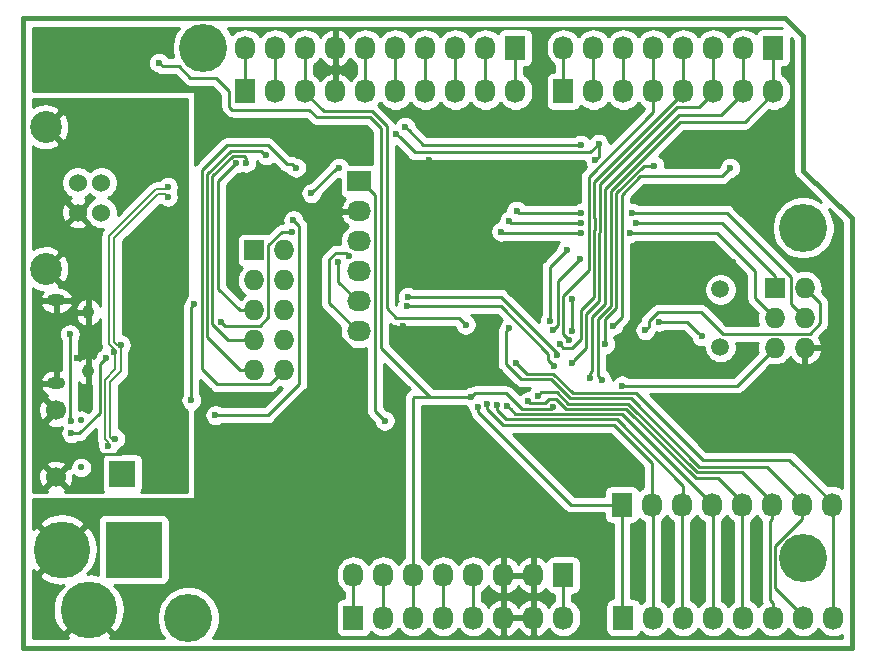
<source format=gbl>
G04 #@! TF.GenerationSoftware,KiCad,Pcbnew,5.1.0-rc1-unknown-6bb8fde~66~ubuntu16.04.1*
G04 #@! TF.CreationDate,2019-02-10T19:19:22+01:00
G04 #@! TF.ProjectId,arduino_unoPB,61726475-696e-46f5-9f75-6e6f50422e6b,rev?*
G04 #@! TF.SameCoordinates,Original*
G04 #@! TF.FileFunction,Copper,L2,Bot*
G04 #@! TF.FilePolarity,Positive*
%FSLAX46Y46*%
G04 Gerber Fmt 4.6, Leading zero omitted, Abs format (unit mm)*
G04 Created by KiCad (PCBNEW 5.1.0-rc1-unknown-6bb8fde~66~ubuntu16.04.1) date 2019-02-10 19:19:22*
%MOMM*%
%LPD*%
G04 APERTURE LIST*
%ADD10C,0.400000*%
%ADD11R,1.727200X2.032000*%
%ADD12O,1.727200X2.032000*%
%ADD13C,4.064000*%
%ADD14R,2.032000X1.727200*%
%ADD15O,2.032000X1.727200*%
%ADD16R,1.727200X1.727200*%
%ADD17O,1.727200X1.727200*%
%ADD18C,1.524000*%
%ADD19C,2.700020*%
%ADD20O,0.950000X1.250000*%
%ADD21O,1.550000X1.000000*%
%ADD22C,1.700000*%
%ADD23C,0.550000*%
%ADD24R,2.235200X2.235200*%
%ADD25C,1.501140*%
%ADD26C,4.800600*%
%ADD27R,4.800600X4.800600*%
%ADD28C,0.600000*%
%ADD29C,0.250000*%
%ADD30C,0.200000*%
%ADD31C,0.254000*%
G04 APERTURE END LIST*
D10*
X175831500Y-66294000D02*
X111315500Y-66294000D01*
X181493160Y-83248500D02*
X177355500Y-79248000D01*
X177355500Y-79248000D02*
X177355500Y-67818000D01*
X177355500Y-67818000D02*
X175831500Y-66294000D01*
X181493160Y-83248500D02*
X181493160Y-119634000D01*
X111315500Y-119634000D02*
X181493160Y-119634000D01*
X111315500Y-66294000D02*
X111315500Y-119634000D01*
D11*
X152971500Y-68834000D03*
D12*
X150431500Y-68834000D03*
X147891500Y-68834000D03*
X145351500Y-68834000D03*
X142811500Y-68834000D03*
X140271500Y-68834000D03*
X137731500Y-68834000D03*
X135191500Y-68834000D03*
X132651500Y-68834000D03*
X130111500Y-68834000D03*
X157045660Y-117094000D03*
X154505660Y-117094000D03*
X151965660Y-117094000D03*
X149425660Y-117094000D03*
X146885660Y-117094000D03*
X144345660Y-117094000D03*
X141805660Y-117094000D03*
D11*
X139265660Y-117094000D03*
D13*
X126555500Y-68834000D03*
X177355500Y-84074000D03*
D14*
X139773660Y-80137000D03*
D15*
X139773660Y-82677000D03*
X139773660Y-85217000D03*
X139773660Y-87757000D03*
X139773660Y-90297000D03*
X139773660Y-92837000D03*
D16*
X130883660Y-85979000D03*
D17*
X133423660Y-85979000D03*
X130883660Y-88519000D03*
X133423660Y-88519000D03*
X130883660Y-91059000D03*
X133423660Y-91059000D03*
X130883660Y-93599000D03*
X133423660Y-93599000D03*
X130883660Y-96139000D03*
X133423660Y-96139000D03*
D18*
X117929660Y-80264000D03*
X117929660Y-82804000D03*
X115930680Y-82804000D03*
X115930680Y-80264000D03*
D19*
X113230660Y-75534520D03*
X113230660Y-87533480D03*
D20*
X116825200Y-91225100D03*
X116825200Y-96225100D03*
D21*
X114125200Y-90225100D03*
X114125200Y-97225100D03*
D22*
X114075660Y-99537000D03*
X114075660Y-105187000D03*
D23*
X116225660Y-100362000D03*
X116225660Y-104360980D03*
D16*
X174952660Y-89154000D03*
D17*
X177492660Y-89154000D03*
X174952660Y-91694000D03*
X177492660Y-91694000D03*
X174952660Y-94234000D03*
X177492660Y-94234000D03*
D24*
X119707660Y-104902000D03*
D25*
X170337480Y-94162880D03*
X170337480Y-89281000D03*
D26*
X114574320Y-111315500D03*
D27*
X120670320Y-111315500D03*
D26*
X116860320Y-116395500D03*
D12*
X179778660Y-107505500D03*
X177238660Y-107505500D03*
X174698660Y-107505500D03*
X172158660Y-107505500D03*
X169618660Y-107505500D03*
X167078660Y-107505500D03*
X164538660Y-107505500D03*
D11*
X161998660Y-107505500D03*
D12*
X152981660Y-72517000D03*
X150441660Y-72517000D03*
X147901660Y-72517000D03*
X145361660Y-72517000D03*
X142821660Y-72517000D03*
X140281660Y-72517000D03*
X137741660Y-72517000D03*
X135201660Y-72517000D03*
X132661660Y-72517000D03*
D11*
X130121660Y-72517000D03*
X157045660Y-72517000D03*
D12*
X159585660Y-72517000D03*
X162125660Y-72517000D03*
X164665660Y-72517000D03*
X167205660Y-72517000D03*
X169745660Y-72517000D03*
X172285660Y-72517000D03*
X174825660Y-72517000D03*
D13*
X125295660Y-117094000D03*
X177365660Y-112014000D03*
X125295660Y-117094000D03*
X126565660Y-68834000D03*
D11*
X157045660Y-113474500D03*
D12*
X154505660Y-113474500D03*
X151965660Y-113474500D03*
X149425660Y-113474500D03*
X146885660Y-113474500D03*
X144345660Y-113474500D03*
X141805660Y-113474500D03*
X139265660Y-113474500D03*
X179895500Y-117094000D03*
X177355500Y-117094000D03*
X174815500Y-117094000D03*
X172275500Y-117094000D03*
X169735500Y-117094000D03*
X167195500Y-117094000D03*
X164655500Y-117094000D03*
D11*
X162115500Y-117094000D03*
X174825660Y-68834000D03*
D12*
X172285660Y-68834000D03*
X169745660Y-68834000D03*
X167205660Y-68834000D03*
X164665660Y-68834000D03*
X162125660Y-68834000D03*
X159585660Y-68834000D03*
X157045660Y-68834000D03*
D28*
X163984940Y-92745560D03*
X157739080Y-90081100D03*
X157781774Y-92811786D03*
X131503660Y-80376000D03*
X132803660Y-81676000D03*
X132803660Y-80376000D03*
X136090660Y-93345000D03*
X149171660Y-93599000D03*
X140129260Y-95326200D03*
X131503660Y-81676000D03*
X143492998Y-92411977D03*
X166494460Y-94500870D03*
X171165520Y-96426020D03*
X166403020Y-88704420D03*
X171411900Y-87012780D03*
X125539500Y-112522000D03*
X125412500Y-110236000D03*
X127381000Y-109283500D03*
X128778000Y-105600500D03*
X134810500Y-107823000D03*
X135445500Y-114300000D03*
X136842500Y-113855500D03*
X132524500Y-117030500D03*
X129730500Y-114300000D03*
X140335000Y-110426500D03*
X147447000Y-109982000D03*
X151892000Y-110109000D03*
X149733000Y-102552500D03*
X143129000Y-105537000D03*
X145542000Y-101282500D03*
X145542000Y-101282500D03*
X158813500Y-111379000D03*
X163512500Y-111506000D03*
X165925500Y-111506000D03*
X168529000Y-111632992D03*
X171069000Y-111696500D03*
X173482000Y-111696500D03*
X161163000Y-104902000D03*
X161099500Y-102171500D03*
X145669000Y-78318799D03*
X149479000Y-78740000D03*
X146812000Y-75565000D03*
X161734500Y-75120500D03*
X173609000Y-76263500D03*
X173037500Y-83566000D03*
X177355500Y-99504500D03*
X157099000Y-80835500D03*
X150050500Y-82931000D03*
X165163500Y-98488500D03*
X171259500Y-98869500D03*
X149859994Y-99250500D03*
X150625063Y-99016601D03*
X151423569Y-99065674D03*
X152273000Y-99123500D03*
X148765260Y-92267598D03*
X154086649Y-98766006D03*
X155882072Y-92001072D03*
X157316942Y-85976989D03*
X154886660Y-98315995D03*
X156161654Y-92750629D03*
X158496000Y-86677500D03*
X149230080Y-98399600D03*
X162025628Y-97429535D03*
X156149420Y-99216017D03*
X122809004Y-70104000D03*
X141922500Y-100393500D03*
X119572978Y-93986863D03*
X123555179Y-81451000D03*
X119119181Y-101934479D03*
X115262660Y-93091000D03*
X115362557Y-100451839D03*
X123555179Y-80601000D03*
X118971936Y-94587905D03*
X118518139Y-102535521D03*
X158506160Y-77035490D03*
X143662400Y-75514200D03*
X160030160Y-76980100D03*
X159741888Y-78334888D03*
X142900400Y-76123800D03*
X138938000Y-86487000D03*
X158559500Y-84518500D03*
X162687000Y-84518500D03*
X151790400Y-84404200D03*
X158559500Y-83629500D03*
X152458056Y-83502498D03*
X163195000Y-83629500D03*
X158559500Y-82829487D03*
X153083057Y-82617033D03*
X162877500Y-82804000D03*
X157504519Y-93562218D03*
X156728160Y-93916500D03*
X157744160Y-95504000D03*
X143888460Y-89913458D03*
X159331660Y-96774000D03*
X156474160Y-94869000D03*
X143814800Y-90728800D03*
X160284160Y-96964500D03*
X156292336Y-95802595D03*
X137995660Y-87012442D03*
X134402008Y-78988660D03*
X131906924Y-77952070D03*
X130179354Y-78555306D03*
X129359660Y-78613000D03*
X134185662Y-83439000D03*
X127581660Y-99949000D03*
X134068650Y-84455000D03*
X128090712Y-92074994D03*
X119453660Y-81661000D03*
X115887660Y-95123000D03*
X120937020Y-85153500D03*
X120759220Y-91630500D03*
X120911620Y-98869500D03*
X121140220Y-102628700D03*
X116619020Y-98818700D03*
X152473660Y-92583000D03*
X153035000Y-95504000D03*
X161272220Y-92364560D03*
X171178220Y-79006700D03*
X160609278Y-93910000D03*
X164726620Y-78803500D03*
X135709660Y-81153000D03*
X138049000Y-78994000D03*
X165140640Y-92029280D03*
X168746464Y-93272505D03*
X125549660Y-98679000D03*
X125802628Y-90551000D03*
X118310660Y-95123000D03*
X115389661Y-101473000D03*
D29*
X177900391Y-93045399D02*
X178788060Y-92157730D01*
X170545879Y-93045399D02*
X177900391Y-93045399D01*
X165020818Y-91224100D02*
X168724580Y-91224100D01*
X178788060Y-92157730D02*
X178788060Y-90449400D01*
X164284939Y-92445561D02*
X164284939Y-91959979D01*
X178788060Y-90449400D02*
X177492660Y-89154000D01*
X168724580Y-91224100D02*
X170545879Y-93045399D01*
X164284939Y-91959979D02*
X165020818Y-91224100D01*
X163984940Y-92745560D02*
X164284939Y-92445561D01*
X157739080Y-90081100D02*
X157739080Y-92769092D01*
X157739080Y-92769092D02*
X157781774Y-92811786D01*
X141805660Y-115828000D02*
X141805660Y-113474500D01*
X141805660Y-117094000D02*
X141805660Y-115828000D01*
X149425660Y-114740500D02*
X149425660Y-117094000D01*
X149425660Y-113474500D02*
X149425660Y-114740500D01*
X136090660Y-93345000D02*
X138148060Y-93345000D01*
X139829261Y-95026201D02*
X140129260Y-95326200D01*
X138148060Y-93345000D02*
X139829261Y-95026201D01*
X144680021Y-93599000D02*
X143792997Y-92711976D01*
X149171660Y-93599000D02*
X144680021Y-93599000D01*
X143792997Y-92711976D02*
X143492998Y-92411977D01*
X136090660Y-85344000D02*
X136090660Y-93345000D01*
X139773660Y-82677000D02*
X137944860Y-82677000D01*
X136979660Y-83642200D02*
X136979660Y-84455000D01*
X136979660Y-84455000D02*
X136090660Y-85344000D01*
X137944860Y-82677000D02*
X136979660Y-83642200D01*
X166494460Y-94500870D02*
X168196430Y-94500870D01*
X170121580Y-96426020D02*
X171165520Y-96426020D01*
X168196430Y-94500870D02*
X170121580Y-96426020D01*
X166703019Y-88404421D02*
X167973019Y-88404421D01*
X166403020Y-88704420D02*
X166703019Y-88404421D01*
X169364660Y-87012780D02*
X171411900Y-87012780D01*
X167973019Y-88404421D02*
X169364660Y-87012780D01*
X137741660Y-68844160D02*
X137731500Y-68834000D01*
X137741660Y-72517000D02*
X137741660Y-68844160D01*
X125539500Y-110363000D02*
X125412500Y-110236000D01*
X125539500Y-112522000D02*
X125539500Y-110363000D01*
X128778000Y-107886500D02*
X128778000Y-105600500D01*
X127381000Y-109283500D02*
X128778000Y-107886500D01*
X135445500Y-108458000D02*
X135445500Y-114300000D01*
X134810500Y-107823000D02*
X135445500Y-108458000D01*
X136842500Y-114279764D02*
X134556500Y-116565764D01*
X136842500Y-113855500D02*
X136842500Y-114279764D01*
X132989236Y-116565764D02*
X132524500Y-117030500D01*
X134556500Y-116565764D02*
X132989236Y-116565764D01*
X151765000Y-109982000D02*
X151892000Y-110109000D01*
X147447000Y-109982000D02*
X151765000Y-109982000D01*
X151892000Y-104711500D02*
X149733000Y-102552500D01*
X151892000Y-110109000D02*
X151892000Y-104711500D01*
X143129000Y-105961264D02*
X143129000Y-105537000D01*
X143129000Y-107632500D02*
X143129000Y-105961264D01*
X140335000Y-110426500D02*
X143129000Y-107632500D01*
X177492660Y-95455314D02*
X177673000Y-95635654D01*
X177492660Y-94234000D02*
X177492660Y-95455314D01*
X161163000Y-102235000D02*
X161099500Y-102171500D01*
X161163000Y-104902000D02*
X161163000Y-102235000D01*
X145968999Y-78618798D02*
X147758702Y-78618798D01*
X145669000Y-78318799D02*
X145968999Y-78618798D01*
X145669000Y-78318799D02*
X145669000Y-78994000D01*
X145923000Y-78740000D02*
X149479000Y-78740000D01*
X145669000Y-78994000D02*
X145923000Y-78740000D01*
X147256500Y-75120500D02*
X161734500Y-75120500D01*
X146812000Y-75565000D02*
X147256500Y-75120500D01*
X173609000Y-76263500D02*
X173609000Y-82867500D01*
X173037500Y-83439000D02*
X173037500Y-83566000D01*
X173609000Y-82867500D02*
X173037500Y-83439000D01*
X150350499Y-82631001D02*
X150050500Y-82931000D01*
X157099000Y-80835500D02*
X152146000Y-80835500D01*
X152146000Y-80835500D02*
X150350499Y-82631001D01*
X177492660Y-94234000D02*
X177492660Y-98478340D01*
X171259500Y-98869500D02*
X165544500Y-98869500D01*
X165544500Y-98869500D02*
X165163500Y-98488500D01*
X177492660Y-98478340D02*
X177101500Y-98869500D01*
X177101500Y-98869500D02*
X171259500Y-98869500D01*
X157045660Y-113563400D02*
X157045660Y-113411000D01*
X157045660Y-115828000D02*
X157045660Y-113474500D01*
X157045660Y-117094000D02*
X157045660Y-115828000D01*
X161998660Y-116977160D02*
X162115500Y-117094000D01*
X161998660Y-107505500D02*
X161998660Y-116977160D01*
X149859994Y-99674764D02*
X149859994Y-99250500D01*
X161998660Y-107505500D02*
X157690730Y-107505500D01*
X157690730Y-107505500D02*
X149859994Y-99674764D01*
X164665660Y-107416600D02*
X164665660Y-107569000D01*
X155934120Y-100741049D02*
X155949360Y-100756289D01*
X155204160Y-100741049D02*
X155934120Y-100741049D01*
X155204160Y-100741049D02*
X155237610Y-100774499D01*
X164538660Y-106239500D02*
X164538660Y-107505500D01*
X155237610Y-100774499D02*
X161301570Y-100774499D01*
X161301570Y-100774499D02*
X164538660Y-104011589D01*
X164538660Y-104011589D02*
X164538660Y-106239500D01*
X164655500Y-107622340D02*
X164538660Y-107505500D01*
X164655500Y-117094000D02*
X164655500Y-107622340D01*
X155204160Y-100741049D02*
X151925247Y-100741049D01*
X150625063Y-99440865D02*
X150625063Y-99016601D01*
X151925247Y-100741049D02*
X150625063Y-99440865D01*
X167078660Y-116977160D02*
X167195500Y-117094000D01*
X167078660Y-107505500D02*
X167078660Y-116977160D01*
X152224669Y-100291038D02*
X151423569Y-99489938D01*
X161592260Y-100304600D02*
X156875910Y-100304600D01*
X167205660Y-107569000D02*
X167205660Y-105918000D01*
X156875910Y-100304600D02*
X156862348Y-100291038D01*
X167205660Y-105918000D02*
X161592260Y-100304600D01*
X151423569Y-99489938D02*
X151423569Y-99065674D01*
X156862348Y-100291038D02*
X152224669Y-100291038D01*
X169735500Y-107622340D02*
X169618660Y-107505500D01*
X169735500Y-117094000D02*
X169735500Y-107622340D01*
X157062309Y-99854589D02*
X157048747Y-99841027D01*
X157048747Y-99841027D02*
X152990527Y-99841027D01*
X152572999Y-99423499D02*
X152273000Y-99123500D01*
X152990527Y-99841027D02*
X152572999Y-99423499D01*
X162031249Y-99854589D02*
X157062309Y-99854589D01*
X169745660Y-107569000D02*
X162031249Y-99854589D01*
X135191500Y-72506840D02*
X135201660Y-72517000D01*
X135191500Y-68834000D02*
X135191500Y-72506840D01*
X142915802Y-91684002D02*
X148181664Y-91684002D01*
X142087600Y-90855800D02*
X142915802Y-91684002D01*
X148465261Y-91967599D02*
X148765260Y-92267598D01*
X135201660Y-72517000D02*
X135201660Y-72669400D01*
X135201660Y-72669400D02*
X136747228Y-74214968D01*
X148181664Y-91684002D02*
X148465261Y-91967599D01*
X136747228Y-74214968D02*
X140815179Y-74214968D01*
X142087600Y-75487389D02*
X142087600Y-90855800D01*
X140815179Y-74214968D02*
X142087600Y-75487389D01*
X155882072Y-87411859D02*
X157016943Y-86276988D01*
X155882072Y-92001072D02*
X155882072Y-87411859D01*
X157016943Y-86276988D02*
X157316942Y-85976989D01*
X172158660Y-116977160D02*
X172275500Y-117094000D01*
X172158660Y-107505500D02*
X172158660Y-116977160D01*
X170152060Y-105283000D02*
X172285660Y-107416600D01*
X168248471Y-105283000D02*
X170152060Y-105283000D01*
X162370049Y-99404578D02*
X168248471Y-105283000D01*
X172285660Y-107416600D02*
X172285660Y-107569000D01*
X157248708Y-99404578D02*
X162370049Y-99404578D01*
X156435145Y-98591015D02*
X157248708Y-99404578D01*
X154086649Y-98766006D02*
X154261648Y-98941005D01*
X155874408Y-98591015D02*
X156435145Y-98591015D01*
X154261648Y-98941005D02*
X155524418Y-98941005D01*
X155524418Y-98941005D02*
X155874408Y-98591015D01*
X158496000Y-86677500D02*
X158559500Y-86677500D01*
X156585490Y-88588010D02*
X158496000Y-86677500D01*
X156585490Y-92326793D02*
X156585490Y-88588010D01*
X156161654Y-92750629D02*
X156585490Y-92326793D01*
X174815500Y-115828000D02*
X174815500Y-117094000D01*
X174558650Y-115571150D02*
X174815500Y-115828000D01*
X174558650Y-108911510D02*
X174558650Y-115571150D01*
X174698660Y-108771500D02*
X174558650Y-108911510D01*
X174698660Y-107505500D02*
X174698660Y-108771500D01*
X168382393Y-104780511D02*
X162556449Y-98954567D01*
X157448227Y-98954567D02*
X156474160Y-97980500D01*
X172189571Y-104780511D02*
X168382393Y-104780511D01*
X155186659Y-98015996D02*
X154886660Y-98315995D01*
X156474160Y-97980500D02*
X155222155Y-97980500D01*
X174825660Y-107416600D02*
X172189571Y-104780511D01*
X174825660Y-107569000D02*
X174825660Y-107416600D01*
X155222155Y-97980500D02*
X155186659Y-98015996D01*
X162556449Y-98954567D02*
X157448227Y-98954567D01*
X145775680Y-98397060D02*
X145778220Y-98399600D01*
X145778220Y-98399600D02*
X148805816Y-98399600D01*
X148805816Y-98399600D02*
X149230080Y-98399600D01*
X171757125Y-97429535D02*
X162449892Y-97429535D01*
X174952660Y-94234000D02*
X171757125Y-97429535D01*
X162449892Y-97429535D02*
X162025628Y-97429535D01*
X144345660Y-113474500D02*
X144345660Y-117094000D01*
X144345660Y-112145000D02*
X144345660Y-113411000D01*
X144345660Y-98478340D02*
X144345660Y-112145000D01*
X144426940Y-98397060D02*
X144345660Y-98478340D01*
X145775680Y-98397060D02*
X144426940Y-98397060D01*
X153520956Y-99391016D02*
X155974421Y-99391016D01*
X149530079Y-98099601D02*
X152229541Y-98099601D01*
X149230080Y-98399600D02*
X149530079Y-98099601D01*
X155974421Y-99391016D02*
X156149420Y-99216017D01*
X152229541Y-98099601D02*
X153520956Y-99391016D01*
X125476000Y-71374000D02*
X124505999Y-70403999D01*
X141608787Y-75644987D02*
X140665200Y-74701400D01*
X128778000Y-73812400D02*
X128778000Y-72517000D01*
X140665200Y-74701400D02*
X136169400Y-74701400D01*
X127635000Y-71374000D02*
X125476000Y-71374000D01*
X141608787Y-94230167D02*
X141608787Y-75644987D01*
X123109003Y-70403999D02*
X122809004Y-70104000D01*
X145775680Y-98397060D02*
X141608787Y-94230167D01*
X136169400Y-74701400D02*
X135534400Y-74066400D01*
X128778000Y-72517000D02*
X127635000Y-71374000D01*
X124505999Y-70403999D02*
X123109003Y-70403999D01*
X135534400Y-74066400D02*
X129032000Y-74066400D01*
X129032000Y-74066400D02*
X128778000Y-73812400D01*
X139773660Y-80137000D02*
X139926060Y-80137000D01*
X139926060Y-80137000D02*
X141125219Y-81336159D01*
X146885660Y-117094000D02*
X146885660Y-113474500D01*
X141125219Y-81336159D02*
X141125219Y-99060000D01*
X141125219Y-99060000D02*
X141125219Y-99596219D01*
X141125219Y-99596219D02*
X141922500Y-100393500D01*
D30*
X119290135Y-93986863D02*
X119043660Y-93740388D01*
X119572978Y-93986863D02*
X119290135Y-93986863D01*
X119043660Y-93740388D02*
X119043660Y-84929200D01*
X119043660Y-84929200D02*
X122721860Y-81251000D01*
X123355179Y-81251000D02*
X122721860Y-81251000D01*
X123555179Y-81451000D02*
X123355179Y-81251000D01*
X119572978Y-96210882D02*
X118662660Y-97121200D01*
X119572978Y-93986863D02*
X119572978Y-96210882D01*
X118836338Y-101934479D02*
X119119181Y-101934479D01*
X118662660Y-101760801D02*
X118836338Y-101934479D01*
X118662660Y-97121200D02*
X118662660Y-101760801D01*
D29*
X115262660Y-93091000D02*
X115262660Y-100351942D01*
X115262660Y-100351942D02*
X115362557Y-100451839D01*
D30*
X118971936Y-94305062D02*
X118593660Y-93926786D01*
X118593660Y-93926786D02*
X118593660Y-84742800D01*
X123555179Y-80601000D02*
X123355179Y-80801000D01*
X118971936Y-94587905D02*
X118971936Y-94305062D01*
X123355179Y-80801000D02*
X122535460Y-80801000D01*
X118593660Y-84742800D02*
X122535460Y-80801000D01*
X119122978Y-94738947D02*
X119122978Y-96024482D01*
X118971936Y-94587905D02*
X119122978Y-94738947D01*
X119122978Y-96024482D02*
X118212660Y-96934800D01*
X118518139Y-102252678D02*
X118518139Y-102535521D01*
X118212660Y-96934800D02*
X118212660Y-101947199D01*
X118212660Y-101947199D02*
X118518139Y-102252678D01*
D29*
X132661660Y-68844160D02*
X132651500Y-68834000D01*
X132661660Y-72517000D02*
X132661660Y-68844160D01*
X158506160Y-77035490D02*
X145183690Y-77035490D01*
X145183690Y-77035490D02*
X143962399Y-75814199D01*
X143962399Y-75814199D02*
X143662400Y-75514200D01*
X160030160Y-78046616D02*
X159741888Y-78334888D01*
X160030160Y-76980100D02*
X160030160Y-78046616D01*
X130111500Y-72506840D02*
X130121660Y-72517000D01*
X130111500Y-68834000D02*
X130111500Y-72506840D01*
X143200399Y-76423799D02*
X142900400Y-76123800D01*
X144470399Y-77693799D02*
X143200399Y-76423799D01*
X160030160Y-76980100D02*
X159316461Y-77693799D01*
X159316461Y-77693799D02*
X144470399Y-77693799D01*
X137233660Y-86751076D02*
X137797735Y-86187001D01*
X138638001Y-86187001D02*
X138938000Y-86487000D01*
X137797735Y-86187001D02*
X138638001Y-86187001D01*
X137233660Y-90449400D02*
X137233660Y-86751076D01*
X139621260Y-92837000D02*
X137233660Y-90449400D01*
X139773660Y-92837000D02*
X139621260Y-92837000D01*
X173301660Y-90043000D02*
X174952660Y-91694000D01*
X170063160Y-84518500D02*
X173301660Y-87757000D01*
X173301660Y-87757000D02*
X173301660Y-90043000D01*
X162687000Y-84518500D02*
X170063160Y-84518500D01*
X140271500Y-72506840D02*
X140281660Y-72517000D01*
X140271500Y-68834000D02*
X140271500Y-72506840D01*
X151904700Y-84518500D02*
X151790400Y-84404200D01*
X158559500Y-84518500D02*
X151904700Y-84518500D01*
X174952660Y-89154000D02*
X174952660Y-88138000D01*
X152585058Y-83629500D02*
X152458056Y-83502498D01*
X158559500Y-83629500D02*
X152585058Y-83629500D01*
X163619264Y-83629500D02*
X163195000Y-83629500D01*
X170444160Y-83629500D02*
X171958000Y-85143340D01*
X166370000Y-83629500D02*
X170444160Y-83629500D01*
X166370000Y-83629500D02*
X163619264Y-83629500D01*
X174952660Y-88138000D02*
X171958000Y-85143340D01*
X142821660Y-68844160D02*
X142811500Y-68834000D01*
X142821660Y-72517000D02*
X142821660Y-68844160D01*
X153295511Y-82829487D02*
X153083057Y-82617033D01*
X158559500Y-82829487D02*
X153295511Y-82829487D01*
X163301764Y-82804000D02*
X162877500Y-82804000D01*
X176304059Y-88219399D02*
X170888660Y-82804000D01*
X170888660Y-82804000D02*
X163301764Y-82804000D01*
X176304059Y-90505399D02*
X176304059Y-88219399D01*
X177492660Y-91694000D02*
X176304059Y-90505399D01*
X145351500Y-72506840D02*
X145361660Y-72517000D01*
X145351500Y-68834000D02*
X145351500Y-72506840D01*
X147891500Y-72506840D02*
X147901660Y-72517000D01*
X147891500Y-68834000D02*
X147891500Y-72506840D01*
X150431500Y-72506840D02*
X150441660Y-72517000D01*
X150431500Y-68834000D02*
X150431500Y-72506840D01*
X152981660Y-68844160D02*
X152971500Y-68834000D01*
X152981660Y-72517000D02*
X152981660Y-68844160D01*
X157045660Y-70100000D02*
X157045660Y-72517000D01*
X157045660Y-68834000D02*
X157045660Y-70100000D01*
X159585660Y-72517000D02*
X159585660Y-68834000D01*
X162125660Y-70100000D02*
X162125660Y-72517000D01*
X162125660Y-68834000D02*
X162125660Y-70100000D01*
X164665660Y-74295000D02*
X159194662Y-79765998D01*
X159248002Y-83456498D02*
X159248002Y-84056502D01*
X157035500Y-89816940D02*
X157035500Y-93093199D01*
X159194662Y-79765998D02*
X159194662Y-83403158D01*
X159194662Y-87657778D02*
X157035500Y-89816940D01*
X159194662Y-84109842D02*
X159194662Y-87657778D01*
X159194662Y-83403158D02*
X159248002Y-83456498D01*
X159248002Y-84056502D02*
X159194662Y-84109842D01*
X157035500Y-93093199D02*
X157204520Y-93262219D01*
X157204520Y-93262219D02*
X157504519Y-93562218D01*
X164665660Y-72517000D02*
X164665660Y-74295000D01*
X164665660Y-70100000D02*
X164665660Y-72517000D01*
X164665660Y-68834000D02*
X164665660Y-70100000D01*
X159644673Y-89912867D02*
X158534262Y-91023278D01*
X158534262Y-93487162D02*
X157804925Y-94216499D01*
X159698013Y-84242902D02*
X159644673Y-84296242D01*
X157804925Y-94216499D02*
X157028159Y-94216499D01*
X167205660Y-72517000D02*
X167205660Y-72669400D01*
X158534262Y-91023278D02*
X158534262Y-93487162D01*
X159644673Y-80230387D02*
X159644673Y-83216758D01*
X159644673Y-83216758D02*
X159698013Y-83270098D01*
X159698013Y-83270098D02*
X159698013Y-84242902D01*
X157028159Y-94216499D02*
X156728160Y-93916500D01*
X159644673Y-84296242D02*
X159644673Y-89912867D01*
X167205660Y-72669400D02*
X159644673Y-80230387D01*
X167205660Y-71251000D02*
X167205660Y-68834000D01*
X167205660Y-72517000D02*
X167205660Y-71251000D01*
X158984273Y-94263887D02*
X158044159Y-95204001D01*
X166653460Y-73858010D02*
X160148024Y-80363446D01*
X160094684Y-90250256D02*
X158984273Y-91360667D01*
X169745660Y-72669400D02*
X168557050Y-73858010D01*
X169745660Y-72517000D02*
X169745660Y-72669400D01*
X160148024Y-80363446D02*
X160148024Y-84429302D01*
X160094684Y-84482642D02*
X160094684Y-90250256D01*
X158984273Y-91360667D02*
X158984273Y-94263887D01*
X160148024Y-84429302D02*
X160094684Y-84482642D01*
X158044159Y-95204001D02*
X157744160Y-95504000D01*
X168557050Y-73858010D02*
X166653460Y-73858010D01*
X169745660Y-68834000D02*
X169745660Y-72517000D01*
X160601660Y-80767767D02*
X160601660Y-90506766D01*
X160601660Y-90506766D02*
X159504659Y-91603767D01*
X159504659Y-91603767D02*
X159504659Y-96176737D01*
X159504659Y-96176737D02*
X159331660Y-96349736D01*
X159331660Y-96349736D02*
X159331660Y-96774000D01*
X172285660Y-72669400D02*
X170393360Y-74561700D01*
X172285660Y-72517000D02*
X172285660Y-72669400D01*
X170393360Y-74561700D02*
X166807727Y-74561700D01*
X166807727Y-74561700D02*
X160601660Y-80767767D01*
X156474160Y-94651004D02*
X156474160Y-94869000D01*
X151736614Y-89913458D02*
X156474160Y-94651004D01*
X143888460Y-89913458D02*
X151736614Y-89913458D01*
X172285660Y-72517000D02*
X172285660Y-68834000D01*
X159984161Y-96664501D02*
X160284160Y-96964500D01*
X161051671Y-90693165D02*
X159984161Y-91760675D01*
X161051671Y-80954167D02*
X161051671Y-90693165D01*
X166910738Y-75095100D02*
X161051671Y-80954167D01*
X159984161Y-91760675D02*
X159984161Y-96664501D01*
X172399960Y-75095100D02*
X166910738Y-75095100D01*
X174825660Y-72669400D02*
X172399960Y-75095100D01*
X174825660Y-72517000D02*
X174825660Y-72669400D01*
X144256844Y-90711020D02*
X151747427Y-90711020D01*
X155785658Y-94749251D02*
X155785658Y-95295917D01*
X155785658Y-95295917D02*
X155992337Y-95502596D01*
X151747427Y-90711020D02*
X155785658Y-94749251D01*
X155992337Y-95502596D02*
X156292336Y-95802595D01*
X144239064Y-90728800D02*
X144256844Y-90711020D01*
X143814800Y-90728800D02*
X144239064Y-90728800D01*
X174825660Y-70100000D02*
X174825660Y-72517000D01*
X174825660Y-68834000D02*
X174825660Y-70100000D01*
X137995660Y-88671400D02*
X137995660Y-87436706D01*
X137995660Y-87436706D02*
X137995660Y-87012442D01*
X139773660Y-90297000D02*
X139621260Y-90297000D01*
X139621260Y-90297000D02*
X137995660Y-88671400D01*
X133626321Y-78688661D02*
X134102009Y-78688661D01*
X132025636Y-77087976D02*
X133626321Y-78688661D01*
X128561269Y-77087976D02*
X132025636Y-77087976D01*
X126427638Y-79221607D02*
X128561269Y-77087976D01*
X133423660Y-96139000D02*
X132235059Y-97327601D01*
X127754261Y-97327601D02*
X126427638Y-96000978D01*
X126427638Y-96000978D02*
X126427638Y-79221607D01*
X134102009Y-78688661D02*
X134402008Y-78988660D01*
X132235059Y-97327601D02*
X127754261Y-97327601D01*
X130883660Y-96139000D02*
X129662346Y-96139000D01*
X131469637Y-77537987D02*
X131899660Y-77968010D01*
X129662346Y-96139000D02*
X126877649Y-93354303D01*
X128873258Y-77537987D02*
X131469637Y-77537987D01*
X131899660Y-77968010D02*
X131899660Y-77959334D01*
X126877649Y-79533596D02*
X128873258Y-77537987D01*
X126877649Y-93354303D02*
X126877649Y-79533596D01*
X131899660Y-77959334D02*
X131906924Y-77952070D01*
X129059658Y-77987998D02*
X130036310Y-77987998D01*
X127327660Y-79719996D02*
X129059658Y-77987998D01*
X130883660Y-93599000D02*
X128688656Y-93599000D01*
X127327660Y-92238004D02*
X127327660Y-79719996D01*
X130036310Y-77987998D02*
X130179354Y-78131042D01*
X130179354Y-78131042D02*
X130179354Y-78555306D01*
X128688656Y-93599000D02*
X127327660Y-92238004D01*
X129662346Y-91059000D02*
X127835660Y-89232314D01*
X130883660Y-91059000D02*
X129662346Y-91059000D01*
X127835660Y-80137000D02*
X129359660Y-78613000D01*
X127835660Y-89232314D02*
X127835660Y-80137000D01*
X132016662Y-99949000D02*
X128005924Y-99949000D01*
X134693660Y-97272002D02*
X132016662Y-99949000D01*
X134693660Y-83946998D02*
X134693660Y-97272002D01*
X128005924Y-99949000D02*
X127581660Y-99949000D01*
X134185662Y-83439000D02*
X134693660Y-83946998D01*
X134068650Y-84455000D02*
X133188530Y-84455000D01*
X133188530Y-84455000D02*
X132072261Y-85571269D01*
X128390711Y-92374993D02*
X128090712Y-92074994D01*
X131345667Y-92374993D02*
X128390711Y-92374993D01*
X132072261Y-91648399D02*
X131345667Y-92374993D01*
X132072261Y-85571269D02*
X132072261Y-91648399D01*
X116187659Y-94823001D02*
X116451659Y-94823001D01*
X115887660Y-95123000D02*
X116187659Y-94823001D01*
X116451659Y-94823001D02*
X116497658Y-94869000D01*
X116497658Y-94869000D02*
X116659660Y-94869000D01*
X116659660Y-94869000D02*
X116913660Y-95123000D01*
X116825200Y-95211460D02*
X116825200Y-96225100D01*
X116913660Y-95123000D02*
X116825200Y-95211460D01*
X120937020Y-91452700D02*
X120759220Y-91630500D01*
X120937020Y-85153500D02*
X120937020Y-91452700D01*
X120911620Y-102400100D02*
X121140220Y-102628700D01*
X120911620Y-98869500D02*
X120911620Y-102400100D01*
X121140220Y-102628700D02*
X120124220Y-102628700D01*
X120124220Y-102628700D02*
X119489220Y-103263700D01*
X119489220Y-103263700D02*
X115628420Y-103263700D01*
X115628420Y-103263700D02*
X115171220Y-103720900D01*
X115171220Y-104091440D02*
X114075660Y-105187000D01*
X115171220Y-103720900D02*
X115171220Y-104091440D01*
X177355500Y-116941600D02*
X177355500Y-117094000D01*
X175008659Y-114594759D02*
X177355500Y-116941600D01*
X175008659Y-111001501D02*
X175008659Y-114594759D01*
X177238660Y-108771500D02*
X175008659Y-111001501D01*
X177238660Y-107505500D02*
X177238660Y-108771500D01*
X174279560Y-104330500D02*
X177365660Y-107416600D01*
X168568793Y-104330500D02*
X174279560Y-104330500D01*
X157635786Y-98504556D02*
X162742849Y-98504556D01*
X156008837Y-96877607D02*
X157635786Y-98504556D01*
X153456107Y-96877607D02*
X156008837Y-96877607D01*
X152173661Y-95595161D02*
X153456107Y-96877607D01*
X162742849Y-98504556D02*
X168568793Y-104330500D01*
X152173661Y-92882999D02*
X152173661Y-95595161D01*
X152473660Y-92583000D02*
X152173661Y-92882999D01*
X179895500Y-107622340D02*
X179778660Y-107505500D01*
X179895500Y-117094000D02*
X179895500Y-107622340D01*
X176184560Y-103695500D02*
X179905660Y-107416600D01*
X168846500Y-103695500D02*
X176184560Y-103695500D01*
X163205536Y-98054536D02*
X168846500Y-103695500D01*
X153035000Y-95504000D02*
X153958596Y-96427596D01*
X157822176Y-98054536D02*
X163205536Y-98054536D01*
X153958596Y-96427596D02*
X156195236Y-96427596D01*
X156195236Y-96427596D02*
X157822176Y-98054536D01*
X163570759Y-79707901D02*
X170477019Y-79707901D01*
X170878221Y-79306699D02*
X171178220Y-79006700D01*
X161998498Y-81280162D02*
X163570759Y-79707901D01*
X170477019Y-79707901D02*
X170878221Y-79306699D01*
X161272220Y-92364560D02*
X161998498Y-91638282D01*
X161998498Y-91638282D02*
X161998498Y-81280162D01*
X160609278Y-93910000D02*
X160609278Y-91771968D01*
X164302356Y-78803500D02*
X164726620Y-78803500D01*
X160609278Y-91771968D02*
X161510701Y-90870545D01*
X163838749Y-78803500D02*
X164302356Y-78803500D01*
X163838750Y-78803500D02*
X161510701Y-81131549D01*
X161510701Y-81131549D02*
X161510701Y-90870545D01*
X164726620Y-78803500D02*
X163838750Y-78803500D01*
X137868660Y-78994000D02*
X138049000Y-78994000D01*
X135709660Y-81153000D02*
X137868660Y-78994000D01*
X165132621Y-92029280D02*
X167495220Y-92029280D01*
X168446465Y-92972506D02*
X168746464Y-93272505D01*
X167503239Y-92029280D02*
X168446465Y-92972506D01*
X125549660Y-90803968D02*
X125802628Y-90551000D01*
X125549660Y-98679000D02*
X125549660Y-90803968D01*
X118310660Y-95123000D02*
X117787650Y-95646010D01*
X117787650Y-99753274D02*
X116067924Y-101473000D01*
X117787650Y-95646010D02*
X117787650Y-99753274D01*
X116067924Y-101473000D02*
X115813925Y-101473000D01*
X115813925Y-101473000D02*
X115389661Y-101473000D01*
X139265660Y-113474500D02*
X139265660Y-117094000D01*
D31*
G36*
X125222000Y-89814448D02*
G01*
X125206600Y-89824738D01*
X125076366Y-89954972D01*
X124974042Y-90108111D01*
X124903560Y-90278271D01*
X124867628Y-90458911D01*
X124867628Y-90467731D01*
X124844114Y-90511722D01*
X124843408Y-90514051D01*
X124800658Y-90654982D01*
X124795039Y-90712034D01*
X124785984Y-90803968D01*
X124789661Y-90841300D01*
X124789660Y-98133464D01*
X124721074Y-98236111D01*
X124650592Y-98406271D01*
X124614660Y-98586911D01*
X124614660Y-98771089D01*
X124650592Y-98951729D01*
X124721074Y-99121889D01*
X124823398Y-99275028D01*
X124953632Y-99405262D01*
X125106771Y-99507586D01*
X125222000Y-99555315D01*
X125222000Y-106426000D01*
X121313199Y-106426000D01*
X121355797Y-106374094D01*
X121414762Y-106263780D01*
X121451072Y-106144082D01*
X121463332Y-106019600D01*
X121463332Y-103784400D01*
X121451072Y-103659918D01*
X121414762Y-103540220D01*
X121355797Y-103429906D01*
X121276445Y-103333215D01*
X121179754Y-103253863D01*
X121069440Y-103194898D01*
X120949742Y-103158588D01*
X120825260Y-103146328D01*
X119229622Y-103146328D01*
X119244401Y-103131549D01*
X119346725Y-102978410D01*
X119409798Y-102826138D01*
X119562070Y-102763065D01*
X119715209Y-102660741D01*
X119845443Y-102530507D01*
X119947767Y-102377368D01*
X120018249Y-102207208D01*
X120054181Y-102026568D01*
X120054181Y-101842390D01*
X120018249Y-101661750D01*
X119947767Y-101491590D01*
X119845443Y-101338451D01*
X119715209Y-101208217D01*
X119562070Y-101105893D01*
X119397660Y-101037793D01*
X119397660Y-97425646D01*
X120067171Y-96756136D01*
X120095216Y-96733120D01*
X120187065Y-96621202D01*
X120255315Y-96493515D01*
X120297343Y-96354967D01*
X120307978Y-96246987D01*
X120311534Y-96210883D01*
X120307978Y-96174778D01*
X120307978Y-94569814D01*
X120401564Y-94429752D01*
X120472046Y-94259592D01*
X120507978Y-94078952D01*
X120507978Y-93894774D01*
X120472046Y-93714134D01*
X120401564Y-93543974D01*
X120299240Y-93390835D01*
X120169006Y-93260601D01*
X120015867Y-93158277D01*
X119845707Y-93087795D01*
X119778660Y-93074458D01*
X119778660Y-85233646D01*
X122897098Y-82115209D01*
X122959151Y-82177262D01*
X123112290Y-82279586D01*
X123282450Y-82350068D01*
X123463090Y-82386000D01*
X123647268Y-82386000D01*
X123827908Y-82350068D01*
X123998068Y-82279586D01*
X124151207Y-82177262D01*
X124281441Y-82047028D01*
X124383765Y-81893889D01*
X124454247Y-81723729D01*
X124490179Y-81543089D01*
X124490179Y-81358911D01*
X124454247Y-81178271D01*
X124391175Y-81026000D01*
X124454247Y-80873729D01*
X124490179Y-80693089D01*
X124490179Y-80508911D01*
X124454247Y-80328271D01*
X124383765Y-80158111D01*
X124281441Y-80004972D01*
X124151207Y-79874738D01*
X123998068Y-79772414D01*
X123827908Y-79701932D01*
X123647268Y-79666000D01*
X123463090Y-79666000D01*
X123282450Y-79701932D01*
X123112290Y-79772414D01*
X122959151Y-79874738D01*
X122828917Y-80004972D01*
X122788139Y-80066000D01*
X122571564Y-80066000D01*
X122535459Y-80062444D01*
X122391374Y-80076635D01*
X122349346Y-80089384D01*
X122252827Y-80118663D01*
X122125140Y-80186913D01*
X122013222Y-80278762D01*
X121990206Y-80306807D01*
X119319518Y-82977495D01*
X119326660Y-82941592D01*
X119326660Y-82666408D01*
X119272974Y-82396510D01*
X119167665Y-82142273D01*
X119014780Y-81913465D01*
X118820195Y-81718880D01*
X118591387Y-81565995D01*
X118514145Y-81534000D01*
X118591387Y-81502005D01*
X118820195Y-81349120D01*
X119014780Y-81154535D01*
X119167665Y-80925727D01*
X119272974Y-80671490D01*
X119326660Y-80401592D01*
X119326660Y-80126408D01*
X119272974Y-79856510D01*
X119167665Y-79602273D01*
X119014780Y-79373465D01*
X118820195Y-79178880D01*
X118591387Y-79025995D01*
X118337150Y-78920686D01*
X118067252Y-78867000D01*
X117792068Y-78867000D01*
X117522170Y-78920686D01*
X117267933Y-79025995D01*
X117039125Y-79178880D01*
X116930170Y-79287835D01*
X116821215Y-79178880D01*
X116592407Y-79025995D01*
X116338170Y-78920686D01*
X116068272Y-78867000D01*
X115793088Y-78867000D01*
X115523190Y-78920686D01*
X115268953Y-79025995D01*
X115040145Y-79178880D01*
X114845560Y-79373465D01*
X114692675Y-79602273D01*
X114587366Y-79856510D01*
X114533680Y-80126408D01*
X114533680Y-80401592D01*
X114587366Y-80671490D01*
X114692675Y-80925727D01*
X114845560Y-81154535D01*
X115040145Y-81349120D01*
X115268953Y-81502005D01*
X115340623Y-81531692D01*
X115327657Y-81536364D01*
X115211700Y-81598344D01*
X115144720Y-81838435D01*
X115930680Y-82624395D01*
X116716640Y-81838435D01*
X116649660Y-81598344D01*
X116513920Y-81534515D01*
X116592407Y-81502005D01*
X116821215Y-81349120D01*
X116930170Y-81240165D01*
X117039125Y-81349120D01*
X117267933Y-81502005D01*
X117345175Y-81534000D01*
X117267933Y-81565995D01*
X117039125Y-81718880D01*
X116844540Y-81913465D01*
X116691655Y-82142273D01*
X116634833Y-82279452D01*
X116110285Y-82804000D01*
X116634833Y-83328548D01*
X116691655Y-83465727D01*
X116844540Y-83694535D01*
X117039125Y-83889120D01*
X117267933Y-84042005D01*
X117522170Y-84147314D01*
X117792068Y-84201000D01*
X118067252Y-84201000D01*
X118103156Y-84193858D01*
X118099468Y-84197546D01*
X118071423Y-84220562D01*
X117979574Y-84332480D01*
X117939763Y-84406962D01*
X117911324Y-84460167D01*
X117869295Y-84598715D01*
X117855104Y-84742800D01*
X117858661Y-84778915D01*
X117858660Y-90674782D01*
X117784769Y-90514051D01*
X117656876Y-90337629D01*
X117497022Y-90189547D01*
X117311350Y-90075497D01*
X117123138Y-90005832D01*
X116952200Y-90132366D01*
X116952200Y-91098100D01*
X116972200Y-91098100D01*
X116972200Y-91352100D01*
X116952200Y-91352100D01*
X116952200Y-92317834D01*
X117123138Y-92444368D01*
X117311350Y-92374703D01*
X117497022Y-92260653D01*
X117656876Y-92112571D01*
X117784769Y-91936149D01*
X117858660Y-91775418D01*
X117858660Y-93890681D01*
X117855104Y-93926786D01*
X117869295Y-94070871D01*
X117882044Y-94112899D01*
X117911323Y-94209418D01*
X117940624Y-94264237D01*
X117867771Y-94294414D01*
X117714632Y-94396738D01*
X117584398Y-94526972D01*
X117482074Y-94680111D01*
X117411592Y-94850271D01*
X117387507Y-94971351D01*
X117290923Y-95067936D01*
X117123138Y-95005832D01*
X116952200Y-95132366D01*
X116952200Y-96098100D01*
X116972200Y-96098100D01*
X116972200Y-96352100D01*
X116952200Y-96352100D01*
X116952200Y-97317834D01*
X117027650Y-97373685D01*
X117027651Y-99438471D01*
X116808358Y-99657764D01*
X116805751Y-99655157D01*
X116656707Y-99555569D01*
X116491097Y-99486971D01*
X116315287Y-99452000D01*
X116136033Y-99452000D01*
X116022660Y-99474551D01*
X116022660Y-97139561D01*
X116153378Y-97260653D01*
X116339050Y-97374703D01*
X116527262Y-97444368D01*
X116698200Y-97317834D01*
X116698200Y-96352100D01*
X116678200Y-96352100D01*
X116678200Y-96098100D01*
X116698200Y-96098100D01*
X116698200Y-95132366D01*
X116527262Y-95005832D01*
X116339050Y-95075497D01*
X116153378Y-95189547D01*
X116022660Y-95310639D01*
X116022660Y-93636535D01*
X116091246Y-93533889D01*
X116161728Y-93363729D01*
X116197660Y-93183089D01*
X116197660Y-92998911D01*
X116161728Y-92818271D01*
X116091246Y-92648111D01*
X115988922Y-92494972D01*
X115858688Y-92364738D01*
X115705549Y-92262414D01*
X115535389Y-92191932D01*
X115354749Y-92156000D01*
X115170571Y-92156000D01*
X114989931Y-92191932D01*
X114819771Y-92262414D01*
X114666632Y-92364738D01*
X114536398Y-92494972D01*
X114434074Y-92648111D01*
X114363592Y-92818271D01*
X114327660Y-92998911D01*
X114327660Y-93183089D01*
X114363592Y-93363729D01*
X114434074Y-93533889D01*
X114502660Y-93636536D01*
X114502660Y-96090100D01*
X114252200Y-96090100D01*
X114252200Y-97098100D01*
X114272200Y-97098100D01*
X114272200Y-97352100D01*
X114252200Y-97352100D01*
X114252200Y-97372100D01*
X113998200Y-97372100D01*
X113998200Y-97352100D01*
X112882246Y-97352100D01*
X112756081Y-97526974D01*
X112835924Y-97750076D01*
X112957831Y-97937864D01*
X113114031Y-98098261D01*
X113298522Y-98225103D01*
X113337535Y-98241872D01*
X113304503Y-98259528D01*
X113226868Y-98508603D01*
X114075660Y-99357395D01*
X114089803Y-99343253D01*
X114269408Y-99522858D01*
X114255265Y-99537000D01*
X114269408Y-99551143D01*
X114089803Y-99730748D01*
X114075660Y-99716605D01*
X113226868Y-100565397D01*
X113304503Y-100814472D01*
X113568543Y-100940371D01*
X113852071Y-101012339D01*
X114144191Y-101027611D01*
X114433679Y-100985599D01*
X114563871Y-100939477D01*
X114592753Y-100982702D01*
X114561075Y-101030111D01*
X114490593Y-101200271D01*
X114454661Y-101380911D01*
X114454661Y-101565089D01*
X114490593Y-101745729D01*
X114561075Y-101915889D01*
X114663399Y-102069028D01*
X114793633Y-102199262D01*
X114946772Y-102301586D01*
X115116932Y-102372068D01*
X115297572Y-102408000D01*
X115481750Y-102408000D01*
X115662390Y-102372068D01*
X115832550Y-102301586D01*
X115935196Y-102233000D01*
X116030602Y-102233000D01*
X116067924Y-102236676D01*
X116105246Y-102233000D01*
X116105257Y-102233000D01*
X116216910Y-102222003D01*
X116360171Y-102178546D01*
X116492200Y-102107974D01*
X116607925Y-102013001D01*
X116631728Y-101983997D01*
X117477661Y-101138065D01*
X117477661Y-101911084D01*
X117474104Y-101947199D01*
X117488295Y-102091284D01*
X117523461Y-102207208D01*
X117530324Y-102229832D01*
X117598574Y-102357519D01*
X117599906Y-102359142D01*
X117583139Y-102443432D01*
X117583139Y-102627610D01*
X117619071Y-102808250D01*
X117689553Y-102978410D01*
X117791877Y-103131549D01*
X117922111Y-103261783D01*
X118075250Y-103364107D01*
X118103813Y-103375938D01*
X118059523Y-103429906D01*
X118000558Y-103540220D01*
X117964248Y-103659918D01*
X117951988Y-103784400D01*
X117951988Y-106019600D01*
X117964248Y-106144082D01*
X118000558Y-106263780D01*
X118059523Y-106374094D01*
X118102121Y-106426000D01*
X114858808Y-106426000D01*
X114924452Y-106215397D01*
X114075660Y-105366605D01*
X113226868Y-106215397D01*
X113292512Y-106426000D01*
X112150500Y-106426000D01*
X112150500Y-105255531D01*
X112585049Y-105255531D01*
X112627061Y-105545019D01*
X112724741Y-105820747D01*
X112798188Y-105958157D01*
X113047263Y-106035792D01*
X113896055Y-105187000D01*
X114255265Y-105187000D01*
X115104057Y-106035792D01*
X115353132Y-105958157D01*
X115479031Y-105694117D01*
X115550999Y-105410589D01*
X115566271Y-105118469D01*
X115544211Y-104966465D01*
X115645569Y-105067823D01*
X115794613Y-105167411D01*
X115960223Y-105236009D01*
X116136033Y-105270980D01*
X116315287Y-105270980D01*
X116491097Y-105236009D01*
X116656707Y-105167411D01*
X116805751Y-105067823D01*
X116932503Y-104941071D01*
X117032091Y-104792027D01*
X117100689Y-104626417D01*
X117135660Y-104450607D01*
X117135660Y-104271353D01*
X117100689Y-104095543D01*
X117032091Y-103929933D01*
X116932503Y-103780889D01*
X116805751Y-103654137D01*
X116656707Y-103554549D01*
X116491097Y-103485951D01*
X116315287Y-103450980D01*
X116136033Y-103450980D01*
X115960223Y-103485951D01*
X115794613Y-103554549D01*
X115645569Y-103654137D01*
X115518817Y-103780889D01*
X115419229Y-103929933D01*
X115350631Y-104095543D01*
X115315660Y-104271353D01*
X115315660Y-104404163D01*
X115104057Y-104338208D01*
X114255265Y-105187000D01*
X113896055Y-105187000D01*
X113047263Y-104338208D01*
X112798188Y-104415843D01*
X112672289Y-104679883D01*
X112600321Y-104963411D01*
X112585049Y-105255531D01*
X112150500Y-105255531D01*
X112150500Y-104158603D01*
X113226868Y-104158603D01*
X114075660Y-105007395D01*
X114924452Y-104158603D01*
X114846817Y-103909528D01*
X114582777Y-103783629D01*
X114299249Y-103711661D01*
X114007129Y-103696389D01*
X113717641Y-103738401D01*
X113441913Y-103836081D01*
X113304503Y-103909528D01*
X113226868Y-104158603D01*
X112150500Y-104158603D01*
X112150500Y-99605531D01*
X112585049Y-99605531D01*
X112627061Y-99895019D01*
X112724741Y-100170747D01*
X112798188Y-100308157D01*
X113047263Y-100385792D01*
X113896055Y-99537000D01*
X113047263Y-98688208D01*
X112798188Y-98765843D01*
X112672289Y-99029883D01*
X112600321Y-99313411D01*
X112585049Y-99605531D01*
X112150500Y-99605531D01*
X112150500Y-96923226D01*
X112756081Y-96923226D01*
X112882246Y-97098100D01*
X113998200Y-97098100D01*
X113998200Y-96090100D01*
X113723200Y-96090100D01*
X113504213Y-96136685D01*
X113298522Y-96225097D01*
X113114031Y-96351939D01*
X112957831Y-96512336D01*
X112835924Y-96700124D01*
X112756081Y-96923226D01*
X112150500Y-96923226D01*
X112150500Y-91526231D01*
X115723970Y-91526231D01*
X115774614Y-91738166D01*
X115865631Y-91936149D01*
X115993524Y-92112571D01*
X116153378Y-92260653D01*
X116339050Y-92374703D01*
X116527262Y-92444368D01*
X116698200Y-92317834D01*
X116698200Y-91352100D01*
X115872636Y-91352100D01*
X115723970Y-91526231D01*
X112150500Y-91526231D01*
X112150500Y-90526974D01*
X112756081Y-90526974D01*
X112835924Y-90750076D01*
X112957831Y-90937864D01*
X113114031Y-91098261D01*
X113298522Y-91225103D01*
X113504213Y-91313515D01*
X113723200Y-91360100D01*
X113998200Y-91360100D01*
X113998200Y-90352100D01*
X114252200Y-90352100D01*
X114252200Y-91360100D01*
X114527200Y-91360100D01*
X114746187Y-91313515D01*
X114951878Y-91225103D01*
X115136369Y-91098261D01*
X115292569Y-90937864D01*
X115301589Y-90923969D01*
X115723970Y-90923969D01*
X115872636Y-91098100D01*
X116698200Y-91098100D01*
X116698200Y-90132366D01*
X116527262Y-90005832D01*
X116339050Y-90075497D01*
X116153378Y-90189547D01*
X115993524Y-90337629D01*
X115865631Y-90514051D01*
X115774614Y-90712034D01*
X115723970Y-90923969D01*
X115301589Y-90923969D01*
X115414476Y-90750076D01*
X115494319Y-90526974D01*
X115368154Y-90352100D01*
X114252200Y-90352100D01*
X113998200Y-90352100D01*
X112882246Y-90352100D01*
X112756081Y-90526974D01*
X112150500Y-90526974D01*
X112150500Y-89190509D01*
X112163378Y-89218532D01*
X112512623Y-89394371D01*
X112889462Y-89498696D01*
X112965635Y-89504322D01*
X112957831Y-89512336D01*
X112835924Y-89700124D01*
X112756081Y-89923226D01*
X112882246Y-90098100D01*
X113998200Y-90098100D01*
X113998200Y-90078100D01*
X114252200Y-90078100D01*
X114252200Y-90098100D01*
X115368154Y-90098100D01*
X115494319Y-89923226D01*
X115414476Y-89700124D01*
X115292569Y-89512336D01*
X115136369Y-89351939D01*
X114951878Y-89225097D01*
X114746187Y-89136685D01*
X114527200Y-89090100D01*
X114356962Y-89090100D01*
X114435900Y-88918325D01*
X113230660Y-87713085D01*
X113216518Y-87727228D01*
X113036913Y-87547623D01*
X113051055Y-87533480D01*
X113410265Y-87533480D01*
X114615505Y-88738720D01*
X114915712Y-88600762D01*
X115091551Y-88251517D01*
X115195876Y-87874678D01*
X115224679Y-87484727D01*
X115176853Y-87096650D01*
X115054236Y-86725360D01*
X114915712Y-86466198D01*
X114615505Y-86328240D01*
X113410265Y-87533480D01*
X113051055Y-87533480D01*
X113036913Y-87519338D01*
X113216518Y-87339733D01*
X113230660Y-87353875D01*
X114435900Y-86148635D01*
X114297942Y-85848428D01*
X113948697Y-85672589D01*
X113571858Y-85568264D01*
X113181907Y-85539461D01*
X112793830Y-85587287D01*
X112422540Y-85709904D01*
X112163378Y-85848428D01*
X112150500Y-85876451D01*
X112150500Y-83769565D01*
X115144720Y-83769565D01*
X115211700Y-84009656D01*
X115460728Y-84126756D01*
X115727815Y-84193023D01*
X116002697Y-84205910D01*
X116274813Y-84164922D01*
X116533703Y-84071636D01*
X116649660Y-84009656D01*
X116716640Y-83769565D01*
X115930680Y-82983605D01*
X115144720Y-83769565D01*
X112150500Y-83769565D01*
X112150500Y-82876017D01*
X114528770Y-82876017D01*
X114569758Y-83148133D01*
X114663044Y-83407023D01*
X114725024Y-83522980D01*
X114965115Y-83589960D01*
X115751075Y-82804000D01*
X114965115Y-82018040D01*
X114725024Y-82085020D01*
X114607924Y-82334048D01*
X114541657Y-82601135D01*
X114528770Y-82876017D01*
X112150500Y-82876017D01*
X112150500Y-77191549D01*
X112163378Y-77219572D01*
X112512623Y-77395411D01*
X112889462Y-77499736D01*
X113279413Y-77528539D01*
X113667490Y-77480713D01*
X114038780Y-77358096D01*
X114297942Y-77219572D01*
X114435900Y-76919365D01*
X113230660Y-75714125D01*
X113216518Y-75728268D01*
X113036913Y-75548663D01*
X113051055Y-75534520D01*
X113410265Y-75534520D01*
X114615505Y-76739760D01*
X114915712Y-76601802D01*
X115091551Y-76252557D01*
X115195876Y-75875718D01*
X115224679Y-75485767D01*
X115176853Y-75097690D01*
X115054236Y-74726400D01*
X114915712Y-74467238D01*
X114615505Y-74329280D01*
X113410265Y-75534520D01*
X113051055Y-75534520D01*
X113036913Y-75520378D01*
X113216518Y-75340773D01*
X113230660Y-75354915D01*
X114435900Y-74149675D01*
X114297942Y-73849468D01*
X113948697Y-73673629D01*
X113571858Y-73569304D01*
X113181907Y-73540501D01*
X112793830Y-73588327D01*
X112422540Y-73710944D01*
X112163378Y-73849468D01*
X112150500Y-73877491D01*
X112150500Y-73152000D01*
X125222000Y-73152000D01*
X125222000Y-89814448D01*
X125222000Y-89814448D01*
G37*
X125222000Y-89814448D02*
X125206600Y-89824738D01*
X125076366Y-89954972D01*
X124974042Y-90108111D01*
X124903560Y-90278271D01*
X124867628Y-90458911D01*
X124867628Y-90467731D01*
X124844114Y-90511722D01*
X124843408Y-90514051D01*
X124800658Y-90654982D01*
X124795039Y-90712034D01*
X124785984Y-90803968D01*
X124789661Y-90841300D01*
X124789660Y-98133464D01*
X124721074Y-98236111D01*
X124650592Y-98406271D01*
X124614660Y-98586911D01*
X124614660Y-98771089D01*
X124650592Y-98951729D01*
X124721074Y-99121889D01*
X124823398Y-99275028D01*
X124953632Y-99405262D01*
X125106771Y-99507586D01*
X125222000Y-99555315D01*
X125222000Y-106426000D01*
X121313199Y-106426000D01*
X121355797Y-106374094D01*
X121414762Y-106263780D01*
X121451072Y-106144082D01*
X121463332Y-106019600D01*
X121463332Y-103784400D01*
X121451072Y-103659918D01*
X121414762Y-103540220D01*
X121355797Y-103429906D01*
X121276445Y-103333215D01*
X121179754Y-103253863D01*
X121069440Y-103194898D01*
X120949742Y-103158588D01*
X120825260Y-103146328D01*
X119229622Y-103146328D01*
X119244401Y-103131549D01*
X119346725Y-102978410D01*
X119409798Y-102826138D01*
X119562070Y-102763065D01*
X119715209Y-102660741D01*
X119845443Y-102530507D01*
X119947767Y-102377368D01*
X120018249Y-102207208D01*
X120054181Y-102026568D01*
X120054181Y-101842390D01*
X120018249Y-101661750D01*
X119947767Y-101491590D01*
X119845443Y-101338451D01*
X119715209Y-101208217D01*
X119562070Y-101105893D01*
X119397660Y-101037793D01*
X119397660Y-97425646D01*
X120067171Y-96756136D01*
X120095216Y-96733120D01*
X120187065Y-96621202D01*
X120255315Y-96493515D01*
X120297343Y-96354967D01*
X120307978Y-96246987D01*
X120311534Y-96210883D01*
X120307978Y-96174778D01*
X120307978Y-94569814D01*
X120401564Y-94429752D01*
X120472046Y-94259592D01*
X120507978Y-94078952D01*
X120507978Y-93894774D01*
X120472046Y-93714134D01*
X120401564Y-93543974D01*
X120299240Y-93390835D01*
X120169006Y-93260601D01*
X120015867Y-93158277D01*
X119845707Y-93087795D01*
X119778660Y-93074458D01*
X119778660Y-85233646D01*
X122897098Y-82115209D01*
X122959151Y-82177262D01*
X123112290Y-82279586D01*
X123282450Y-82350068D01*
X123463090Y-82386000D01*
X123647268Y-82386000D01*
X123827908Y-82350068D01*
X123998068Y-82279586D01*
X124151207Y-82177262D01*
X124281441Y-82047028D01*
X124383765Y-81893889D01*
X124454247Y-81723729D01*
X124490179Y-81543089D01*
X124490179Y-81358911D01*
X124454247Y-81178271D01*
X124391175Y-81026000D01*
X124454247Y-80873729D01*
X124490179Y-80693089D01*
X124490179Y-80508911D01*
X124454247Y-80328271D01*
X124383765Y-80158111D01*
X124281441Y-80004972D01*
X124151207Y-79874738D01*
X123998068Y-79772414D01*
X123827908Y-79701932D01*
X123647268Y-79666000D01*
X123463090Y-79666000D01*
X123282450Y-79701932D01*
X123112290Y-79772414D01*
X122959151Y-79874738D01*
X122828917Y-80004972D01*
X122788139Y-80066000D01*
X122571564Y-80066000D01*
X122535459Y-80062444D01*
X122391374Y-80076635D01*
X122349346Y-80089384D01*
X122252827Y-80118663D01*
X122125140Y-80186913D01*
X122013222Y-80278762D01*
X121990206Y-80306807D01*
X119319518Y-82977495D01*
X119326660Y-82941592D01*
X119326660Y-82666408D01*
X119272974Y-82396510D01*
X119167665Y-82142273D01*
X119014780Y-81913465D01*
X118820195Y-81718880D01*
X118591387Y-81565995D01*
X118514145Y-81534000D01*
X118591387Y-81502005D01*
X118820195Y-81349120D01*
X119014780Y-81154535D01*
X119167665Y-80925727D01*
X119272974Y-80671490D01*
X119326660Y-80401592D01*
X119326660Y-80126408D01*
X119272974Y-79856510D01*
X119167665Y-79602273D01*
X119014780Y-79373465D01*
X118820195Y-79178880D01*
X118591387Y-79025995D01*
X118337150Y-78920686D01*
X118067252Y-78867000D01*
X117792068Y-78867000D01*
X117522170Y-78920686D01*
X117267933Y-79025995D01*
X117039125Y-79178880D01*
X116930170Y-79287835D01*
X116821215Y-79178880D01*
X116592407Y-79025995D01*
X116338170Y-78920686D01*
X116068272Y-78867000D01*
X115793088Y-78867000D01*
X115523190Y-78920686D01*
X115268953Y-79025995D01*
X115040145Y-79178880D01*
X114845560Y-79373465D01*
X114692675Y-79602273D01*
X114587366Y-79856510D01*
X114533680Y-80126408D01*
X114533680Y-80401592D01*
X114587366Y-80671490D01*
X114692675Y-80925727D01*
X114845560Y-81154535D01*
X115040145Y-81349120D01*
X115268953Y-81502005D01*
X115340623Y-81531692D01*
X115327657Y-81536364D01*
X115211700Y-81598344D01*
X115144720Y-81838435D01*
X115930680Y-82624395D01*
X116716640Y-81838435D01*
X116649660Y-81598344D01*
X116513920Y-81534515D01*
X116592407Y-81502005D01*
X116821215Y-81349120D01*
X116930170Y-81240165D01*
X117039125Y-81349120D01*
X117267933Y-81502005D01*
X117345175Y-81534000D01*
X117267933Y-81565995D01*
X117039125Y-81718880D01*
X116844540Y-81913465D01*
X116691655Y-82142273D01*
X116634833Y-82279452D01*
X116110285Y-82804000D01*
X116634833Y-83328548D01*
X116691655Y-83465727D01*
X116844540Y-83694535D01*
X117039125Y-83889120D01*
X117267933Y-84042005D01*
X117522170Y-84147314D01*
X117792068Y-84201000D01*
X118067252Y-84201000D01*
X118103156Y-84193858D01*
X118099468Y-84197546D01*
X118071423Y-84220562D01*
X117979574Y-84332480D01*
X117939763Y-84406962D01*
X117911324Y-84460167D01*
X117869295Y-84598715D01*
X117855104Y-84742800D01*
X117858661Y-84778915D01*
X117858660Y-90674782D01*
X117784769Y-90514051D01*
X117656876Y-90337629D01*
X117497022Y-90189547D01*
X117311350Y-90075497D01*
X117123138Y-90005832D01*
X116952200Y-90132366D01*
X116952200Y-91098100D01*
X116972200Y-91098100D01*
X116972200Y-91352100D01*
X116952200Y-91352100D01*
X116952200Y-92317834D01*
X117123138Y-92444368D01*
X117311350Y-92374703D01*
X117497022Y-92260653D01*
X117656876Y-92112571D01*
X117784769Y-91936149D01*
X117858660Y-91775418D01*
X117858660Y-93890681D01*
X117855104Y-93926786D01*
X117869295Y-94070871D01*
X117882044Y-94112899D01*
X117911323Y-94209418D01*
X117940624Y-94264237D01*
X117867771Y-94294414D01*
X117714632Y-94396738D01*
X117584398Y-94526972D01*
X117482074Y-94680111D01*
X117411592Y-94850271D01*
X117387507Y-94971351D01*
X117290923Y-95067936D01*
X117123138Y-95005832D01*
X116952200Y-95132366D01*
X116952200Y-96098100D01*
X116972200Y-96098100D01*
X116972200Y-96352100D01*
X116952200Y-96352100D01*
X116952200Y-97317834D01*
X117027650Y-97373685D01*
X117027651Y-99438471D01*
X116808358Y-99657764D01*
X116805751Y-99655157D01*
X116656707Y-99555569D01*
X116491097Y-99486971D01*
X116315287Y-99452000D01*
X116136033Y-99452000D01*
X116022660Y-99474551D01*
X116022660Y-97139561D01*
X116153378Y-97260653D01*
X116339050Y-97374703D01*
X116527262Y-97444368D01*
X116698200Y-97317834D01*
X116698200Y-96352100D01*
X116678200Y-96352100D01*
X116678200Y-96098100D01*
X116698200Y-96098100D01*
X116698200Y-95132366D01*
X116527262Y-95005832D01*
X116339050Y-95075497D01*
X116153378Y-95189547D01*
X116022660Y-95310639D01*
X116022660Y-93636535D01*
X116091246Y-93533889D01*
X116161728Y-93363729D01*
X116197660Y-93183089D01*
X116197660Y-92998911D01*
X116161728Y-92818271D01*
X116091246Y-92648111D01*
X115988922Y-92494972D01*
X115858688Y-92364738D01*
X115705549Y-92262414D01*
X115535389Y-92191932D01*
X115354749Y-92156000D01*
X115170571Y-92156000D01*
X114989931Y-92191932D01*
X114819771Y-92262414D01*
X114666632Y-92364738D01*
X114536398Y-92494972D01*
X114434074Y-92648111D01*
X114363592Y-92818271D01*
X114327660Y-92998911D01*
X114327660Y-93183089D01*
X114363592Y-93363729D01*
X114434074Y-93533889D01*
X114502660Y-93636536D01*
X114502660Y-96090100D01*
X114252200Y-96090100D01*
X114252200Y-97098100D01*
X114272200Y-97098100D01*
X114272200Y-97352100D01*
X114252200Y-97352100D01*
X114252200Y-97372100D01*
X113998200Y-97372100D01*
X113998200Y-97352100D01*
X112882246Y-97352100D01*
X112756081Y-97526974D01*
X112835924Y-97750076D01*
X112957831Y-97937864D01*
X113114031Y-98098261D01*
X113298522Y-98225103D01*
X113337535Y-98241872D01*
X113304503Y-98259528D01*
X113226868Y-98508603D01*
X114075660Y-99357395D01*
X114089803Y-99343253D01*
X114269408Y-99522858D01*
X114255265Y-99537000D01*
X114269408Y-99551143D01*
X114089803Y-99730748D01*
X114075660Y-99716605D01*
X113226868Y-100565397D01*
X113304503Y-100814472D01*
X113568543Y-100940371D01*
X113852071Y-101012339D01*
X114144191Y-101027611D01*
X114433679Y-100985599D01*
X114563871Y-100939477D01*
X114592753Y-100982702D01*
X114561075Y-101030111D01*
X114490593Y-101200271D01*
X114454661Y-101380911D01*
X114454661Y-101565089D01*
X114490593Y-101745729D01*
X114561075Y-101915889D01*
X114663399Y-102069028D01*
X114793633Y-102199262D01*
X114946772Y-102301586D01*
X115116932Y-102372068D01*
X115297572Y-102408000D01*
X115481750Y-102408000D01*
X115662390Y-102372068D01*
X115832550Y-102301586D01*
X115935196Y-102233000D01*
X116030602Y-102233000D01*
X116067924Y-102236676D01*
X116105246Y-102233000D01*
X116105257Y-102233000D01*
X116216910Y-102222003D01*
X116360171Y-102178546D01*
X116492200Y-102107974D01*
X116607925Y-102013001D01*
X116631728Y-101983997D01*
X117477661Y-101138065D01*
X117477661Y-101911084D01*
X117474104Y-101947199D01*
X117488295Y-102091284D01*
X117523461Y-102207208D01*
X117530324Y-102229832D01*
X117598574Y-102357519D01*
X117599906Y-102359142D01*
X117583139Y-102443432D01*
X117583139Y-102627610D01*
X117619071Y-102808250D01*
X117689553Y-102978410D01*
X117791877Y-103131549D01*
X117922111Y-103261783D01*
X118075250Y-103364107D01*
X118103813Y-103375938D01*
X118059523Y-103429906D01*
X118000558Y-103540220D01*
X117964248Y-103659918D01*
X117951988Y-103784400D01*
X117951988Y-106019600D01*
X117964248Y-106144082D01*
X118000558Y-106263780D01*
X118059523Y-106374094D01*
X118102121Y-106426000D01*
X114858808Y-106426000D01*
X114924452Y-106215397D01*
X114075660Y-105366605D01*
X113226868Y-106215397D01*
X113292512Y-106426000D01*
X112150500Y-106426000D01*
X112150500Y-105255531D01*
X112585049Y-105255531D01*
X112627061Y-105545019D01*
X112724741Y-105820747D01*
X112798188Y-105958157D01*
X113047263Y-106035792D01*
X113896055Y-105187000D01*
X114255265Y-105187000D01*
X115104057Y-106035792D01*
X115353132Y-105958157D01*
X115479031Y-105694117D01*
X115550999Y-105410589D01*
X115566271Y-105118469D01*
X115544211Y-104966465D01*
X115645569Y-105067823D01*
X115794613Y-105167411D01*
X115960223Y-105236009D01*
X116136033Y-105270980D01*
X116315287Y-105270980D01*
X116491097Y-105236009D01*
X116656707Y-105167411D01*
X116805751Y-105067823D01*
X116932503Y-104941071D01*
X117032091Y-104792027D01*
X117100689Y-104626417D01*
X117135660Y-104450607D01*
X117135660Y-104271353D01*
X117100689Y-104095543D01*
X117032091Y-103929933D01*
X116932503Y-103780889D01*
X116805751Y-103654137D01*
X116656707Y-103554549D01*
X116491097Y-103485951D01*
X116315287Y-103450980D01*
X116136033Y-103450980D01*
X115960223Y-103485951D01*
X115794613Y-103554549D01*
X115645569Y-103654137D01*
X115518817Y-103780889D01*
X115419229Y-103929933D01*
X115350631Y-104095543D01*
X115315660Y-104271353D01*
X115315660Y-104404163D01*
X115104057Y-104338208D01*
X114255265Y-105187000D01*
X113896055Y-105187000D01*
X113047263Y-104338208D01*
X112798188Y-104415843D01*
X112672289Y-104679883D01*
X112600321Y-104963411D01*
X112585049Y-105255531D01*
X112150500Y-105255531D01*
X112150500Y-104158603D01*
X113226868Y-104158603D01*
X114075660Y-105007395D01*
X114924452Y-104158603D01*
X114846817Y-103909528D01*
X114582777Y-103783629D01*
X114299249Y-103711661D01*
X114007129Y-103696389D01*
X113717641Y-103738401D01*
X113441913Y-103836081D01*
X113304503Y-103909528D01*
X113226868Y-104158603D01*
X112150500Y-104158603D01*
X112150500Y-99605531D01*
X112585049Y-99605531D01*
X112627061Y-99895019D01*
X112724741Y-100170747D01*
X112798188Y-100308157D01*
X113047263Y-100385792D01*
X113896055Y-99537000D01*
X113047263Y-98688208D01*
X112798188Y-98765843D01*
X112672289Y-99029883D01*
X112600321Y-99313411D01*
X112585049Y-99605531D01*
X112150500Y-99605531D01*
X112150500Y-96923226D01*
X112756081Y-96923226D01*
X112882246Y-97098100D01*
X113998200Y-97098100D01*
X113998200Y-96090100D01*
X113723200Y-96090100D01*
X113504213Y-96136685D01*
X113298522Y-96225097D01*
X113114031Y-96351939D01*
X112957831Y-96512336D01*
X112835924Y-96700124D01*
X112756081Y-96923226D01*
X112150500Y-96923226D01*
X112150500Y-91526231D01*
X115723970Y-91526231D01*
X115774614Y-91738166D01*
X115865631Y-91936149D01*
X115993524Y-92112571D01*
X116153378Y-92260653D01*
X116339050Y-92374703D01*
X116527262Y-92444368D01*
X116698200Y-92317834D01*
X116698200Y-91352100D01*
X115872636Y-91352100D01*
X115723970Y-91526231D01*
X112150500Y-91526231D01*
X112150500Y-90526974D01*
X112756081Y-90526974D01*
X112835924Y-90750076D01*
X112957831Y-90937864D01*
X113114031Y-91098261D01*
X113298522Y-91225103D01*
X113504213Y-91313515D01*
X113723200Y-91360100D01*
X113998200Y-91360100D01*
X113998200Y-90352100D01*
X114252200Y-90352100D01*
X114252200Y-91360100D01*
X114527200Y-91360100D01*
X114746187Y-91313515D01*
X114951878Y-91225103D01*
X115136369Y-91098261D01*
X115292569Y-90937864D01*
X115301589Y-90923969D01*
X115723970Y-90923969D01*
X115872636Y-91098100D01*
X116698200Y-91098100D01*
X116698200Y-90132366D01*
X116527262Y-90005832D01*
X116339050Y-90075497D01*
X116153378Y-90189547D01*
X115993524Y-90337629D01*
X115865631Y-90514051D01*
X115774614Y-90712034D01*
X115723970Y-90923969D01*
X115301589Y-90923969D01*
X115414476Y-90750076D01*
X115494319Y-90526974D01*
X115368154Y-90352100D01*
X114252200Y-90352100D01*
X113998200Y-90352100D01*
X112882246Y-90352100D01*
X112756081Y-90526974D01*
X112150500Y-90526974D01*
X112150500Y-89190509D01*
X112163378Y-89218532D01*
X112512623Y-89394371D01*
X112889462Y-89498696D01*
X112965635Y-89504322D01*
X112957831Y-89512336D01*
X112835924Y-89700124D01*
X112756081Y-89923226D01*
X112882246Y-90098100D01*
X113998200Y-90098100D01*
X113998200Y-90078100D01*
X114252200Y-90078100D01*
X114252200Y-90098100D01*
X115368154Y-90098100D01*
X115494319Y-89923226D01*
X115414476Y-89700124D01*
X115292569Y-89512336D01*
X115136369Y-89351939D01*
X114951878Y-89225097D01*
X114746187Y-89136685D01*
X114527200Y-89090100D01*
X114356962Y-89090100D01*
X114435900Y-88918325D01*
X113230660Y-87713085D01*
X113216518Y-87727228D01*
X113036913Y-87547623D01*
X113051055Y-87533480D01*
X113410265Y-87533480D01*
X114615505Y-88738720D01*
X114915712Y-88600762D01*
X115091551Y-88251517D01*
X115195876Y-87874678D01*
X115224679Y-87484727D01*
X115176853Y-87096650D01*
X115054236Y-86725360D01*
X114915712Y-86466198D01*
X114615505Y-86328240D01*
X113410265Y-87533480D01*
X113051055Y-87533480D01*
X113036913Y-87519338D01*
X113216518Y-87339733D01*
X113230660Y-87353875D01*
X114435900Y-86148635D01*
X114297942Y-85848428D01*
X113948697Y-85672589D01*
X113571858Y-85568264D01*
X113181907Y-85539461D01*
X112793830Y-85587287D01*
X112422540Y-85709904D01*
X112163378Y-85848428D01*
X112150500Y-85876451D01*
X112150500Y-83769565D01*
X115144720Y-83769565D01*
X115211700Y-84009656D01*
X115460728Y-84126756D01*
X115727815Y-84193023D01*
X116002697Y-84205910D01*
X116274813Y-84164922D01*
X116533703Y-84071636D01*
X116649660Y-84009656D01*
X116716640Y-83769565D01*
X115930680Y-82983605D01*
X115144720Y-83769565D01*
X112150500Y-83769565D01*
X112150500Y-82876017D01*
X114528770Y-82876017D01*
X114569758Y-83148133D01*
X114663044Y-83407023D01*
X114725024Y-83522980D01*
X114965115Y-83589960D01*
X115751075Y-82804000D01*
X114965115Y-82018040D01*
X114725024Y-82085020D01*
X114607924Y-82334048D01*
X114541657Y-82601135D01*
X114528770Y-82876017D01*
X112150500Y-82876017D01*
X112150500Y-77191549D01*
X112163378Y-77219572D01*
X112512623Y-77395411D01*
X112889462Y-77499736D01*
X113279413Y-77528539D01*
X113667490Y-77480713D01*
X114038780Y-77358096D01*
X114297942Y-77219572D01*
X114435900Y-76919365D01*
X113230660Y-75714125D01*
X113216518Y-75728268D01*
X113036913Y-75548663D01*
X113051055Y-75534520D01*
X113410265Y-75534520D01*
X114615505Y-76739760D01*
X114915712Y-76601802D01*
X115091551Y-76252557D01*
X115195876Y-75875718D01*
X115224679Y-75485767D01*
X115176853Y-75097690D01*
X115054236Y-74726400D01*
X114915712Y-74467238D01*
X114615505Y-74329280D01*
X113410265Y-75534520D01*
X113051055Y-75534520D01*
X113036913Y-75520378D01*
X113216518Y-75340773D01*
X113230660Y-75354915D01*
X114435900Y-74149675D01*
X114297942Y-73849468D01*
X113948697Y-73673629D01*
X113571858Y-73569304D01*
X113181907Y-73540501D01*
X112793830Y-73588327D01*
X112422540Y-73710944D01*
X112163378Y-73849468D01*
X112150500Y-73877491D01*
X112150500Y-73152000D01*
X125222000Y-73152000D01*
X125222000Y-89814448D01*
G36*
X124483906Y-67133887D02*
G01*
X124192036Y-67570702D01*
X123990992Y-68056065D01*
X123888500Y-68571323D01*
X123888500Y-69096677D01*
X123990992Y-69611935D01*
X124004273Y-69643999D01*
X123626156Y-69643999D01*
X123535266Y-69507972D01*
X123405032Y-69377738D01*
X123251893Y-69275414D01*
X123081733Y-69204932D01*
X122901093Y-69169000D01*
X122716915Y-69169000D01*
X122536275Y-69204932D01*
X122366115Y-69275414D01*
X122212976Y-69377738D01*
X122082742Y-69507972D01*
X121980418Y-69661111D01*
X121909936Y-69831271D01*
X121874004Y-70011911D01*
X121874004Y-70196089D01*
X121909936Y-70376729D01*
X121980418Y-70546889D01*
X122082742Y-70700028D01*
X122212976Y-70830262D01*
X122366115Y-70932586D01*
X122536275Y-71003068D01*
X122674473Y-71030558D01*
X122684727Y-71038973D01*
X122816756Y-71109545D01*
X122960017Y-71153002D01*
X123071670Y-71163999D01*
X123071678Y-71163999D01*
X123109003Y-71167675D01*
X123146328Y-71163999D01*
X124191198Y-71163999D01*
X124912200Y-71885002D01*
X124935999Y-71914001D01*
X124964997Y-71937799D01*
X125051724Y-72008974D01*
X125183753Y-72079546D01*
X125327014Y-72123003D01*
X125476000Y-72137677D01*
X125513333Y-72134000D01*
X127320199Y-72134000D01*
X128018001Y-72831803D01*
X128018000Y-73775077D01*
X128014324Y-73812400D01*
X128018000Y-73849722D01*
X128018000Y-73849732D01*
X128028997Y-73961385D01*
X128072454Y-74104646D01*
X128143026Y-74236676D01*
X128169677Y-74269150D01*
X128237999Y-74352401D01*
X128267003Y-74376204D01*
X128468196Y-74577397D01*
X128491999Y-74606401D01*
X128607724Y-74701374D01*
X128739753Y-74771946D01*
X128883014Y-74815403D01*
X128994667Y-74826400D01*
X128994676Y-74826400D01*
X129031999Y-74830076D01*
X129069322Y-74826400D01*
X135219599Y-74826400D01*
X135605600Y-75212402D01*
X135629399Y-75241401D01*
X135658397Y-75265199D01*
X135745124Y-75336374D01*
X135877153Y-75406946D01*
X136020414Y-75450403D01*
X136169400Y-75465077D01*
X136206733Y-75461400D01*
X140350399Y-75461400D01*
X140848788Y-75959790D01*
X140848788Y-78641151D01*
X140789660Y-78635328D01*
X138912470Y-78635328D01*
X138877586Y-78551111D01*
X138775262Y-78397972D01*
X138645028Y-78267738D01*
X138491889Y-78165414D01*
X138321729Y-78094932D01*
X138141089Y-78059000D01*
X137956911Y-78059000D01*
X137776271Y-78094932D01*
X137606111Y-78165414D01*
X137452972Y-78267738D01*
X137322738Y-78397972D01*
X137220414Y-78551111D01*
X137208865Y-78578993D01*
X135558012Y-80229847D01*
X135436931Y-80253932D01*
X135266771Y-80324414D01*
X135113632Y-80426738D01*
X134983398Y-80556972D01*
X134881074Y-80710111D01*
X134810592Y-80880271D01*
X134774660Y-81060911D01*
X134774660Y-81245089D01*
X134810592Y-81425729D01*
X134881074Y-81595889D01*
X134983398Y-81749028D01*
X135113632Y-81879262D01*
X135266771Y-81981586D01*
X135436931Y-82052068D01*
X135617571Y-82088000D01*
X135801749Y-82088000D01*
X135982389Y-82052068D01*
X136152549Y-81981586D01*
X136305688Y-81879262D01*
X136435922Y-81749028D01*
X136538246Y-81595889D01*
X136608728Y-81425729D01*
X136632813Y-81304648D01*
X138008462Y-79929000D01*
X138119588Y-79929000D01*
X138119588Y-81000600D01*
X138131848Y-81125082D01*
X138168158Y-81244780D01*
X138227123Y-81355094D01*
X138306475Y-81451785D01*
X138403166Y-81531137D01*
X138513480Y-81590102D01*
X138575572Y-81608937D01*
X138422927Y-81774965D01*
X138269974Y-82026081D01*
X138168951Y-82302211D01*
X138166302Y-82317974D01*
X138287443Y-82550000D01*
X139646660Y-82550000D01*
X139646660Y-82530000D01*
X139900660Y-82530000D01*
X139900660Y-82550000D01*
X139920660Y-82550000D01*
X139920660Y-82804000D01*
X139900660Y-82804000D01*
X139900660Y-82824000D01*
X139646660Y-82824000D01*
X139646660Y-82804000D01*
X138287443Y-82804000D01*
X138166302Y-83036026D01*
X138168951Y-83051789D01*
X138269974Y-83327919D01*
X138422927Y-83579035D01*
X138621931Y-83795486D01*
X138824607Y-83943576D01*
X138784654Y-83964931D01*
X138556463Y-84152203D01*
X138369191Y-84380394D01*
X138230035Y-84640736D01*
X138144344Y-84923223D01*
X138115409Y-85217000D01*
X138136093Y-85427001D01*
X137835068Y-85427001D01*
X137797735Y-85423324D01*
X137760402Y-85427001D01*
X137648749Y-85437998D01*
X137505488Y-85481455D01*
X137373459Y-85552027D01*
X137257734Y-85647000D01*
X137233935Y-85675999D01*
X136722658Y-86187277D01*
X136693660Y-86211075D01*
X136669862Y-86240073D01*
X136669861Y-86240074D01*
X136598686Y-86326800D01*
X136528114Y-86458830D01*
X136506976Y-86528515D01*
X136484658Y-86602090D01*
X136481071Y-86638508D01*
X136469984Y-86751076D01*
X136473661Y-86788408D01*
X136473660Y-90412077D01*
X136469984Y-90449400D01*
X136473660Y-90486722D01*
X136473660Y-90486732D01*
X136484657Y-90598385D01*
X136518824Y-90711020D01*
X136528114Y-90741646D01*
X136598686Y-90873676D01*
X136628508Y-90910014D01*
X136693659Y-90989401D01*
X136722663Y-91013204D01*
X138169559Y-92460100D01*
X138144344Y-92543223D01*
X138115409Y-92837000D01*
X138144344Y-93130777D01*
X138230035Y-93413264D01*
X138369191Y-93673606D01*
X138556463Y-93901797D01*
X138784654Y-94089069D01*
X139044996Y-94228225D01*
X139327483Y-94313916D01*
X139547641Y-94335600D01*
X139999679Y-94335600D01*
X140219837Y-94313916D01*
X140365220Y-94269815D01*
X140365220Y-99022658D01*
X140365219Y-99022668D01*
X140365219Y-99558897D01*
X140361543Y-99596219D01*
X140365219Y-99633541D01*
X140365219Y-99633552D01*
X140376216Y-99745205D01*
X140419673Y-99888466D01*
X140442383Y-99930953D01*
X140490245Y-100020495D01*
X140561420Y-100107221D01*
X140585219Y-100136220D01*
X140614217Y-100160018D01*
X140999347Y-100545149D01*
X141023432Y-100666229D01*
X141093914Y-100836389D01*
X141196238Y-100989528D01*
X141326472Y-101119762D01*
X141479611Y-101222086D01*
X141649771Y-101292568D01*
X141830411Y-101328500D01*
X142014589Y-101328500D01*
X142195229Y-101292568D01*
X142365389Y-101222086D01*
X142518528Y-101119762D01*
X142648762Y-100989528D01*
X142751086Y-100836389D01*
X142821568Y-100666229D01*
X142857500Y-100485589D01*
X142857500Y-100301411D01*
X142821568Y-100120771D01*
X142751086Y-99950611D01*
X142648762Y-99797472D01*
X142518528Y-99667238D01*
X142365389Y-99564914D01*
X142195229Y-99494432D01*
X142074149Y-99470347D01*
X141885219Y-99281418D01*
X141885219Y-95581400D01*
X144043876Y-97740058D01*
X144002664Y-97762086D01*
X143886939Y-97857059D01*
X143863136Y-97886063D01*
X143834663Y-97914536D01*
X143805659Y-97938339D01*
X143753143Y-98002330D01*
X143710686Y-98054064D01*
X143667381Y-98135081D01*
X143640114Y-98186094D01*
X143596657Y-98329355D01*
X143585660Y-98441008D01*
X143585660Y-98441018D01*
X143581984Y-98478340D01*
X143585660Y-98515662D01*
X143585661Y-112029084D01*
X143509055Y-112070031D01*
X143280863Y-112257303D01*
X143093591Y-112485494D01*
X143075660Y-112519041D01*
X143057729Y-112485494D01*
X142870457Y-112257303D01*
X142642266Y-112070031D01*
X142381924Y-111930875D01*
X142099437Y-111845184D01*
X141805660Y-111816249D01*
X141511884Y-111845184D01*
X141229397Y-111930875D01*
X140969055Y-112070031D01*
X140740863Y-112257303D01*
X140553591Y-112485494D01*
X140535660Y-112519041D01*
X140517729Y-112485494D01*
X140330457Y-112257303D01*
X140102266Y-112070031D01*
X139841924Y-111930875D01*
X139559437Y-111845184D01*
X139265660Y-111816249D01*
X138971884Y-111845184D01*
X138689397Y-111930875D01*
X138429055Y-112070031D01*
X138200863Y-112257303D01*
X138013591Y-112485494D01*
X137874435Y-112745836D01*
X137788744Y-113028323D01*
X137767060Y-113248481D01*
X137767060Y-113700518D01*
X137788744Y-113920676D01*
X137874435Y-114203163D01*
X138013591Y-114463505D01*
X138200863Y-114691697D01*
X138429054Y-114878969D01*
X138505660Y-114919916D01*
X138505661Y-115439928D01*
X138402060Y-115439928D01*
X138277578Y-115452188D01*
X138157880Y-115488498D01*
X138047566Y-115547463D01*
X137950875Y-115626815D01*
X137871523Y-115723506D01*
X137812558Y-115833820D01*
X137776248Y-115953518D01*
X137763988Y-116078000D01*
X137763988Y-118110000D01*
X137776248Y-118234482D01*
X137812558Y-118354180D01*
X137871523Y-118464494D01*
X137950875Y-118561185D01*
X138047566Y-118640537D01*
X138157880Y-118699502D01*
X138277578Y-118735812D01*
X138402060Y-118748072D01*
X140129260Y-118748072D01*
X140253742Y-118735812D01*
X140373440Y-118699502D01*
X140483754Y-118640537D01*
X140580445Y-118561185D01*
X140659797Y-118464494D01*
X140718762Y-118354180D01*
X140734246Y-118303135D01*
X140740863Y-118311197D01*
X140969055Y-118498469D01*
X141229397Y-118637625D01*
X141511884Y-118723316D01*
X141805660Y-118752251D01*
X142099437Y-118723316D01*
X142381924Y-118637625D01*
X142642266Y-118498469D01*
X142870457Y-118311197D01*
X143057729Y-118083006D01*
X143075660Y-118049459D01*
X143093591Y-118083006D01*
X143280863Y-118311197D01*
X143509055Y-118498469D01*
X143769397Y-118637625D01*
X144051884Y-118723316D01*
X144345660Y-118752251D01*
X144639437Y-118723316D01*
X144921924Y-118637625D01*
X145182266Y-118498469D01*
X145410457Y-118311197D01*
X145597729Y-118083006D01*
X145615660Y-118049459D01*
X145633591Y-118083006D01*
X145820863Y-118311197D01*
X146049055Y-118498469D01*
X146309397Y-118637625D01*
X146591884Y-118723316D01*
X146885660Y-118752251D01*
X147179437Y-118723316D01*
X147461924Y-118637625D01*
X147722266Y-118498469D01*
X147950457Y-118311197D01*
X148137729Y-118083006D01*
X148155660Y-118049459D01*
X148173591Y-118083006D01*
X148360863Y-118311197D01*
X148589055Y-118498469D01*
X148849397Y-118637625D01*
X149131884Y-118723316D01*
X149425660Y-118752251D01*
X149719437Y-118723316D01*
X150001924Y-118637625D01*
X150262266Y-118498469D01*
X150490457Y-118311197D01*
X150677729Y-118083006D01*
X150699084Y-118043053D01*
X150847174Y-118245729D01*
X151063625Y-118444733D01*
X151314741Y-118597686D01*
X151590871Y-118698709D01*
X151606634Y-118701358D01*
X151838660Y-118580217D01*
X151838660Y-117221000D01*
X152092660Y-117221000D01*
X152092660Y-118580217D01*
X152324686Y-118701358D01*
X152340449Y-118698709D01*
X152616579Y-118597686D01*
X152867695Y-118444733D01*
X153084146Y-118245729D01*
X153235660Y-118038367D01*
X153387174Y-118245729D01*
X153603625Y-118444733D01*
X153854741Y-118597686D01*
X154130871Y-118698709D01*
X154146634Y-118701358D01*
X154378660Y-118580217D01*
X154378660Y-117221000D01*
X152092660Y-117221000D01*
X151838660Y-117221000D01*
X151818660Y-117221000D01*
X151818660Y-116967000D01*
X151838660Y-116967000D01*
X151838660Y-115607783D01*
X152092660Y-115607783D01*
X152092660Y-116967000D01*
X154378660Y-116967000D01*
X154378660Y-115607783D01*
X154146634Y-115486642D01*
X154130871Y-115489291D01*
X153854741Y-115590314D01*
X153603625Y-115743267D01*
X153387174Y-115942271D01*
X153235660Y-116149633D01*
X153084146Y-115942271D01*
X152867695Y-115743267D01*
X152616579Y-115590314D01*
X152340449Y-115489291D01*
X152324686Y-115486642D01*
X152092660Y-115607783D01*
X151838660Y-115607783D01*
X151606634Y-115486642D01*
X151590871Y-115489291D01*
X151314741Y-115590314D01*
X151063625Y-115743267D01*
X150847174Y-115942271D01*
X150699084Y-116144947D01*
X150677729Y-116104994D01*
X150490457Y-115876803D01*
X150262265Y-115689531D01*
X150185660Y-115648585D01*
X150185660Y-114919915D01*
X150262265Y-114878969D01*
X150490457Y-114691697D01*
X150677729Y-114463506D01*
X150699084Y-114423553D01*
X150847174Y-114626229D01*
X151063625Y-114825233D01*
X151314741Y-114978186D01*
X151590871Y-115079209D01*
X151606634Y-115081858D01*
X151838660Y-114960717D01*
X151838660Y-113601500D01*
X152092660Y-113601500D01*
X152092660Y-114960717D01*
X152324686Y-115081858D01*
X152340449Y-115079209D01*
X152616579Y-114978186D01*
X152867695Y-114825233D01*
X153084146Y-114626229D01*
X153235660Y-114418867D01*
X153387174Y-114626229D01*
X153603625Y-114825233D01*
X153854741Y-114978186D01*
X154130871Y-115079209D01*
X154146634Y-115081858D01*
X154378660Y-114960717D01*
X154378660Y-113601500D01*
X152092660Y-113601500D01*
X151838660Y-113601500D01*
X151818660Y-113601500D01*
X151818660Y-113347500D01*
X151838660Y-113347500D01*
X151838660Y-111988283D01*
X152092660Y-111988283D01*
X152092660Y-113347500D01*
X154378660Y-113347500D01*
X154378660Y-111988283D01*
X154632660Y-111988283D01*
X154632660Y-113347500D01*
X154652660Y-113347500D01*
X154652660Y-113601500D01*
X154632660Y-113601500D01*
X154632660Y-114960717D01*
X154864686Y-115081858D01*
X154880449Y-115079209D01*
X155156579Y-114978186D01*
X155407695Y-114825233D01*
X155573723Y-114672588D01*
X155592558Y-114734680D01*
X155651523Y-114844994D01*
X155730875Y-114941685D01*
X155827566Y-115021037D01*
X155937880Y-115080002D01*
X156057578Y-115116312D01*
X156182060Y-115128572D01*
X156285660Y-115128572D01*
X156285660Y-115648584D01*
X156209054Y-115689531D01*
X155980863Y-115876803D01*
X155793591Y-116104995D01*
X155772236Y-116144947D01*
X155624146Y-115942271D01*
X155407695Y-115743267D01*
X155156579Y-115590314D01*
X154880449Y-115489291D01*
X154864686Y-115486642D01*
X154632660Y-115607783D01*
X154632660Y-116967000D01*
X154652660Y-116967000D01*
X154652660Y-117221000D01*
X154632660Y-117221000D01*
X154632660Y-118580217D01*
X154864686Y-118701358D01*
X154880449Y-118698709D01*
X155156579Y-118597686D01*
X155407695Y-118444733D01*
X155624146Y-118245729D01*
X155772236Y-118043053D01*
X155793591Y-118083006D01*
X155980863Y-118311197D01*
X156209055Y-118498469D01*
X156469397Y-118637625D01*
X156751884Y-118723316D01*
X157045660Y-118752251D01*
X157339437Y-118723316D01*
X157621924Y-118637625D01*
X157882266Y-118498469D01*
X158110457Y-118311197D01*
X158297729Y-118083006D01*
X158436885Y-117822663D01*
X158522576Y-117540176D01*
X158544260Y-117320018D01*
X158544260Y-116867981D01*
X158522576Y-116647823D01*
X158436885Y-116365336D01*
X158297729Y-116104994D01*
X158110457Y-115876803D01*
X157882265Y-115689531D01*
X157805660Y-115648585D01*
X157805660Y-115128572D01*
X157909260Y-115128572D01*
X158033742Y-115116312D01*
X158153440Y-115080002D01*
X158263754Y-115021037D01*
X158360445Y-114941685D01*
X158439797Y-114844994D01*
X158498762Y-114734680D01*
X158535072Y-114614982D01*
X158547332Y-114490500D01*
X158547332Y-112458500D01*
X158535072Y-112334018D01*
X158498762Y-112214320D01*
X158439797Y-112104006D01*
X158360445Y-112007315D01*
X158263754Y-111927963D01*
X158153440Y-111868998D01*
X158033742Y-111832688D01*
X157909260Y-111820428D01*
X156182060Y-111820428D01*
X156057578Y-111832688D01*
X155937880Y-111868998D01*
X155827566Y-111927963D01*
X155730875Y-112007315D01*
X155651523Y-112104006D01*
X155592558Y-112214320D01*
X155573723Y-112276412D01*
X155407695Y-112123767D01*
X155156579Y-111970814D01*
X154880449Y-111869791D01*
X154864686Y-111867142D01*
X154632660Y-111988283D01*
X154378660Y-111988283D01*
X154146634Y-111867142D01*
X154130871Y-111869791D01*
X153854741Y-111970814D01*
X153603625Y-112123767D01*
X153387174Y-112322771D01*
X153235660Y-112530133D01*
X153084146Y-112322771D01*
X152867695Y-112123767D01*
X152616579Y-111970814D01*
X152340449Y-111869791D01*
X152324686Y-111867142D01*
X152092660Y-111988283D01*
X151838660Y-111988283D01*
X151606634Y-111867142D01*
X151590871Y-111869791D01*
X151314741Y-111970814D01*
X151063625Y-112123767D01*
X150847174Y-112322771D01*
X150699084Y-112525447D01*
X150677729Y-112485494D01*
X150490457Y-112257303D01*
X150262266Y-112070031D01*
X150001924Y-111930875D01*
X149719437Y-111845184D01*
X149425660Y-111816249D01*
X149131884Y-111845184D01*
X148849397Y-111930875D01*
X148589055Y-112070031D01*
X148360863Y-112257303D01*
X148173591Y-112485494D01*
X148155660Y-112519041D01*
X148137729Y-112485494D01*
X147950457Y-112257303D01*
X147722266Y-112070031D01*
X147461924Y-111930875D01*
X147179437Y-111845184D01*
X146885660Y-111816249D01*
X146591884Y-111845184D01*
X146309397Y-111930875D01*
X146049055Y-112070031D01*
X145820863Y-112257303D01*
X145633591Y-112485494D01*
X145615660Y-112519041D01*
X145597729Y-112485494D01*
X145410457Y-112257303D01*
X145182266Y-112070031D01*
X145105660Y-112029084D01*
X145105660Y-99157060D01*
X145715098Y-99157060D01*
X145740887Y-99159600D01*
X145740897Y-99159600D01*
X145778219Y-99163276D01*
X145815542Y-99159600D01*
X148684545Y-99159600D01*
X148787191Y-99228186D01*
X148924994Y-99285265D01*
X148924994Y-99342589D01*
X148960926Y-99523229D01*
X149031408Y-99693389D01*
X149109691Y-99810548D01*
X149110991Y-99823749D01*
X149143530Y-99931017D01*
X149154448Y-99967010D01*
X149225020Y-100099040D01*
X149260320Y-100142053D01*
X149319993Y-100214765D01*
X149348997Y-100238568D01*
X157126930Y-108016502D01*
X157150729Y-108045501D01*
X157179727Y-108069299D01*
X157266453Y-108140474D01*
X157307674Y-108162507D01*
X157398483Y-108211046D01*
X157541744Y-108254503D01*
X157653397Y-108265500D01*
X157653406Y-108265500D01*
X157690729Y-108269176D01*
X157728052Y-108265500D01*
X160496988Y-108265500D01*
X160496988Y-108521500D01*
X160509248Y-108645982D01*
X160545558Y-108765680D01*
X160604523Y-108875994D01*
X160683875Y-108972685D01*
X160780566Y-109052037D01*
X160890880Y-109111002D01*
X161010578Y-109147312D01*
X161135060Y-109159572D01*
X161238660Y-109159572D01*
X161238661Y-115441232D01*
X161127418Y-115452188D01*
X161007720Y-115488498D01*
X160897406Y-115547463D01*
X160800715Y-115626815D01*
X160721363Y-115723506D01*
X160662398Y-115833820D01*
X160626088Y-115953518D01*
X160613828Y-116078000D01*
X160613828Y-118110000D01*
X160626088Y-118234482D01*
X160662398Y-118354180D01*
X160721363Y-118464494D01*
X160800715Y-118561185D01*
X160897406Y-118640537D01*
X161007720Y-118699502D01*
X161127418Y-118735812D01*
X161251900Y-118748072D01*
X162979100Y-118748072D01*
X163103582Y-118735812D01*
X163223280Y-118699502D01*
X163333594Y-118640537D01*
X163430285Y-118561185D01*
X163509637Y-118464494D01*
X163568602Y-118354180D01*
X163584086Y-118303135D01*
X163590703Y-118311197D01*
X163818895Y-118498469D01*
X164079237Y-118637625D01*
X164361724Y-118723316D01*
X164655500Y-118752251D01*
X164949277Y-118723316D01*
X165231764Y-118637625D01*
X165492106Y-118498469D01*
X165720297Y-118311197D01*
X165907569Y-118083006D01*
X165925500Y-118049459D01*
X165943431Y-118083006D01*
X166130703Y-118311197D01*
X166358895Y-118498469D01*
X166619237Y-118637625D01*
X166901724Y-118723316D01*
X167195500Y-118752251D01*
X167489277Y-118723316D01*
X167771764Y-118637625D01*
X168032106Y-118498469D01*
X168260297Y-118311197D01*
X168447569Y-118083006D01*
X168465500Y-118049459D01*
X168483431Y-118083006D01*
X168670703Y-118311197D01*
X168898895Y-118498469D01*
X169159237Y-118637625D01*
X169441724Y-118723316D01*
X169735500Y-118752251D01*
X170029277Y-118723316D01*
X170311764Y-118637625D01*
X170572106Y-118498469D01*
X170800297Y-118311197D01*
X170987569Y-118083006D01*
X171005500Y-118049459D01*
X171023431Y-118083006D01*
X171210703Y-118311197D01*
X171438895Y-118498469D01*
X171699237Y-118637625D01*
X171981724Y-118723316D01*
X172275500Y-118752251D01*
X172569277Y-118723316D01*
X172851764Y-118637625D01*
X173112106Y-118498469D01*
X173340297Y-118311197D01*
X173527569Y-118083006D01*
X173545500Y-118049459D01*
X173563431Y-118083006D01*
X173750703Y-118311197D01*
X173978895Y-118498469D01*
X174239237Y-118637625D01*
X174521724Y-118723316D01*
X174815500Y-118752251D01*
X175109277Y-118723316D01*
X175391764Y-118637625D01*
X175652106Y-118498469D01*
X175880297Y-118311197D01*
X176067569Y-118083006D01*
X176085500Y-118049459D01*
X176103431Y-118083006D01*
X176290703Y-118311197D01*
X176518895Y-118498469D01*
X176779237Y-118637625D01*
X177061724Y-118723316D01*
X177355500Y-118752251D01*
X177649277Y-118723316D01*
X177931764Y-118637625D01*
X178192106Y-118498469D01*
X178420297Y-118311197D01*
X178607569Y-118083006D01*
X178625500Y-118049459D01*
X178643431Y-118083006D01*
X178830703Y-118311197D01*
X179058895Y-118498469D01*
X179319237Y-118637625D01*
X179601724Y-118723316D01*
X179895500Y-118752251D01*
X180189277Y-118723316D01*
X180471764Y-118637625D01*
X180658161Y-118537994D01*
X180658161Y-118799000D01*
X127362367Y-118799000D01*
X127367254Y-118794113D01*
X127659124Y-118357298D01*
X127860168Y-117871935D01*
X127962660Y-117356677D01*
X127962660Y-116831323D01*
X127860168Y-116316065D01*
X127659124Y-115830702D01*
X127367254Y-115393887D01*
X126995773Y-115022406D01*
X126558958Y-114730536D01*
X126073595Y-114529492D01*
X125558337Y-114427000D01*
X125032983Y-114427000D01*
X124517725Y-114529492D01*
X124032362Y-114730536D01*
X123595547Y-115022406D01*
X123224066Y-115393887D01*
X122932196Y-115830702D01*
X122731152Y-116316065D01*
X122628660Y-116831323D01*
X122628660Y-117356677D01*
X122731152Y-117871935D01*
X122932196Y-118357298D01*
X123224066Y-118794113D01*
X123228953Y-118799000D01*
X118637200Y-118799000D01*
X118812957Y-118527742D01*
X116860320Y-116575105D01*
X114907683Y-118527742D01*
X115083440Y-118799000D01*
X112150500Y-118799000D01*
X112150500Y-113447742D01*
X112621683Y-113447742D01*
X112885883Y-113855500D01*
X113413855Y-114136093D01*
X113986424Y-114308292D01*
X114581585Y-114365479D01*
X114644358Y-114359146D01*
X114728076Y-114442864D01*
X114320320Y-114707063D01*
X114039727Y-115235035D01*
X113867528Y-115807604D01*
X113810341Y-116402765D01*
X113870363Y-116997647D01*
X114045287Y-117569388D01*
X114320320Y-118083937D01*
X114728078Y-118348137D01*
X116680715Y-116395500D01*
X116666573Y-116381358D01*
X116846178Y-116201753D01*
X116860320Y-116215895D01*
X116874463Y-116201753D01*
X117054068Y-116381358D01*
X117039925Y-116395500D01*
X118992562Y-118348137D01*
X119400320Y-118083937D01*
X119680913Y-117555965D01*
X119853112Y-116983396D01*
X119910299Y-116388235D01*
X119850277Y-115793353D01*
X119675353Y-115221612D01*
X119400320Y-114707063D01*
X118992564Y-114442864D01*
X119081556Y-114353872D01*
X123070620Y-114353872D01*
X123195102Y-114341612D01*
X123314800Y-114305302D01*
X123425114Y-114246337D01*
X123521805Y-114166985D01*
X123601157Y-114070294D01*
X123660122Y-113959980D01*
X123696432Y-113840282D01*
X123708692Y-113715800D01*
X123708692Y-108915200D01*
X123696432Y-108790718D01*
X123660122Y-108671020D01*
X123601157Y-108560706D01*
X123521805Y-108464015D01*
X123425114Y-108384663D01*
X123314800Y-108325698D01*
X123195102Y-108289388D01*
X123070620Y-108277128D01*
X118270020Y-108277128D01*
X118145538Y-108289388D01*
X118025840Y-108325698D01*
X117915526Y-108384663D01*
X117818835Y-108464015D01*
X117739483Y-108560706D01*
X117680518Y-108671020D01*
X117644208Y-108790718D01*
X117631948Y-108915200D01*
X117631948Y-113457965D01*
X117448216Y-113402708D01*
X116853055Y-113345521D01*
X116790282Y-113351854D01*
X116706564Y-113268136D01*
X117114320Y-113003937D01*
X117394913Y-112475965D01*
X117567112Y-111903396D01*
X117624299Y-111308235D01*
X117564277Y-110713353D01*
X117389353Y-110141612D01*
X117114320Y-109627063D01*
X116706562Y-109362863D01*
X114753925Y-111315500D01*
X114768068Y-111329643D01*
X114588463Y-111509248D01*
X114574320Y-111495105D01*
X112621683Y-113447742D01*
X112150500Y-113447742D01*
X112150500Y-113079214D01*
X112442078Y-113268137D01*
X114394715Y-111315500D01*
X112442078Y-109362863D01*
X112150500Y-109551786D01*
X112150500Y-109183258D01*
X112621683Y-109183258D01*
X114574320Y-111135895D01*
X116526957Y-109183258D01*
X116262757Y-108775500D01*
X115734785Y-108494907D01*
X115162216Y-108322708D01*
X114567055Y-108265521D01*
X113972173Y-108325543D01*
X113400432Y-108500467D01*
X112885883Y-108775500D01*
X112621683Y-109183258D01*
X112150500Y-109183258D01*
X112150500Y-107061000D01*
X125730000Y-107061000D01*
X125754776Y-107058560D01*
X125778601Y-107051333D01*
X125800557Y-107039597D01*
X125819803Y-107023803D01*
X125835597Y-107004557D01*
X125847333Y-106982601D01*
X125854560Y-106958776D01*
X125857000Y-106934000D01*
X125857000Y-99563732D01*
X125992549Y-99507586D01*
X126145688Y-99405262D01*
X126275922Y-99275028D01*
X126378246Y-99121889D01*
X126448728Y-98951729D01*
X126484660Y-98771089D01*
X126484660Y-98586911D01*
X126448728Y-98406271D01*
X126378246Y-98236111D01*
X126309660Y-98133465D01*
X126309660Y-96957801D01*
X127190462Y-97838604D01*
X127214260Y-97867602D01*
X127329985Y-97962575D01*
X127462014Y-98033147D01*
X127605275Y-98076604D01*
X127716928Y-98087601D01*
X127716937Y-98087601D01*
X127754260Y-98091277D01*
X127791583Y-98087601D01*
X132197737Y-98087601D01*
X132235059Y-98091277D01*
X132272381Y-98087601D01*
X132272392Y-98087601D01*
X132384045Y-98076604D01*
X132527306Y-98033147D01*
X132659335Y-97962575D01*
X132775060Y-97867602D01*
X132798863Y-97838598D01*
X133046760Y-97590701D01*
X133129883Y-97615916D01*
X133261938Y-97628922D01*
X131701861Y-99189000D01*
X128127195Y-99189000D01*
X128024549Y-99120414D01*
X127854389Y-99049932D01*
X127673749Y-99014000D01*
X127489571Y-99014000D01*
X127308931Y-99049932D01*
X127138771Y-99120414D01*
X126985632Y-99222738D01*
X126855398Y-99352972D01*
X126753074Y-99506111D01*
X126682592Y-99676271D01*
X126646660Y-99856911D01*
X126646660Y-100041089D01*
X126682592Y-100221729D01*
X126753074Y-100391889D01*
X126855398Y-100545028D01*
X126985632Y-100675262D01*
X127138771Y-100777586D01*
X127308931Y-100848068D01*
X127489571Y-100884000D01*
X127673749Y-100884000D01*
X127854389Y-100848068D01*
X128024549Y-100777586D01*
X128127195Y-100709000D01*
X131979340Y-100709000D01*
X132016662Y-100712676D01*
X132053984Y-100709000D01*
X132053995Y-100709000D01*
X132165648Y-100698003D01*
X132308909Y-100654546D01*
X132440938Y-100583974D01*
X132556663Y-100489001D01*
X132580466Y-100459997D01*
X135204663Y-97835801D01*
X135233661Y-97812003D01*
X135272542Y-97764626D01*
X135328634Y-97696279D01*
X135399206Y-97564249D01*
X135410111Y-97528299D01*
X135442663Y-97420988D01*
X135453660Y-97309335D01*
X135453660Y-97309325D01*
X135457336Y-97272002D01*
X135453660Y-97234679D01*
X135453660Y-83984323D01*
X135457336Y-83946998D01*
X135453660Y-83909673D01*
X135453660Y-83909665D01*
X135442663Y-83798012D01*
X135399206Y-83654751D01*
X135328634Y-83522722D01*
X135233661Y-83406997D01*
X135204658Y-83383195D01*
X135108815Y-83287352D01*
X135084730Y-83166271D01*
X135014248Y-82996111D01*
X134911924Y-82842972D01*
X134781690Y-82712738D01*
X134628551Y-82610414D01*
X134458391Y-82539932D01*
X134277751Y-82504000D01*
X134093573Y-82504000D01*
X133912933Y-82539932D01*
X133742773Y-82610414D01*
X133589634Y-82712738D01*
X133459400Y-82842972D01*
X133357076Y-82996111D01*
X133286594Y-83166271D01*
X133250662Y-83346911D01*
X133250662Y-83531089D01*
X133283266Y-83695000D01*
X133225855Y-83695000D01*
X133188530Y-83691324D01*
X133151205Y-83695000D01*
X133151197Y-83695000D01*
X133039544Y-83705997D01*
X132896283Y-83749454D01*
X132764254Y-83820026D01*
X132648529Y-83914999D01*
X132624731Y-83943997D01*
X132024930Y-84543799D01*
X131991440Y-84525898D01*
X131871742Y-84489588D01*
X131747260Y-84477328D01*
X130020060Y-84477328D01*
X129895578Y-84489588D01*
X129775880Y-84525898D01*
X129665566Y-84584863D01*
X129568875Y-84664215D01*
X129489523Y-84760906D01*
X129430558Y-84871220D01*
X129394248Y-84990918D01*
X129381988Y-85115400D01*
X129381988Y-86842600D01*
X129394248Y-86967082D01*
X129430558Y-87086780D01*
X129489523Y-87197094D01*
X129568875Y-87293785D01*
X129665566Y-87373137D01*
X129775880Y-87432102D01*
X129826925Y-87447586D01*
X129818863Y-87454203D01*
X129631591Y-87682394D01*
X129492435Y-87942736D01*
X129406744Y-88225223D01*
X129377809Y-88519000D01*
X129406744Y-88812777D01*
X129492435Y-89095264D01*
X129631591Y-89355606D01*
X129818863Y-89583797D01*
X130047054Y-89771069D01*
X130080600Y-89789000D01*
X130047054Y-89806931D01*
X129818863Y-89994203D01*
X129752822Y-90074674D01*
X128595660Y-88917513D01*
X128595660Y-80451801D01*
X129511310Y-79536152D01*
X129632389Y-79512068D01*
X129802549Y-79441586D01*
X129830562Y-79422868D01*
X129906625Y-79454374D01*
X130087265Y-79490306D01*
X130271443Y-79490306D01*
X130452083Y-79454374D01*
X130622243Y-79383892D01*
X130775382Y-79281568D01*
X130905616Y-79151334D01*
X131007940Y-78998195D01*
X131078422Y-78828035D01*
X131114354Y-78647395D01*
X131114354Y-78463217D01*
X131110288Y-78442775D01*
X131180662Y-78548098D01*
X131310896Y-78678332D01*
X131464035Y-78780656D01*
X131634195Y-78851138D01*
X131814835Y-78887070D01*
X131999013Y-78887070D01*
X132179653Y-78851138D01*
X132349813Y-78780656D01*
X132502952Y-78678332D01*
X132522071Y-78659213D01*
X133062526Y-79199669D01*
X133086320Y-79228662D01*
X133115313Y-79252456D01*
X133115317Y-79252460D01*
X133178496Y-79304309D01*
X133202045Y-79323635D01*
X133334074Y-79394207D01*
X133477335Y-79437664D01*
X133584565Y-79448225D01*
X133675746Y-79584688D01*
X133805980Y-79714922D01*
X133959119Y-79817246D01*
X134129279Y-79887728D01*
X134309919Y-79923660D01*
X134494097Y-79923660D01*
X134674737Y-79887728D01*
X134844897Y-79817246D01*
X134998036Y-79714922D01*
X135128270Y-79584688D01*
X135230594Y-79431549D01*
X135301076Y-79261389D01*
X135337008Y-79080749D01*
X135337008Y-78896571D01*
X135301076Y-78715931D01*
X135230594Y-78545771D01*
X135128270Y-78392632D01*
X134998036Y-78262398D01*
X134844897Y-78160074D01*
X134674737Y-78089592D01*
X134536539Y-78062102D01*
X134526285Y-78053687D01*
X134394256Y-77983115D01*
X134250995Y-77939658D01*
X134139342Y-77928661D01*
X134139331Y-77928661D01*
X134102009Y-77924985D01*
X134064687Y-77928661D01*
X133941124Y-77928661D01*
X132589439Y-76576978D01*
X132565637Y-76547975D01*
X132449912Y-76453002D01*
X132317883Y-76382430D01*
X132174622Y-76338973D01*
X132062969Y-76327976D01*
X132062958Y-76327976D01*
X132025636Y-76324300D01*
X131988314Y-76327976D01*
X128598592Y-76327976D01*
X128561269Y-76324300D01*
X128523946Y-76327976D01*
X128523936Y-76327976D01*
X128412283Y-76338973D01*
X128283633Y-76377998D01*
X128269022Y-76382430D01*
X128136992Y-76453002D01*
X128085222Y-76495489D01*
X128021268Y-76547975D01*
X127997470Y-76576973D01*
X125916636Y-78657808D01*
X125887638Y-78681606D01*
X125863840Y-78710604D01*
X125863839Y-78710605D01*
X125857000Y-78718938D01*
X125857000Y-72644000D01*
X125854560Y-72619224D01*
X125847333Y-72595399D01*
X125835597Y-72573443D01*
X125819803Y-72554197D01*
X125800557Y-72538403D01*
X125778601Y-72526667D01*
X125754776Y-72519440D01*
X125730000Y-72517000D01*
X112150500Y-72517000D01*
X112150500Y-67129000D01*
X124488793Y-67129000D01*
X124483906Y-67133887D01*
X124483906Y-67133887D01*
G37*
X124483906Y-67133887D02*
X124192036Y-67570702D01*
X123990992Y-68056065D01*
X123888500Y-68571323D01*
X123888500Y-69096677D01*
X123990992Y-69611935D01*
X124004273Y-69643999D01*
X123626156Y-69643999D01*
X123535266Y-69507972D01*
X123405032Y-69377738D01*
X123251893Y-69275414D01*
X123081733Y-69204932D01*
X122901093Y-69169000D01*
X122716915Y-69169000D01*
X122536275Y-69204932D01*
X122366115Y-69275414D01*
X122212976Y-69377738D01*
X122082742Y-69507972D01*
X121980418Y-69661111D01*
X121909936Y-69831271D01*
X121874004Y-70011911D01*
X121874004Y-70196089D01*
X121909936Y-70376729D01*
X121980418Y-70546889D01*
X122082742Y-70700028D01*
X122212976Y-70830262D01*
X122366115Y-70932586D01*
X122536275Y-71003068D01*
X122674473Y-71030558D01*
X122684727Y-71038973D01*
X122816756Y-71109545D01*
X122960017Y-71153002D01*
X123071670Y-71163999D01*
X123071678Y-71163999D01*
X123109003Y-71167675D01*
X123146328Y-71163999D01*
X124191198Y-71163999D01*
X124912200Y-71885002D01*
X124935999Y-71914001D01*
X124964997Y-71937799D01*
X125051724Y-72008974D01*
X125183753Y-72079546D01*
X125327014Y-72123003D01*
X125476000Y-72137677D01*
X125513333Y-72134000D01*
X127320199Y-72134000D01*
X128018001Y-72831803D01*
X128018000Y-73775077D01*
X128014324Y-73812400D01*
X128018000Y-73849722D01*
X128018000Y-73849732D01*
X128028997Y-73961385D01*
X128072454Y-74104646D01*
X128143026Y-74236676D01*
X128169677Y-74269150D01*
X128237999Y-74352401D01*
X128267003Y-74376204D01*
X128468196Y-74577397D01*
X128491999Y-74606401D01*
X128607724Y-74701374D01*
X128739753Y-74771946D01*
X128883014Y-74815403D01*
X128994667Y-74826400D01*
X128994676Y-74826400D01*
X129031999Y-74830076D01*
X129069322Y-74826400D01*
X135219599Y-74826400D01*
X135605600Y-75212402D01*
X135629399Y-75241401D01*
X135658397Y-75265199D01*
X135745124Y-75336374D01*
X135877153Y-75406946D01*
X136020414Y-75450403D01*
X136169400Y-75465077D01*
X136206733Y-75461400D01*
X140350399Y-75461400D01*
X140848788Y-75959790D01*
X140848788Y-78641151D01*
X140789660Y-78635328D01*
X138912470Y-78635328D01*
X138877586Y-78551111D01*
X138775262Y-78397972D01*
X138645028Y-78267738D01*
X138491889Y-78165414D01*
X138321729Y-78094932D01*
X138141089Y-78059000D01*
X137956911Y-78059000D01*
X137776271Y-78094932D01*
X137606111Y-78165414D01*
X137452972Y-78267738D01*
X137322738Y-78397972D01*
X137220414Y-78551111D01*
X137208865Y-78578993D01*
X135558012Y-80229847D01*
X135436931Y-80253932D01*
X135266771Y-80324414D01*
X135113632Y-80426738D01*
X134983398Y-80556972D01*
X134881074Y-80710111D01*
X134810592Y-80880271D01*
X134774660Y-81060911D01*
X134774660Y-81245089D01*
X134810592Y-81425729D01*
X134881074Y-81595889D01*
X134983398Y-81749028D01*
X135113632Y-81879262D01*
X135266771Y-81981586D01*
X135436931Y-82052068D01*
X135617571Y-82088000D01*
X135801749Y-82088000D01*
X135982389Y-82052068D01*
X136152549Y-81981586D01*
X136305688Y-81879262D01*
X136435922Y-81749028D01*
X136538246Y-81595889D01*
X136608728Y-81425729D01*
X136632813Y-81304648D01*
X138008462Y-79929000D01*
X138119588Y-79929000D01*
X138119588Y-81000600D01*
X138131848Y-81125082D01*
X138168158Y-81244780D01*
X138227123Y-81355094D01*
X138306475Y-81451785D01*
X138403166Y-81531137D01*
X138513480Y-81590102D01*
X138575572Y-81608937D01*
X138422927Y-81774965D01*
X138269974Y-82026081D01*
X138168951Y-82302211D01*
X138166302Y-82317974D01*
X138287443Y-82550000D01*
X139646660Y-82550000D01*
X139646660Y-82530000D01*
X139900660Y-82530000D01*
X139900660Y-82550000D01*
X139920660Y-82550000D01*
X139920660Y-82804000D01*
X139900660Y-82804000D01*
X139900660Y-82824000D01*
X139646660Y-82824000D01*
X139646660Y-82804000D01*
X138287443Y-82804000D01*
X138166302Y-83036026D01*
X138168951Y-83051789D01*
X138269974Y-83327919D01*
X138422927Y-83579035D01*
X138621931Y-83795486D01*
X138824607Y-83943576D01*
X138784654Y-83964931D01*
X138556463Y-84152203D01*
X138369191Y-84380394D01*
X138230035Y-84640736D01*
X138144344Y-84923223D01*
X138115409Y-85217000D01*
X138136093Y-85427001D01*
X137835068Y-85427001D01*
X137797735Y-85423324D01*
X137760402Y-85427001D01*
X137648749Y-85437998D01*
X137505488Y-85481455D01*
X137373459Y-85552027D01*
X137257734Y-85647000D01*
X137233935Y-85675999D01*
X136722658Y-86187277D01*
X136693660Y-86211075D01*
X136669862Y-86240073D01*
X136669861Y-86240074D01*
X136598686Y-86326800D01*
X136528114Y-86458830D01*
X136506976Y-86528515D01*
X136484658Y-86602090D01*
X136481071Y-86638508D01*
X136469984Y-86751076D01*
X136473661Y-86788408D01*
X136473660Y-90412077D01*
X136469984Y-90449400D01*
X136473660Y-90486722D01*
X136473660Y-90486732D01*
X136484657Y-90598385D01*
X136518824Y-90711020D01*
X136528114Y-90741646D01*
X136598686Y-90873676D01*
X136628508Y-90910014D01*
X136693659Y-90989401D01*
X136722663Y-91013204D01*
X138169559Y-92460100D01*
X138144344Y-92543223D01*
X138115409Y-92837000D01*
X138144344Y-93130777D01*
X138230035Y-93413264D01*
X138369191Y-93673606D01*
X138556463Y-93901797D01*
X138784654Y-94089069D01*
X139044996Y-94228225D01*
X139327483Y-94313916D01*
X139547641Y-94335600D01*
X139999679Y-94335600D01*
X140219837Y-94313916D01*
X140365220Y-94269815D01*
X140365220Y-99022658D01*
X140365219Y-99022668D01*
X140365219Y-99558897D01*
X140361543Y-99596219D01*
X140365219Y-99633541D01*
X140365219Y-99633552D01*
X140376216Y-99745205D01*
X140419673Y-99888466D01*
X140442383Y-99930953D01*
X140490245Y-100020495D01*
X140561420Y-100107221D01*
X140585219Y-100136220D01*
X140614217Y-100160018D01*
X140999347Y-100545149D01*
X141023432Y-100666229D01*
X141093914Y-100836389D01*
X141196238Y-100989528D01*
X141326472Y-101119762D01*
X141479611Y-101222086D01*
X141649771Y-101292568D01*
X141830411Y-101328500D01*
X142014589Y-101328500D01*
X142195229Y-101292568D01*
X142365389Y-101222086D01*
X142518528Y-101119762D01*
X142648762Y-100989528D01*
X142751086Y-100836389D01*
X142821568Y-100666229D01*
X142857500Y-100485589D01*
X142857500Y-100301411D01*
X142821568Y-100120771D01*
X142751086Y-99950611D01*
X142648762Y-99797472D01*
X142518528Y-99667238D01*
X142365389Y-99564914D01*
X142195229Y-99494432D01*
X142074149Y-99470347D01*
X141885219Y-99281418D01*
X141885219Y-95581400D01*
X144043876Y-97740058D01*
X144002664Y-97762086D01*
X143886939Y-97857059D01*
X143863136Y-97886063D01*
X143834663Y-97914536D01*
X143805659Y-97938339D01*
X143753143Y-98002330D01*
X143710686Y-98054064D01*
X143667381Y-98135081D01*
X143640114Y-98186094D01*
X143596657Y-98329355D01*
X143585660Y-98441008D01*
X143585660Y-98441018D01*
X143581984Y-98478340D01*
X143585660Y-98515662D01*
X143585661Y-112029084D01*
X143509055Y-112070031D01*
X143280863Y-112257303D01*
X143093591Y-112485494D01*
X143075660Y-112519041D01*
X143057729Y-112485494D01*
X142870457Y-112257303D01*
X142642266Y-112070031D01*
X142381924Y-111930875D01*
X142099437Y-111845184D01*
X141805660Y-111816249D01*
X141511884Y-111845184D01*
X141229397Y-111930875D01*
X140969055Y-112070031D01*
X140740863Y-112257303D01*
X140553591Y-112485494D01*
X140535660Y-112519041D01*
X140517729Y-112485494D01*
X140330457Y-112257303D01*
X140102266Y-112070031D01*
X139841924Y-111930875D01*
X139559437Y-111845184D01*
X139265660Y-111816249D01*
X138971884Y-111845184D01*
X138689397Y-111930875D01*
X138429055Y-112070031D01*
X138200863Y-112257303D01*
X138013591Y-112485494D01*
X137874435Y-112745836D01*
X137788744Y-113028323D01*
X137767060Y-113248481D01*
X137767060Y-113700518D01*
X137788744Y-113920676D01*
X137874435Y-114203163D01*
X138013591Y-114463505D01*
X138200863Y-114691697D01*
X138429054Y-114878969D01*
X138505660Y-114919916D01*
X138505661Y-115439928D01*
X138402060Y-115439928D01*
X138277578Y-115452188D01*
X138157880Y-115488498D01*
X138047566Y-115547463D01*
X137950875Y-115626815D01*
X137871523Y-115723506D01*
X137812558Y-115833820D01*
X137776248Y-115953518D01*
X137763988Y-116078000D01*
X137763988Y-118110000D01*
X137776248Y-118234482D01*
X137812558Y-118354180D01*
X137871523Y-118464494D01*
X137950875Y-118561185D01*
X138047566Y-118640537D01*
X138157880Y-118699502D01*
X138277578Y-118735812D01*
X138402060Y-118748072D01*
X140129260Y-118748072D01*
X140253742Y-118735812D01*
X140373440Y-118699502D01*
X140483754Y-118640537D01*
X140580445Y-118561185D01*
X140659797Y-118464494D01*
X140718762Y-118354180D01*
X140734246Y-118303135D01*
X140740863Y-118311197D01*
X140969055Y-118498469D01*
X141229397Y-118637625D01*
X141511884Y-118723316D01*
X141805660Y-118752251D01*
X142099437Y-118723316D01*
X142381924Y-118637625D01*
X142642266Y-118498469D01*
X142870457Y-118311197D01*
X143057729Y-118083006D01*
X143075660Y-118049459D01*
X143093591Y-118083006D01*
X143280863Y-118311197D01*
X143509055Y-118498469D01*
X143769397Y-118637625D01*
X144051884Y-118723316D01*
X144345660Y-118752251D01*
X144639437Y-118723316D01*
X144921924Y-118637625D01*
X145182266Y-118498469D01*
X145410457Y-118311197D01*
X145597729Y-118083006D01*
X145615660Y-118049459D01*
X145633591Y-118083006D01*
X145820863Y-118311197D01*
X146049055Y-118498469D01*
X146309397Y-118637625D01*
X146591884Y-118723316D01*
X146885660Y-118752251D01*
X147179437Y-118723316D01*
X147461924Y-118637625D01*
X147722266Y-118498469D01*
X147950457Y-118311197D01*
X148137729Y-118083006D01*
X148155660Y-118049459D01*
X148173591Y-118083006D01*
X148360863Y-118311197D01*
X148589055Y-118498469D01*
X148849397Y-118637625D01*
X149131884Y-118723316D01*
X149425660Y-118752251D01*
X149719437Y-118723316D01*
X150001924Y-118637625D01*
X150262266Y-118498469D01*
X150490457Y-118311197D01*
X150677729Y-118083006D01*
X150699084Y-118043053D01*
X150847174Y-118245729D01*
X151063625Y-118444733D01*
X151314741Y-118597686D01*
X151590871Y-118698709D01*
X151606634Y-118701358D01*
X151838660Y-118580217D01*
X151838660Y-117221000D01*
X152092660Y-117221000D01*
X152092660Y-118580217D01*
X152324686Y-118701358D01*
X152340449Y-118698709D01*
X152616579Y-118597686D01*
X152867695Y-118444733D01*
X153084146Y-118245729D01*
X153235660Y-118038367D01*
X153387174Y-118245729D01*
X153603625Y-118444733D01*
X153854741Y-118597686D01*
X154130871Y-118698709D01*
X154146634Y-118701358D01*
X154378660Y-118580217D01*
X154378660Y-117221000D01*
X152092660Y-117221000D01*
X151838660Y-117221000D01*
X151818660Y-117221000D01*
X151818660Y-116967000D01*
X151838660Y-116967000D01*
X151838660Y-115607783D01*
X152092660Y-115607783D01*
X152092660Y-116967000D01*
X154378660Y-116967000D01*
X154378660Y-115607783D01*
X154146634Y-115486642D01*
X154130871Y-115489291D01*
X153854741Y-115590314D01*
X153603625Y-115743267D01*
X153387174Y-115942271D01*
X153235660Y-116149633D01*
X153084146Y-115942271D01*
X152867695Y-115743267D01*
X152616579Y-115590314D01*
X152340449Y-115489291D01*
X152324686Y-115486642D01*
X152092660Y-115607783D01*
X151838660Y-115607783D01*
X151606634Y-115486642D01*
X151590871Y-115489291D01*
X151314741Y-115590314D01*
X151063625Y-115743267D01*
X150847174Y-115942271D01*
X150699084Y-116144947D01*
X150677729Y-116104994D01*
X150490457Y-115876803D01*
X150262265Y-115689531D01*
X150185660Y-115648585D01*
X150185660Y-114919915D01*
X150262265Y-114878969D01*
X150490457Y-114691697D01*
X150677729Y-114463506D01*
X150699084Y-114423553D01*
X150847174Y-114626229D01*
X151063625Y-114825233D01*
X151314741Y-114978186D01*
X151590871Y-115079209D01*
X151606634Y-115081858D01*
X151838660Y-114960717D01*
X151838660Y-113601500D01*
X152092660Y-113601500D01*
X152092660Y-114960717D01*
X152324686Y-115081858D01*
X152340449Y-115079209D01*
X152616579Y-114978186D01*
X152867695Y-114825233D01*
X153084146Y-114626229D01*
X153235660Y-114418867D01*
X153387174Y-114626229D01*
X153603625Y-114825233D01*
X153854741Y-114978186D01*
X154130871Y-115079209D01*
X154146634Y-115081858D01*
X154378660Y-114960717D01*
X154378660Y-113601500D01*
X152092660Y-113601500D01*
X151838660Y-113601500D01*
X151818660Y-113601500D01*
X151818660Y-113347500D01*
X151838660Y-113347500D01*
X151838660Y-111988283D01*
X152092660Y-111988283D01*
X152092660Y-113347500D01*
X154378660Y-113347500D01*
X154378660Y-111988283D01*
X154632660Y-111988283D01*
X154632660Y-113347500D01*
X154652660Y-113347500D01*
X154652660Y-113601500D01*
X154632660Y-113601500D01*
X154632660Y-114960717D01*
X154864686Y-115081858D01*
X154880449Y-115079209D01*
X155156579Y-114978186D01*
X155407695Y-114825233D01*
X155573723Y-114672588D01*
X155592558Y-114734680D01*
X155651523Y-114844994D01*
X155730875Y-114941685D01*
X155827566Y-115021037D01*
X155937880Y-115080002D01*
X156057578Y-115116312D01*
X156182060Y-115128572D01*
X156285660Y-115128572D01*
X156285660Y-115648584D01*
X156209054Y-115689531D01*
X155980863Y-115876803D01*
X155793591Y-116104995D01*
X155772236Y-116144947D01*
X155624146Y-115942271D01*
X155407695Y-115743267D01*
X155156579Y-115590314D01*
X154880449Y-115489291D01*
X154864686Y-115486642D01*
X154632660Y-115607783D01*
X154632660Y-116967000D01*
X154652660Y-116967000D01*
X154652660Y-117221000D01*
X154632660Y-117221000D01*
X154632660Y-118580217D01*
X154864686Y-118701358D01*
X154880449Y-118698709D01*
X155156579Y-118597686D01*
X155407695Y-118444733D01*
X155624146Y-118245729D01*
X155772236Y-118043053D01*
X155793591Y-118083006D01*
X155980863Y-118311197D01*
X156209055Y-118498469D01*
X156469397Y-118637625D01*
X156751884Y-118723316D01*
X157045660Y-118752251D01*
X157339437Y-118723316D01*
X157621924Y-118637625D01*
X157882266Y-118498469D01*
X158110457Y-118311197D01*
X158297729Y-118083006D01*
X158436885Y-117822663D01*
X158522576Y-117540176D01*
X158544260Y-117320018D01*
X158544260Y-116867981D01*
X158522576Y-116647823D01*
X158436885Y-116365336D01*
X158297729Y-116104994D01*
X158110457Y-115876803D01*
X157882265Y-115689531D01*
X157805660Y-115648585D01*
X157805660Y-115128572D01*
X157909260Y-115128572D01*
X158033742Y-115116312D01*
X158153440Y-115080002D01*
X158263754Y-115021037D01*
X158360445Y-114941685D01*
X158439797Y-114844994D01*
X158498762Y-114734680D01*
X158535072Y-114614982D01*
X158547332Y-114490500D01*
X158547332Y-112458500D01*
X158535072Y-112334018D01*
X158498762Y-112214320D01*
X158439797Y-112104006D01*
X158360445Y-112007315D01*
X158263754Y-111927963D01*
X158153440Y-111868998D01*
X158033742Y-111832688D01*
X157909260Y-111820428D01*
X156182060Y-111820428D01*
X156057578Y-111832688D01*
X155937880Y-111868998D01*
X155827566Y-111927963D01*
X155730875Y-112007315D01*
X155651523Y-112104006D01*
X155592558Y-112214320D01*
X155573723Y-112276412D01*
X155407695Y-112123767D01*
X155156579Y-111970814D01*
X154880449Y-111869791D01*
X154864686Y-111867142D01*
X154632660Y-111988283D01*
X154378660Y-111988283D01*
X154146634Y-111867142D01*
X154130871Y-111869791D01*
X153854741Y-111970814D01*
X153603625Y-112123767D01*
X153387174Y-112322771D01*
X153235660Y-112530133D01*
X153084146Y-112322771D01*
X152867695Y-112123767D01*
X152616579Y-111970814D01*
X152340449Y-111869791D01*
X152324686Y-111867142D01*
X152092660Y-111988283D01*
X151838660Y-111988283D01*
X151606634Y-111867142D01*
X151590871Y-111869791D01*
X151314741Y-111970814D01*
X151063625Y-112123767D01*
X150847174Y-112322771D01*
X150699084Y-112525447D01*
X150677729Y-112485494D01*
X150490457Y-112257303D01*
X150262266Y-112070031D01*
X150001924Y-111930875D01*
X149719437Y-111845184D01*
X149425660Y-111816249D01*
X149131884Y-111845184D01*
X148849397Y-111930875D01*
X148589055Y-112070031D01*
X148360863Y-112257303D01*
X148173591Y-112485494D01*
X148155660Y-112519041D01*
X148137729Y-112485494D01*
X147950457Y-112257303D01*
X147722266Y-112070031D01*
X147461924Y-111930875D01*
X147179437Y-111845184D01*
X146885660Y-111816249D01*
X146591884Y-111845184D01*
X146309397Y-111930875D01*
X146049055Y-112070031D01*
X145820863Y-112257303D01*
X145633591Y-112485494D01*
X145615660Y-112519041D01*
X145597729Y-112485494D01*
X145410457Y-112257303D01*
X145182266Y-112070031D01*
X145105660Y-112029084D01*
X145105660Y-99157060D01*
X145715098Y-99157060D01*
X145740887Y-99159600D01*
X145740897Y-99159600D01*
X145778219Y-99163276D01*
X145815542Y-99159600D01*
X148684545Y-99159600D01*
X148787191Y-99228186D01*
X148924994Y-99285265D01*
X148924994Y-99342589D01*
X148960926Y-99523229D01*
X149031408Y-99693389D01*
X149109691Y-99810548D01*
X149110991Y-99823749D01*
X149143530Y-99931017D01*
X149154448Y-99967010D01*
X149225020Y-100099040D01*
X149260320Y-100142053D01*
X149319993Y-100214765D01*
X149348997Y-100238568D01*
X157126930Y-108016502D01*
X157150729Y-108045501D01*
X157179727Y-108069299D01*
X157266453Y-108140474D01*
X157307674Y-108162507D01*
X157398483Y-108211046D01*
X157541744Y-108254503D01*
X157653397Y-108265500D01*
X157653406Y-108265500D01*
X157690729Y-108269176D01*
X157728052Y-108265500D01*
X160496988Y-108265500D01*
X160496988Y-108521500D01*
X160509248Y-108645982D01*
X160545558Y-108765680D01*
X160604523Y-108875994D01*
X160683875Y-108972685D01*
X160780566Y-109052037D01*
X160890880Y-109111002D01*
X161010578Y-109147312D01*
X161135060Y-109159572D01*
X161238660Y-109159572D01*
X161238661Y-115441232D01*
X161127418Y-115452188D01*
X161007720Y-115488498D01*
X160897406Y-115547463D01*
X160800715Y-115626815D01*
X160721363Y-115723506D01*
X160662398Y-115833820D01*
X160626088Y-115953518D01*
X160613828Y-116078000D01*
X160613828Y-118110000D01*
X160626088Y-118234482D01*
X160662398Y-118354180D01*
X160721363Y-118464494D01*
X160800715Y-118561185D01*
X160897406Y-118640537D01*
X161007720Y-118699502D01*
X161127418Y-118735812D01*
X161251900Y-118748072D01*
X162979100Y-118748072D01*
X163103582Y-118735812D01*
X163223280Y-118699502D01*
X163333594Y-118640537D01*
X163430285Y-118561185D01*
X163509637Y-118464494D01*
X163568602Y-118354180D01*
X163584086Y-118303135D01*
X163590703Y-118311197D01*
X163818895Y-118498469D01*
X164079237Y-118637625D01*
X164361724Y-118723316D01*
X164655500Y-118752251D01*
X164949277Y-118723316D01*
X165231764Y-118637625D01*
X165492106Y-118498469D01*
X165720297Y-118311197D01*
X165907569Y-118083006D01*
X165925500Y-118049459D01*
X165943431Y-118083006D01*
X166130703Y-118311197D01*
X166358895Y-118498469D01*
X166619237Y-118637625D01*
X166901724Y-118723316D01*
X167195500Y-118752251D01*
X167489277Y-118723316D01*
X167771764Y-118637625D01*
X168032106Y-118498469D01*
X168260297Y-118311197D01*
X168447569Y-118083006D01*
X168465500Y-118049459D01*
X168483431Y-118083006D01*
X168670703Y-118311197D01*
X168898895Y-118498469D01*
X169159237Y-118637625D01*
X169441724Y-118723316D01*
X169735500Y-118752251D01*
X170029277Y-118723316D01*
X170311764Y-118637625D01*
X170572106Y-118498469D01*
X170800297Y-118311197D01*
X170987569Y-118083006D01*
X171005500Y-118049459D01*
X171023431Y-118083006D01*
X171210703Y-118311197D01*
X171438895Y-118498469D01*
X171699237Y-118637625D01*
X171981724Y-118723316D01*
X172275500Y-118752251D01*
X172569277Y-118723316D01*
X172851764Y-118637625D01*
X173112106Y-118498469D01*
X173340297Y-118311197D01*
X173527569Y-118083006D01*
X173545500Y-118049459D01*
X173563431Y-118083006D01*
X173750703Y-118311197D01*
X173978895Y-118498469D01*
X174239237Y-118637625D01*
X174521724Y-118723316D01*
X174815500Y-118752251D01*
X175109277Y-118723316D01*
X175391764Y-118637625D01*
X175652106Y-118498469D01*
X175880297Y-118311197D01*
X176067569Y-118083006D01*
X176085500Y-118049459D01*
X176103431Y-118083006D01*
X176290703Y-118311197D01*
X176518895Y-118498469D01*
X176779237Y-118637625D01*
X177061724Y-118723316D01*
X177355500Y-118752251D01*
X177649277Y-118723316D01*
X177931764Y-118637625D01*
X178192106Y-118498469D01*
X178420297Y-118311197D01*
X178607569Y-118083006D01*
X178625500Y-118049459D01*
X178643431Y-118083006D01*
X178830703Y-118311197D01*
X179058895Y-118498469D01*
X179319237Y-118637625D01*
X179601724Y-118723316D01*
X179895500Y-118752251D01*
X180189277Y-118723316D01*
X180471764Y-118637625D01*
X180658161Y-118537994D01*
X180658161Y-118799000D01*
X127362367Y-118799000D01*
X127367254Y-118794113D01*
X127659124Y-118357298D01*
X127860168Y-117871935D01*
X127962660Y-117356677D01*
X127962660Y-116831323D01*
X127860168Y-116316065D01*
X127659124Y-115830702D01*
X127367254Y-115393887D01*
X126995773Y-115022406D01*
X126558958Y-114730536D01*
X126073595Y-114529492D01*
X125558337Y-114427000D01*
X125032983Y-114427000D01*
X124517725Y-114529492D01*
X124032362Y-114730536D01*
X123595547Y-115022406D01*
X123224066Y-115393887D01*
X122932196Y-115830702D01*
X122731152Y-116316065D01*
X122628660Y-116831323D01*
X122628660Y-117356677D01*
X122731152Y-117871935D01*
X122932196Y-118357298D01*
X123224066Y-118794113D01*
X123228953Y-118799000D01*
X118637200Y-118799000D01*
X118812957Y-118527742D01*
X116860320Y-116575105D01*
X114907683Y-118527742D01*
X115083440Y-118799000D01*
X112150500Y-118799000D01*
X112150500Y-113447742D01*
X112621683Y-113447742D01*
X112885883Y-113855500D01*
X113413855Y-114136093D01*
X113986424Y-114308292D01*
X114581585Y-114365479D01*
X114644358Y-114359146D01*
X114728076Y-114442864D01*
X114320320Y-114707063D01*
X114039727Y-115235035D01*
X113867528Y-115807604D01*
X113810341Y-116402765D01*
X113870363Y-116997647D01*
X114045287Y-117569388D01*
X114320320Y-118083937D01*
X114728078Y-118348137D01*
X116680715Y-116395500D01*
X116666573Y-116381358D01*
X116846178Y-116201753D01*
X116860320Y-116215895D01*
X116874463Y-116201753D01*
X117054068Y-116381358D01*
X117039925Y-116395500D01*
X118992562Y-118348137D01*
X119400320Y-118083937D01*
X119680913Y-117555965D01*
X119853112Y-116983396D01*
X119910299Y-116388235D01*
X119850277Y-115793353D01*
X119675353Y-115221612D01*
X119400320Y-114707063D01*
X118992564Y-114442864D01*
X119081556Y-114353872D01*
X123070620Y-114353872D01*
X123195102Y-114341612D01*
X123314800Y-114305302D01*
X123425114Y-114246337D01*
X123521805Y-114166985D01*
X123601157Y-114070294D01*
X123660122Y-113959980D01*
X123696432Y-113840282D01*
X123708692Y-113715800D01*
X123708692Y-108915200D01*
X123696432Y-108790718D01*
X123660122Y-108671020D01*
X123601157Y-108560706D01*
X123521805Y-108464015D01*
X123425114Y-108384663D01*
X123314800Y-108325698D01*
X123195102Y-108289388D01*
X123070620Y-108277128D01*
X118270020Y-108277128D01*
X118145538Y-108289388D01*
X118025840Y-108325698D01*
X117915526Y-108384663D01*
X117818835Y-108464015D01*
X117739483Y-108560706D01*
X117680518Y-108671020D01*
X117644208Y-108790718D01*
X117631948Y-108915200D01*
X117631948Y-113457965D01*
X117448216Y-113402708D01*
X116853055Y-113345521D01*
X116790282Y-113351854D01*
X116706564Y-113268136D01*
X117114320Y-113003937D01*
X117394913Y-112475965D01*
X117567112Y-111903396D01*
X117624299Y-111308235D01*
X117564277Y-110713353D01*
X117389353Y-110141612D01*
X117114320Y-109627063D01*
X116706562Y-109362863D01*
X114753925Y-111315500D01*
X114768068Y-111329643D01*
X114588463Y-111509248D01*
X114574320Y-111495105D01*
X112621683Y-113447742D01*
X112150500Y-113447742D01*
X112150500Y-113079214D01*
X112442078Y-113268137D01*
X114394715Y-111315500D01*
X112442078Y-109362863D01*
X112150500Y-109551786D01*
X112150500Y-109183258D01*
X112621683Y-109183258D01*
X114574320Y-111135895D01*
X116526957Y-109183258D01*
X116262757Y-108775500D01*
X115734785Y-108494907D01*
X115162216Y-108322708D01*
X114567055Y-108265521D01*
X113972173Y-108325543D01*
X113400432Y-108500467D01*
X112885883Y-108775500D01*
X112621683Y-109183258D01*
X112150500Y-109183258D01*
X112150500Y-107061000D01*
X125730000Y-107061000D01*
X125754776Y-107058560D01*
X125778601Y-107051333D01*
X125800557Y-107039597D01*
X125819803Y-107023803D01*
X125835597Y-107004557D01*
X125847333Y-106982601D01*
X125854560Y-106958776D01*
X125857000Y-106934000D01*
X125857000Y-99563732D01*
X125992549Y-99507586D01*
X126145688Y-99405262D01*
X126275922Y-99275028D01*
X126378246Y-99121889D01*
X126448728Y-98951729D01*
X126484660Y-98771089D01*
X126484660Y-98586911D01*
X126448728Y-98406271D01*
X126378246Y-98236111D01*
X126309660Y-98133465D01*
X126309660Y-96957801D01*
X127190462Y-97838604D01*
X127214260Y-97867602D01*
X127329985Y-97962575D01*
X127462014Y-98033147D01*
X127605275Y-98076604D01*
X127716928Y-98087601D01*
X127716937Y-98087601D01*
X127754260Y-98091277D01*
X127791583Y-98087601D01*
X132197737Y-98087601D01*
X132235059Y-98091277D01*
X132272381Y-98087601D01*
X132272392Y-98087601D01*
X132384045Y-98076604D01*
X132527306Y-98033147D01*
X132659335Y-97962575D01*
X132775060Y-97867602D01*
X132798863Y-97838598D01*
X133046760Y-97590701D01*
X133129883Y-97615916D01*
X133261938Y-97628922D01*
X131701861Y-99189000D01*
X128127195Y-99189000D01*
X128024549Y-99120414D01*
X127854389Y-99049932D01*
X127673749Y-99014000D01*
X127489571Y-99014000D01*
X127308931Y-99049932D01*
X127138771Y-99120414D01*
X126985632Y-99222738D01*
X126855398Y-99352972D01*
X126753074Y-99506111D01*
X126682592Y-99676271D01*
X126646660Y-99856911D01*
X126646660Y-100041089D01*
X126682592Y-100221729D01*
X126753074Y-100391889D01*
X126855398Y-100545028D01*
X126985632Y-100675262D01*
X127138771Y-100777586D01*
X127308931Y-100848068D01*
X127489571Y-100884000D01*
X127673749Y-100884000D01*
X127854389Y-100848068D01*
X128024549Y-100777586D01*
X128127195Y-100709000D01*
X131979340Y-100709000D01*
X132016662Y-100712676D01*
X132053984Y-100709000D01*
X132053995Y-100709000D01*
X132165648Y-100698003D01*
X132308909Y-100654546D01*
X132440938Y-100583974D01*
X132556663Y-100489001D01*
X132580466Y-100459997D01*
X135204663Y-97835801D01*
X135233661Y-97812003D01*
X135272542Y-97764626D01*
X135328634Y-97696279D01*
X135399206Y-97564249D01*
X135410111Y-97528299D01*
X135442663Y-97420988D01*
X135453660Y-97309335D01*
X135453660Y-97309325D01*
X135457336Y-97272002D01*
X135453660Y-97234679D01*
X135453660Y-83984323D01*
X135457336Y-83946998D01*
X135453660Y-83909673D01*
X135453660Y-83909665D01*
X135442663Y-83798012D01*
X135399206Y-83654751D01*
X135328634Y-83522722D01*
X135233661Y-83406997D01*
X135204658Y-83383195D01*
X135108815Y-83287352D01*
X135084730Y-83166271D01*
X135014248Y-82996111D01*
X134911924Y-82842972D01*
X134781690Y-82712738D01*
X134628551Y-82610414D01*
X134458391Y-82539932D01*
X134277751Y-82504000D01*
X134093573Y-82504000D01*
X133912933Y-82539932D01*
X133742773Y-82610414D01*
X133589634Y-82712738D01*
X133459400Y-82842972D01*
X133357076Y-82996111D01*
X133286594Y-83166271D01*
X133250662Y-83346911D01*
X133250662Y-83531089D01*
X133283266Y-83695000D01*
X133225855Y-83695000D01*
X133188530Y-83691324D01*
X133151205Y-83695000D01*
X133151197Y-83695000D01*
X133039544Y-83705997D01*
X132896283Y-83749454D01*
X132764254Y-83820026D01*
X132648529Y-83914999D01*
X132624731Y-83943997D01*
X132024930Y-84543799D01*
X131991440Y-84525898D01*
X131871742Y-84489588D01*
X131747260Y-84477328D01*
X130020060Y-84477328D01*
X129895578Y-84489588D01*
X129775880Y-84525898D01*
X129665566Y-84584863D01*
X129568875Y-84664215D01*
X129489523Y-84760906D01*
X129430558Y-84871220D01*
X129394248Y-84990918D01*
X129381988Y-85115400D01*
X129381988Y-86842600D01*
X129394248Y-86967082D01*
X129430558Y-87086780D01*
X129489523Y-87197094D01*
X129568875Y-87293785D01*
X129665566Y-87373137D01*
X129775880Y-87432102D01*
X129826925Y-87447586D01*
X129818863Y-87454203D01*
X129631591Y-87682394D01*
X129492435Y-87942736D01*
X129406744Y-88225223D01*
X129377809Y-88519000D01*
X129406744Y-88812777D01*
X129492435Y-89095264D01*
X129631591Y-89355606D01*
X129818863Y-89583797D01*
X130047054Y-89771069D01*
X130080600Y-89789000D01*
X130047054Y-89806931D01*
X129818863Y-89994203D01*
X129752822Y-90074674D01*
X128595660Y-88917513D01*
X128595660Y-80451801D01*
X129511310Y-79536152D01*
X129632389Y-79512068D01*
X129802549Y-79441586D01*
X129830562Y-79422868D01*
X129906625Y-79454374D01*
X130087265Y-79490306D01*
X130271443Y-79490306D01*
X130452083Y-79454374D01*
X130622243Y-79383892D01*
X130775382Y-79281568D01*
X130905616Y-79151334D01*
X131007940Y-78998195D01*
X131078422Y-78828035D01*
X131114354Y-78647395D01*
X131114354Y-78463217D01*
X131110288Y-78442775D01*
X131180662Y-78548098D01*
X131310896Y-78678332D01*
X131464035Y-78780656D01*
X131634195Y-78851138D01*
X131814835Y-78887070D01*
X131999013Y-78887070D01*
X132179653Y-78851138D01*
X132349813Y-78780656D01*
X132502952Y-78678332D01*
X132522071Y-78659213D01*
X133062526Y-79199669D01*
X133086320Y-79228662D01*
X133115313Y-79252456D01*
X133115317Y-79252460D01*
X133178496Y-79304309D01*
X133202045Y-79323635D01*
X133334074Y-79394207D01*
X133477335Y-79437664D01*
X133584565Y-79448225D01*
X133675746Y-79584688D01*
X133805980Y-79714922D01*
X133959119Y-79817246D01*
X134129279Y-79887728D01*
X134309919Y-79923660D01*
X134494097Y-79923660D01*
X134674737Y-79887728D01*
X134844897Y-79817246D01*
X134998036Y-79714922D01*
X135128270Y-79584688D01*
X135230594Y-79431549D01*
X135301076Y-79261389D01*
X135337008Y-79080749D01*
X135337008Y-78896571D01*
X135301076Y-78715931D01*
X135230594Y-78545771D01*
X135128270Y-78392632D01*
X134998036Y-78262398D01*
X134844897Y-78160074D01*
X134674737Y-78089592D01*
X134536539Y-78062102D01*
X134526285Y-78053687D01*
X134394256Y-77983115D01*
X134250995Y-77939658D01*
X134139342Y-77928661D01*
X134139331Y-77928661D01*
X134102009Y-77924985D01*
X134064687Y-77928661D01*
X133941124Y-77928661D01*
X132589439Y-76576978D01*
X132565637Y-76547975D01*
X132449912Y-76453002D01*
X132317883Y-76382430D01*
X132174622Y-76338973D01*
X132062969Y-76327976D01*
X132062958Y-76327976D01*
X132025636Y-76324300D01*
X131988314Y-76327976D01*
X128598592Y-76327976D01*
X128561269Y-76324300D01*
X128523946Y-76327976D01*
X128523936Y-76327976D01*
X128412283Y-76338973D01*
X128283633Y-76377998D01*
X128269022Y-76382430D01*
X128136992Y-76453002D01*
X128085222Y-76495489D01*
X128021268Y-76547975D01*
X127997470Y-76576973D01*
X125916636Y-78657808D01*
X125887638Y-78681606D01*
X125863840Y-78710604D01*
X125863839Y-78710605D01*
X125857000Y-78718938D01*
X125857000Y-72644000D01*
X125854560Y-72619224D01*
X125847333Y-72595399D01*
X125835597Y-72573443D01*
X125819803Y-72554197D01*
X125800557Y-72538403D01*
X125778601Y-72526667D01*
X125754776Y-72519440D01*
X125730000Y-72517000D01*
X112150500Y-72517000D01*
X112150500Y-67129000D01*
X124488793Y-67129000D01*
X124483906Y-67133887D01*
G36*
X165826591Y-108494506D02*
G01*
X166013863Y-108722697D01*
X166242055Y-108909969D01*
X166318660Y-108950915D01*
X166318661Y-115722550D01*
X166130703Y-115876803D01*
X165943431Y-116104995D01*
X165925500Y-116138541D01*
X165907569Y-116104994D01*
X165720297Y-115876803D01*
X165492105Y-115689531D01*
X165415500Y-115648585D01*
X165415500Y-108876950D01*
X165603457Y-108722697D01*
X165790729Y-108494506D01*
X165808660Y-108460959D01*
X165826591Y-108494506D01*
X165826591Y-108494506D01*
G37*
X165826591Y-108494506D02*
X166013863Y-108722697D01*
X166242055Y-108909969D01*
X166318660Y-108950915D01*
X166318661Y-115722550D01*
X166130703Y-115876803D01*
X165943431Y-116104995D01*
X165925500Y-116138541D01*
X165907569Y-116104994D01*
X165720297Y-115876803D01*
X165492105Y-115689531D01*
X165415500Y-115648585D01*
X165415500Y-108876950D01*
X165603457Y-108722697D01*
X165790729Y-108494506D01*
X165808660Y-108460959D01*
X165826591Y-108494506D01*
G36*
X168366591Y-108494506D02*
G01*
X168553863Y-108722697D01*
X168782055Y-108909969D01*
X168975501Y-109013368D01*
X168975500Y-115648584D01*
X168898894Y-115689531D01*
X168670703Y-115876803D01*
X168483431Y-116104995D01*
X168465500Y-116138541D01*
X168447569Y-116104994D01*
X168260297Y-115876803D01*
X168032105Y-115689531D01*
X167838660Y-115586132D01*
X167838660Y-108950916D01*
X167915266Y-108909969D01*
X168143457Y-108722697D01*
X168330729Y-108494506D01*
X168348660Y-108460959D01*
X168366591Y-108494506D01*
X168366591Y-108494506D01*
G37*
X168366591Y-108494506D02*
X168553863Y-108722697D01*
X168782055Y-108909969D01*
X168975501Y-109013368D01*
X168975500Y-115648584D01*
X168898894Y-115689531D01*
X168670703Y-115876803D01*
X168483431Y-116104995D01*
X168465500Y-116138541D01*
X168447569Y-116104994D01*
X168260297Y-115876803D01*
X168032105Y-115689531D01*
X167838660Y-115586132D01*
X167838660Y-108950916D01*
X167915266Y-108909969D01*
X168143457Y-108722697D01*
X168330729Y-108494506D01*
X168348660Y-108460959D01*
X168366591Y-108494506D01*
G36*
X170906591Y-108494506D02*
G01*
X171093863Y-108722697D01*
X171322055Y-108909969D01*
X171398660Y-108950915D01*
X171398661Y-115722550D01*
X171210703Y-115876803D01*
X171023431Y-116104995D01*
X171005500Y-116138541D01*
X170987569Y-116104994D01*
X170800297Y-115876803D01*
X170572105Y-115689531D01*
X170495500Y-115648585D01*
X170495500Y-108876950D01*
X170683457Y-108722697D01*
X170870729Y-108494506D01*
X170888660Y-108460959D01*
X170906591Y-108494506D01*
X170906591Y-108494506D01*
G37*
X170906591Y-108494506D02*
X171093863Y-108722697D01*
X171322055Y-108909969D01*
X171398660Y-108950915D01*
X171398661Y-115722550D01*
X171210703Y-115876803D01*
X171023431Y-116104995D01*
X171005500Y-116138541D01*
X170987569Y-116104994D01*
X170800297Y-115876803D01*
X170572105Y-115689531D01*
X170495500Y-115648585D01*
X170495500Y-108876950D01*
X170683457Y-108722697D01*
X170870729Y-108494506D01*
X170888660Y-108460959D01*
X170906591Y-108494506D01*
G36*
X173446591Y-108494506D02*
G01*
X173633863Y-108722697D01*
X173800130Y-108859149D01*
X173798650Y-108874178D01*
X173798650Y-108874188D01*
X173794974Y-108911510D01*
X173798650Y-108948833D01*
X173798651Y-115533818D01*
X173794974Y-115571150D01*
X173798651Y-115608483D01*
X173809648Y-115720136D01*
X173816665Y-115743267D01*
X173835949Y-115806843D01*
X173750703Y-115876803D01*
X173563431Y-116104995D01*
X173545500Y-116138541D01*
X173527569Y-116104994D01*
X173340297Y-115876803D01*
X173112105Y-115689531D01*
X172918660Y-115586132D01*
X172918660Y-108950916D01*
X172995266Y-108909969D01*
X173223457Y-108722697D01*
X173410729Y-108494506D01*
X173428660Y-108460959D01*
X173446591Y-108494506D01*
X173446591Y-108494506D01*
G37*
X173446591Y-108494506D02*
X173633863Y-108722697D01*
X173800130Y-108859149D01*
X173798650Y-108874178D01*
X173798650Y-108874188D01*
X173794974Y-108911510D01*
X173798650Y-108948833D01*
X173798651Y-115533818D01*
X173794974Y-115571150D01*
X173798651Y-115608483D01*
X173809648Y-115720136D01*
X173816665Y-115743267D01*
X173835949Y-115806843D01*
X173750703Y-115876803D01*
X173563431Y-116104995D01*
X173545500Y-116138541D01*
X173527569Y-116104994D01*
X173340297Y-115876803D01*
X173112105Y-115689531D01*
X172918660Y-115586132D01*
X172918660Y-108950916D01*
X172995266Y-108909969D01*
X173223457Y-108722697D01*
X173410729Y-108494506D01*
X173428660Y-108460959D01*
X173446591Y-108494506D01*
G36*
X163473863Y-108722697D02*
G01*
X163702055Y-108909969D01*
X163895501Y-109013368D01*
X163895500Y-115648584D01*
X163818894Y-115689531D01*
X163590703Y-115876803D01*
X163584086Y-115884865D01*
X163568602Y-115833820D01*
X163509637Y-115723506D01*
X163430285Y-115626815D01*
X163333594Y-115547463D01*
X163223280Y-115488498D01*
X163103582Y-115452188D01*
X162979100Y-115439928D01*
X162758660Y-115439928D01*
X162758660Y-109159572D01*
X162862260Y-109159572D01*
X162986742Y-109147312D01*
X163106440Y-109111002D01*
X163216754Y-109052037D01*
X163313445Y-108972685D01*
X163392797Y-108875994D01*
X163451762Y-108765680D01*
X163467246Y-108714635D01*
X163473863Y-108722697D01*
X163473863Y-108722697D01*
G37*
X163473863Y-108722697D02*
X163702055Y-108909969D01*
X163895501Y-109013368D01*
X163895500Y-115648584D01*
X163818894Y-115689531D01*
X163590703Y-115876803D01*
X163584086Y-115884865D01*
X163568602Y-115833820D01*
X163509637Y-115723506D01*
X163430285Y-115626815D01*
X163333594Y-115547463D01*
X163223280Y-115488498D01*
X163103582Y-115452188D01*
X162979100Y-115439928D01*
X162758660Y-115439928D01*
X162758660Y-109159572D01*
X162862260Y-109159572D01*
X162986742Y-109147312D01*
X163106440Y-109111002D01*
X163216754Y-109052037D01*
X163313445Y-108972685D01*
X163392797Y-108875994D01*
X163451762Y-108765680D01*
X163467246Y-108714635D01*
X163473863Y-108722697D01*
G36*
X155088624Y-101523502D02*
G01*
X155200277Y-101534499D01*
X155200287Y-101534499D01*
X155237609Y-101538175D01*
X155274932Y-101534499D01*
X160986769Y-101534499D01*
X163778660Y-104326391D01*
X163778661Y-106060084D01*
X163702054Y-106101031D01*
X163473863Y-106288303D01*
X163467246Y-106296365D01*
X163451762Y-106245320D01*
X163392797Y-106135006D01*
X163313445Y-106038315D01*
X163216754Y-105958963D01*
X163106440Y-105899998D01*
X162986742Y-105863688D01*
X162862260Y-105851428D01*
X161135060Y-105851428D01*
X161010578Y-105863688D01*
X160890880Y-105899998D01*
X160780566Y-105958963D01*
X160683875Y-106038315D01*
X160604523Y-106135006D01*
X160545558Y-106245320D01*
X160509248Y-106365018D01*
X160496988Y-106489500D01*
X160496988Y-106745500D01*
X158005532Y-106745500D01*
X152761080Y-101501049D01*
X155014605Y-101501049D01*
X155088624Y-101523502D01*
X155088624Y-101523502D01*
G37*
X155088624Y-101523502D02*
X155200277Y-101534499D01*
X155200287Y-101534499D01*
X155237609Y-101538175D01*
X155274932Y-101534499D01*
X160986769Y-101534499D01*
X163778660Y-104326391D01*
X163778661Y-106060084D01*
X163702054Y-106101031D01*
X163473863Y-106288303D01*
X163467246Y-106296365D01*
X163451762Y-106245320D01*
X163392797Y-106135006D01*
X163313445Y-106038315D01*
X163216754Y-105958963D01*
X163106440Y-105899998D01*
X162986742Y-105863688D01*
X162862260Y-105851428D01*
X161135060Y-105851428D01*
X161010578Y-105863688D01*
X160890880Y-105899998D01*
X160780566Y-105958963D01*
X160683875Y-106038315D01*
X160604523Y-106135006D01*
X160545558Y-106245320D01*
X160509248Y-106365018D01*
X160496988Y-106489500D01*
X160496988Y-106745500D01*
X158005532Y-106745500D01*
X152761080Y-101501049D01*
X155014605Y-101501049D01*
X155088624Y-101523502D01*
G36*
X176520501Y-68163869D02*
G01*
X176520500Y-79214033D01*
X176516579Y-79262139D01*
X176525209Y-79336832D01*
X176532582Y-79411688D01*
X176534644Y-79418485D01*
X176535458Y-79425532D01*
X176558489Y-79497091D01*
X176580328Y-79569086D01*
X176583675Y-79575347D01*
X176585849Y-79582103D01*
X176622413Y-79647822D01*
X176657864Y-79714145D01*
X176662366Y-79719631D01*
X176665818Y-79725835D01*
X176714499Y-79783155D01*
X176762209Y-79841291D01*
X176799522Y-79871913D01*
X178885493Y-81888735D01*
X178618798Y-81710536D01*
X178133435Y-81509492D01*
X177618177Y-81407000D01*
X177092823Y-81407000D01*
X176577565Y-81509492D01*
X176092202Y-81710536D01*
X175655387Y-82002406D01*
X175283906Y-82373887D01*
X174992036Y-82810702D01*
X174790992Y-83296065D01*
X174688500Y-83811323D01*
X174688500Y-84336677D01*
X174790992Y-84851935D01*
X174992036Y-85337298D01*
X175283906Y-85774113D01*
X175655387Y-86145594D01*
X176092202Y-86437464D01*
X176577565Y-86638508D01*
X177092823Y-86741000D01*
X177618177Y-86741000D01*
X178133435Y-86638508D01*
X178618798Y-86437464D01*
X179055613Y-86145594D01*
X179427094Y-85774113D01*
X179718964Y-85337298D01*
X179920008Y-84851935D01*
X180022500Y-84336677D01*
X180022500Y-83811323D01*
X179920008Y-83296065D01*
X179718964Y-82810702D01*
X179499761Y-82482642D01*
X180658160Y-83602640D01*
X180658161Y-106136234D01*
X180615265Y-106101031D01*
X180354923Y-105961875D01*
X180072436Y-105876184D01*
X179778660Y-105847249D01*
X179484883Y-105876184D01*
X179450481Y-105886620D01*
X176748364Y-103184503D01*
X176724561Y-103155499D01*
X176608836Y-103060526D01*
X176476807Y-102989954D01*
X176333546Y-102946497D01*
X176221893Y-102935500D01*
X176221882Y-102935500D01*
X176184560Y-102931824D01*
X176147238Y-102935500D01*
X169161302Y-102935500D01*
X164415336Y-98189535D01*
X171719803Y-98189535D01*
X171757125Y-98193211D01*
X171794447Y-98189535D01*
X171794458Y-98189535D01*
X171906111Y-98178538D01*
X172049372Y-98135081D01*
X172181401Y-98064509D01*
X172297126Y-97969536D01*
X172320929Y-97940532D01*
X174575760Y-95685701D01*
X174658883Y-95710916D01*
X174879041Y-95732600D01*
X175026279Y-95732600D01*
X175246437Y-95710916D01*
X175528924Y-95625225D01*
X175789266Y-95486069D01*
X176017457Y-95298797D01*
X176204729Y-95070606D01*
X176226130Y-95030567D01*
X176385806Y-95244293D01*
X176604172Y-95440817D01*
X176856682Y-95590964D01*
X177133633Y-95688963D01*
X177365660Y-95568464D01*
X177365660Y-94361000D01*
X177619660Y-94361000D01*
X177619660Y-95568464D01*
X177851687Y-95688963D01*
X178128638Y-95590964D01*
X178381148Y-95440817D01*
X178599514Y-95244293D01*
X178775344Y-95008944D01*
X178901882Y-94743814D01*
X178947618Y-94593026D01*
X178826477Y-94361000D01*
X177619660Y-94361000D01*
X177365660Y-94361000D01*
X177345660Y-94361000D01*
X177345660Y-94107000D01*
X177365660Y-94107000D01*
X177365660Y-94087000D01*
X177619660Y-94087000D01*
X177619660Y-94107000D01*
X178826477Y-94107000D01*
X178947618Y-93874974D01*
X178901882Y-93724186D01*
X178775344Y-93459056D01*
X178683914Y-93336677D01*
X179299064Y-92721528D01*
X179328061Y-92697731D01*
X179423034Y-92582006D01*
X179493606Y-92449977D01*
X179537063Y-92306716D01*
X179548060Y-92195063D01*
X179548060Y-92195062D01*
X179551737Y-92157730D01*
X179548060Y-92120397D01*
X179548060Y-90486722D01*
X179551736Y-90449399D01*
X179548060Y-90412076D01*
X179548060Y-90412067D01*
X179537063Y-90300414D01*
X179493606Y-90157153D01*
X179423034Y-90025124D01*
X179328061Y-89909399D01*
X179299063Y-89885601D01*
X178944361Y-89530900D01*
X178969576Y-89447777D01*
X178998511Y-89154000D01*
X178969576Y-88860223D01*
X178883885Y-88577736D01*
X178744729Y-88317394D01*
X178557457Y-88089203D01*
X178329266Y-87901931D01*
X178068924Y-87762775D01*
X177786437Y-87677084D01*
X177566279Y-87655400D01*
X177419041Y-87655400D01*
X177198883Y-87677084D01*
X176916396Y-87762775D01*
X176913678Y-87764228D01*
X176844060Y-87679398D01*
X176815062Y-87655600D01*
X171452464Y-82293003D01*
X171428661Y-82263999D01*
X171312936Y-82169026D01*
X171180907Y-82098454D01*
X171037646Y-82054997D01*
X170925993Y-82044000D01*
X170925982Y-82044000D01*
X170888660Y-82040324D01*
X170851338Y-82044000D01*
X163423035Y-82044000D01*
X163320389Y-81975414D01*
X163150229Y-81904932D01*
X162969589Y-81869000D01*
X162785411Y-81869000D01*
X162758498Y-81874353D01*
X162758498Y-81594963D01*
X163885561Y-80467901D01*
X170439697Y-80467901D01*
X170477019Y-80471577D01*
X170514341Y-80467901D01*
X170514352Y-80467901D01*
X170626005Y-80456904D01*
X170769266Y-80413447D01*
X170901295Y-80342875D01*
X171017020Y-80247902D01*
X171040823Y-80218898D01*
X171329868Y-79929853D01*
X171450949Y-79905768D01*
X171621109Y-79835286D01*
X171774248Y-79732962D01*
X171904482Y-79602728D01*
X172006806Y-79449589D01*
X172077288Y-79279429D01*
X172113220Y-79098789D01*
X172113220Y-78914611D01*
X172077288Y-78733971D01*
X172006806Y-78563811D01*
X171904482Y-78410672D01*
X171774248Y-78280438D01*
X171621109Y-78178114D01*
X171450949Y-78107632D01*
X171270309Y-78071700D01*
X171086131Y-78071700D01*
X170905491Y-78107632D01*
X170735331Y-78178114D01*
X170582192Y-78280438D01*
X170451958Y-78410672D01*
X170349634Y-78563811D01*
X170279152Y-78733971D01*
X170255067Y-78855052D01*
X170162218Y-78947901D01*
X165651214Y-78947901D01*
X165661620Y-78895589D01*
X165661620Y-78711411D01*
X165625688Y-78530771D01*
X165555206Y-78360611D01*
X165452882Y-78207472D01*
X165322648Y-78077238D01*
X165169509Y-77974914D01*
X165124407Y-77956232D01*
X167225540Y-75855100D01*
X172362638Y-75855100D01*
X172399960Y-75858776D01*
X172437282Y-75855100D01*
X172437293Y-75855100D01*
X172548946Y-75844103D01*
X172692207Y-75800646D01*
X172824236Y-75730074D01*
X172939961Y-75635101D01*
X172963764Y-75606097D01*
X174448761Y-74121101D01*
X174531884Y-74146316D01*
X174825660Y-74175251D01*
X175119437Y-74146316D01*
X175401924Y-74060625D01*
X175662266Y-73921469D01*
X175890457Y-73734197D01*
X176077729Y-73506006D01*
X176216885Y-73245663D01*
X176302576Y-72963176D01*
X176324260Y-72743018D01*
X176324260Y-72290981D01*
X176302576Y-72070823D01*
X176216885Y-71788336D01*
X176077729Y-71527994D01*
X175890457Y-71299803D01*
X175662265Y-71112531D01*
X175585660Y-71071585D01*
X175585660Y-70488072D01*
X175689260Y-70488072D01*
X175813742Y-70475812D01*
X175933440Y-70439502D01*
X176043754Y-70380537D01*
X176140445Y-70301185D01*
X176219797Y-70204494D01*
X176278762Y-70094180D01*
X176315072Y-69974482D01*
X176327332Y-69850000D01*
X176327332Y-67970700D01*
X176520501Y-68163869D01*
X176520501Y-68163869D01*
G37*
X176520501Y-68163869D02*
X176520500Y-79214033D01*
X176516579Y-79262139D01*
X176525209Y-79336832D01*
X176532582Y-79411688D01*
X176534644Y-79418485D01*
X176535458Y-79425532D01*
X176558489Y-79497091D01*
X176580328Y-79569086D01*
X176583675Y-79575347D01*
X176585849Y-79582103D01*
X176622413Y-79647822D01*
X176657864Y-79714145D01*
X176662366Y-79719631D01*
X176665818Y-79725835D01*
X176714499Y-79783155D01*
X176762209Y-79841291D01*
X176799522Y-79871913D01*
X178885493Y-81888735D01*
X178618798Y-81710536D01*
X178133435Y-81509492D01*
X177618177Y-81407000D01*
X177092823Y-81407000D01*
X176577565Y-81509492D01*
X176092202Y-81710536D01*
X175655387Y-82002406D01*
X175283906Y-82373887D01*
X174992036Y-82810702D01*
X174790992Y-83296065D01*
X174688500Y-83811323D01*
X174688500Y-84336677D01*
X174790992Y-84851935D01*
X174992036Y-85337298D01*
X175283906Y-85774113D01*
X175655387Y-86145594D01*
X176092202Y-86437464D01*
X176577565Y-86638508D01*
X177092823Y-86741000D01*
X177618177Y-86741000D01*
X178133435Y-86638508D01*
X178618798Y-86437464D01*
X179055613Y-86145594D01*
X179427094Y-85774113D01*
X179718964Y-85337298D01*
X179920008Y-84851935D01*
X180022500Y-84336677D01*
X180022500Y-83811323D01*
X179920008Y-83296065D01*
X179718964Y-82810702D01*
X179499761Y-82482642D01*
X180658160Y-83602640D01*
X180658161Y-106136234D01*
X180615265Y-106101031D01*
X180354923Y-105961875D01*
X180072436Y-105876184D01*
X179778660Y-105847249D01*
X179484883Y-105876184D01*
X179450481Y-105886620D01*
X176748364Y-103184503D01*
X176724561Y-103155499D01*
X176608836Y-103060526D01*
X176476807Y-102989954D01*
X176333546Y-102946497D01*
X176221893Y-102935500D01*
X176221882Y-102935500D01*
X176184560Y-102931824D01*
X176147238Y-102935500D01*
X169161302Y-102935500D01*
X164415336Y-98189535D01*
X171719803Y-98189535D01*
X171757125Y-98193211D01*
X171794447Y-98189535D01*
X171794458Y-98189535D01*
X171906111Y-98178538D01*
X172049372Y-98135081D01*
X172181401Y-98064509D01*
X172297126Y-97969536D01*
X172320929Y-97940532D01*
X174575760Y-95685701D01*
X174658883Y-95710916D01*
X174879041Y-95732600D01*
X175026279Y-95732600D01*
X175246437Y-95710916D01*
X175528924Y-95625225D01*
X175789266Y-95486069D01*
X176017457Y-95298797D01*
X176204729Y-95070606D01*
X176226130Y-95030567D01*
X176385806Y-95244293D01*
X176604172Y-95440817D01*
X176856682Y-95590964D01*
X177133633Y-95688963D01*
X177365660Y-95568464D01*
X177365660Y-94361000D01*
X177619660Y-94361000D01*
X177619660Y-95568464D01*
X177851687Y-95688963D01*
X178128638Y-95590964D01*
X178381148Y-95440817D01*
X178599514Y-95244293D01*
X178775344Y-95008944D01*
X178901882Y-94743814D01*
X178947618Y-94593026D01*
X178826477Y-94361000D01*
X177619660Y-94361000D01*
X177365660Y-94361000D01*
X177345660Y-94361000D01*
X177345660Y-94107000D01*
X177365660Y-94107000D01*
X177365660Y-94087000D01*
X177619660Y-94087000D01*
X177619660Y-94107000D01*
X178826477Y-94107000D01*
X178947618Y-93874974D01*
X178901882Y-93724186D01*
X178775344Y-93459056D01*
X178683914Y-93336677D01*
X179299064Y-92721528D01*
X179328061Y-92697731D01*
X179423034Y-92582006D01*
X179493606Y-92449977D01*
X179537063Y-92306716D01*
X179548060Y-92195063D01*
X179548060Y-92195062D01*
X179551737Y-92157730D01*
X179548060Y-92120397D01*
X179548060Y-90486722D01*
X179551736Y-90449399D01*
X179548060Y-90412076D01*
X179548060Y-90412067D01*
X179537063Y-90300414D01*
X179493606Y-90157153D01*
X179423034Y-90025124D01*
X179328061Y-89909399D01*
X179299063Y-89885601D01*
X178944361Y-89530900D01*
X178969576Y-89447777D01*
X178998511Y-89154000D01*
X178969576Y-88860223D01*
X178883885Y-88577736D01*
X178744729Y-88317394D01*
X178557457Y-88089203D01*
X178329266Y-87901931D01*
X178068924Y-87762775D01*
X177786437Y-87677084D01*
X177566279Y-87655400D01*
X177419041Y-87655400D01*
X177198883Y-87677084D01*
X176916396Y-87762775D01*
X176913678Y-87764228D01*
X176844060Y-87679398D01*
X176815062Y-87655600D01*
X171452464Y-82293003D01*
X171428661Y-82263999D01*
X171312936Y-82169026D01*
X171180907Y-82098454D01*
X171037646Y-82054997D01*
X170925993Y-82044000D01*
X170925982Y-82044000D01*
X170888660Y-82040324D01*
X170851338Y-82044000D01*
X163423035Y-82044000D01*
X163320389Y-81975414D01*
X163150229Y-81904932D01*
X162969589Y-81869000D01*
X162785411Y-81869000D01*
X162758498Y-81874353D01*
X162758498Y-81594963D01*
X163885561Y-80467901D01*
X170439697Y-80467901D01*
X170477019Y-80471577D01*
X170514341Y-80467901D01*
X170514352Y-80467901D01*
X170626005Y-80456904D01*
X170769266Y-80413447D01*
X170901295Y-80342875D01*
X171017020Y-80247902D01*
X171040823Y-80218898D01*
X171329868Y-79929853D01*
X171450949Y-79905768D01*
X171621109Y-79835286D01*
X171774248Y-79732962D01*
X171904482Y-79602728D01*
X172006806Y-79449589D01*
X172077288Y-79279429D01*
X172113220Y-79098789D01*
X172113220Y-78914611D01*
X172077288Y-78733971D01*
X172006806Y-78563811D01*
X171904482Y-78410672D01*
X171774248Y-78280438D01*
X171621109Y-78178114D01*
X171450949Y-78107632D01*
X171270309Y-78071700D01*
X171086131Y-78071700D01*
X170905491Y-78107632D01*
X170735331Y-78178114D01*
X170582192Y-78280438D01*
X170451958Y-78410672D01*
X170349634Y-78563811D01*
X170279152Y-78733971D01*
X170255067Y-78855052D01*
X170162218Y-78947901D01*
X165651214Y-78947901D01*
X165661620Y-78895589D01*
X165661620Y-78711411D01*
X165625688Y-78530771D01*
X165555206Y-78360611D01*
X165452882Y-78207472D01*
X165322648Y-78077238D01*
X165169509Y-77974914D01*
X165124407Y-77956232D01*
X167225540Y-75855100D01*
X172362638Y-75855100D01*
X172399960Y-75858776D01*
X172437282Y-75855100D01*
X172437293Y-75855100D01*
X172548946Y-75844103D01*
X172692207Y-75800646D01*
X172824236Y-75730074D01*
X172939961Y-75635101D01*
X172963764Y-75606097D01*
X174448761Y-74121101D01*
X174531884Y-74146316D01*
X174825660Y-74175251D01*
X175119437Y-74146316D01*
X175401924Y-74060625D01*
X175662266Y-73921469D01*
X175890457Y-73734197D01*
X176077729Y-73506006D01*
X176216885Y-73245663D01*
X176302576Y-72963176D01*
X176324260Y-72743018D01*
X176324260Y-72290981D01*
X176302576Y-72070823D01*
X176216885Y-71788336D01*
X176077729Y-71527994D01*
X175890457Y-71299803D01*
X175662265Y-71112531D01*
X175585660Y-71071585D01*
X175585660Y-70488072D01*
X175689260Y-70488072D01*
X175813742Y-70475812D01*
X175933440Y-70439502D01*
X176043754Y-70380537D01*
X176140445Y-70301185D01*
X176219797Y-70204494D01*
X176278762Y-70094180D01*
X176315072Y-69974482D01*
X176327332Y-69850000D01*
X176327332Y-67970700D01*
X176520501Y-68163869D01*
G36*
X151847988Y-91886382D02*
G01*
X151747398Y-91986972D01*
X151645074Y-92140111D01*
X151574592Y-92310271D01*
X151547102Y-92448469D01*
X151538687Y-92458723D01*
X151492703Y-92544753D01*
X151468115Y-92590753D01*
X151424658Y-92734014D01*
X151413661Y-92845667D01*
X151413661Y-92845677D01*
X151409985Y-92882999D01*
X151413661Y-92920322D01*
X151413662Y-95557829D01*
X151409985Y-95595161D01*
X151413662Y-95632494D01*
X151424659Y-95744147D01*
X151437841Y-95787603D01*
X151468115Y-95887407D01*
X151538687Y-96019437D01*
X151600570Y-96094841D01*
X151633661Y-96135162D01*
X151662659Y-96158960D01*
X152892307Y-97388609D01*
X152916106Y-97417608D01*
X153001159Y-97487409D01*
X153031831Y-97512581D01*
X153163860Y-97583153D01*
X153307121Y-97626610D01*
X153456107Y-97641284D01*
X153493440Y-97637607D01*
X154242758Y-97637607D01*
X154160398Y-97719967D01*
X154086204Y-97831006D01*
X153994560Y-97831006D01*
X153813920Y-97866938D01*
X153643760Y-97937420D01*
X153490621Y-98039744D01*
X153367553Y-98162812D01*
X152793345Y-97588604D01*
X152769542Y-97559600D01*
X152653817Y-97464627D01*
X152521788Y-97394055D01*
X152378527Y-97350598D01*
X152266874Y-97339601D01*
X152266863Y-97339601D01*
X152229541Y-97335925D01*
X152192219Y-97339601D01*
X149567404Y-97339601D01*
X149530079Y-97335925D01*
X149492754Y-97339601D01*
X149492746Y-97339601D01*
X149381093Y-97350598D01*
X149237832Y-97394055D01*
X149105803Y-97464627D01*
X149095549Y-97473042D01*
X148957351Y-97500532D01*
X148787191Y-97571014D01*
X148684545Y-97639600D01*
X146093022Y-97639600D01*
X142368787Y-93915366D01*
X142368787Y-92215456D01*
X142375801Y-92224003D01*
X142404799Y-92247801D01*
X142491526Y-92318976D01*
X142623555Y-92389548D01*
X142766816Y-92433005D01*
X142915802Y-92447679D01*
X142953135Y-92444002D01*
X147847032Y-92444002D01*
X147866192Y-92540327D01*
X147936674Y-92710487D01*
X148038998Y-92863626D01*
X148169232Y-92993860D01*
X148322371Y-93096184D01*
X148492531Y-93166666D01*
X148673171Y-93202598D01*
X148857349Y-93202598D01*
X149037989Y-93166666D01*
X149208149Y-93096184D01*
X149361288Y-92993860D01*
X149491522Y-92863626D01*
X149593846Y-92710487D01*
X149664328Y-92540327D01*
X149700260Y-92359687D01*
X149700260Y-92175509D01*
X149664328Y-91994869D01*
X149593846Y-91824709D01*
X149491522Y-91671570D01*
X149361288Y-91541336D01*
X149256052Y-91471020D01*
X151432626Y-91471020D01*
X151847988Y-91886382D01*
X151847988Y-91886382D01*
G37*
X151847988Y-91886382D02*
X151747398Y-91986972D01*
X151645074Y-92140111D01*
X151574592Y-92310271D01*
X151547102Y-92448469D01*
X151538687Y-92458723D01*
X151492703Y-92544753D01*
X151468115Y-92590753D01*
X151424658Y-92734014D01*
X151413661Y-92845667D01*
X151413661Y-92845677D01*
X151409985Y-92882999D01*
X151413661Y-92920322D01*
X151413662Y-95557829D01*
X151409985Y-95595161D01*
X151413662Y-95632494D01*
X151424659Y-95744147D01*
X151437841Y-95787603D01*
X151468115Y-95887407D01*
X151538687Y-96019437D01*
X151600570Y-96094841D01*
X151633661Y-96135162D01*
X151662659Y-96158960D01*
X152892307Y-97388609D01*
X152916106Y-97417608D01*
X153001159Y-97487409D01*
X153031831Y-97512581D01*
X153163860Y-97583153D01*
X153307121Y-97626610D01*
X153456107Y-97641284D01*
X153493440Y-97637607D01*
X154242758Y-97637607D01*
X154160398Y-97719967D01*
X154086204Y-97831006D01*
X153994560Y-97831006D01*
X153813920Y-97866938D01*
X153643760Y-97937420D01*
X153490621Y-98039744D01*
X153367553Y-98162812D01*
X152793345Y-97588604D01*
X152769542Y-97559600D01*
X152653817Y-97464627D01*
X152521788Y-97394055D01*
X152378527Y-97350598D01*
X152266874Y-97339601D01*
X152266863Y-97339601D01*
X152229541Y-97335925D01*
X152192219Y-97339601D01*
X149567404Y-97339601D01*
X149530079Y-97335925D01*
X149492754Y-97339601D01*
X149492746Y-97339601D01*
X149381093Y-97350598D01*
X149237832Y-97394055D01*
X149105803Y-97464627D01*
X149095549Y-97473042D01*
X148957351Y-97500532D01*
X148787191Y-97571014D01*
X148684545Y-97639600D01*
X146093022Y-97639600D01*
X142368787Y-93915366D01*
X142368787Y-92215456D01*
X142375801Y-92224003D01*
X142404799Y-92247801D01*
X142491526Y-92318976D01*
X142623555Y-92389548D01*
X142766816Y-92433005D01*
X142915802Y-92447679D01*
X142953135Y-92444002D01*
X147847032Y-92444002D01*
X147866192Y-92540327D01*
X147936674Y-92710487D01*
X148038998Y-92863626D01*
X148169232Y-92993860D01*
X148322371Y-93096184D01*
X148492531Y-93166666D01*
X148673171Y-93202598D01*
X148857349Y-93202598D01*
X149037989Y-93166666D01*
X149208149Y-93096184D01*
X149361288Y-92993860D01*
X149491522Y-92863626D01*
X149593846Y-92710487D01*
X149664328Y-92540327D01*
X149700260Y-92359687D01*
X149700260Y-92175509D01*
X149664328Y-91994869D01*
X149593846Y-91824709D01*
X149491522Y-91671570D01*
X149361288Y-91541336D01*
X149256052Y-91471020D01*
X151432626Y-91471020D01*
X151847988Y-91886382D01*
G36*
X172541660Y-88071802D02*
G01*
X172541661Y-90005668D01*
X172537984Y-90043000D01*
X172541661Y-90080333D01*
X172552658Y-90191986D01*
X172560271Y-90217084D01*
X172596114Y-90335246D01*
X172666686Y-90467276D01*
X172713230Y-90523989D01*
X172761660Y-90583001D01*
X172790658Y-90606799D01*
X173500959Y-91317100D01*
X173475744Y-91400223D01*
X173446809Y-91694000D01*
X173475744Y-91987777D01*
X173561435Y-92270264D01*
X173569525Y-92285399D01*
X170860681Y-92285399D01*
X169288384Y-90713103D01*
X169264581Y-90684099D01*
X169148856Y-90589126D01*
X169016827Y-90518554D01*
X168873566Y-90475097D01*
X168761913Y-90464100D01*
X168761902Y-90464100D01*
X168724580Y-90460424D01*
X168687258Y-90464100D01*
X165058140Y-90464100D01*
X165020817Y-90460424D01*
X164983494Y-90464100D01*
X164983485Y-90464100D01*
X164871832Y-90475097D01*
X164749267Y-90512276D01*
X164728571Y-90518554D01*
X164596541Y-90589126D01*
X164538559Y-90636711D01*
X164480817Y-90684099D01*
X164457019Y-90713098D01*
X163773937Y-91396180D01*
X163744939Y-91419978D01*
X163649965Y-91535703D01*
X163579393Y-91667732D01*
X163535936Y-91810993D01*
X163524939Y-91922646D01*
X163524939Y-91922657D01*
X163524333Y-91928813D01*
X163388912Y-92019298D01*
X163258678Y-92149532D01*
X163156354Y-92302671D01*
X163085872Y-92472831D01*
X163049940Y-92653471D01*
X163049940Y-92837649D01*
X163085872Y-93018289D01*
X163156354Y-93188449D01*
X163258678Y-93341588D01*
X163388912Y-93471822D01*
X163542051Y-93574146D01*
X163712211Y-93644628D01*
X163892851Y-93680560D01*
X164077029Y-93680560D01*
X164257669Y-93644628D01*
X164427829Y-93574146D01*
X164580968Y-93471822D01*
X164711202Y-93341588D01*
X164813526Y-93188449D01*
X164884008Y-93018289D01*
X164900605Y-92934851D01*
X165048551Y-92964280D01*
X165232729Y-92964280D01*
X165413369Y-92928348D01*
X165583529Y-92857866D01*
X165686175Y-92789280D01*
X167188438Y-92789280D01*
X167823311Y-93424154D01*
X167847396Y-93545234D01*
X167917878Y-93715394D01*
X168020202Y-93868533D01*
X168150436Y-93998767D01*
X168303575Y-94101091D01*
X168473735Y-94171573D01*
X168654375Y-94207505D01*
X168838553Y-94207505D01*
X168951910Y-94184957D01*
X168951910Y-94299347D01*
X169005157Y-94567036D01*
X169109604Y-94819193D01*
X169261238Y-95046129D01*
X169454231Y-95239122D01*
X169681167Y-95390756D01*
X169933324Y-95495203D01*
X170201013Y-95548450D01*
X170473947Y-95548450D01*
X170741636Y-95495203D01*
X170993793Y-95390756D01*
X171220729Y-95239122D01*
X171413722Y-95046129D01*
X171565356Y-94819193D01*
X171669803Y-94567036D01*
X171723050Y-94299347D01*
X171723050Y-94026413D01*
X171679087Y-93805399D01*
X173516642Y-93805399D01*
X173475744Y-93940223D01*
X173446809Y-94234000D01*
X173475744Y-94527777D01*
X173500959Y-94610900D01*
X171442324Y-96669535D01*
X162571163Y-96669535D01*
X162468517Y-96600949D01*
X162298357Y-96530467D01*
X162117717Y-96494535D01*
X161933539Y-96494535D01*
X161752899Y-96530467D01*
X161582739Y-96600949D01*
X161429600Y-96703273D01*
X161299366Y-96833507D01*
X161219160Y-96953544D01*
X161219160Y-96872411D01*
X161183228Y-96691771D01*
X161112746Y-96521611D01*
X161010422Y-96368472D01*
X160880188Y-96238238D01*
X160744161Y-96147348D01*
X160744161Y-94836488D01*
X160882007Y-94809068D01*
X161052167Y-94738586D01*
X161205306Y-94636262D01*
X161335540Y-94506028D01*
X161437864Y-94352889D01*
X161508346Y-94182729D01*
X161544278Y-94002089D01*
X161544278Y-93817911D01*
X161508346Y-93637271D01*
X161437864Y-93467111D01*
X161369278Y-93364465D01*
X161369278Y-93298572D01*
X161544949Y-93263628D01*
X161715109Y-93193146D01*
X161868248Y-93090822D01*
X161998482Y-92960588D01*
X162100806Y-92807449D01*
X162171288Y-92637289D01*
X162195373Y-92516209D01*
X162509502Y-92202080D01*
X162538499Y-92178283D01*
X162633472Y-92062558D01*
X162704044Y-91930529D01*
X162747501Y-91787268D01*
X162758498Y-91675615D01*
X162758498Y-91675606D01*
X162762174Y-91638283D01*
X162758498Y-91600960D01*
X162758498Y-89144533D01*
X168951910Y-89144533D01*
X168951910Y-89417467D01*
X169005157Y-89685156D01*
X169109604Y-89937313D01*
X169261238Y-90164249D01*
X169454231Y-90357242D01*
X169681167Y-90508876D01*
X169933324Y-90613323D01*
X170201013Y-90666570D01*
X170473947Y-90666570D01*
X170741636Y-90613323D01*
X170993793Y-90508876D01*
X171220729Y-90357242D01*
X171413722Y-90164249D01*
X171565356Y-89937313D01*
X171669803Y-89685156D01*
X171723050Y-89417467D01*
X171723050Y-89144533D01*
X171669803Y-88876844D01*
X171565356Y-88624687D01*
X171413722Y-88397751D01*
X171220729Y-88204758D01*
X170993793Y-88053124D01*
X170741636Y-87948677D01*
X170473947Y-87895430D01*
X170201013Y-87895430D01*
X169933324Y-87948677D01*
X169681167Y-88053124D01*
X169454231Y-88204758D01*
X169261238Y-88397751D01*
X169109604Y-88624687D01*
X169005157Y-88876844D01*
X168951910Y-89144533D01*
X162758498Y-89144533D01*
X162758498Y-85453500D01*
X162779089Y-85453500D01*
X162959729Y-85417568D01*
X163129889Y-85347086D01*
X163232535Y-85278500D01*
X169748359Y-85278500D01*
X172541660Y-88071802D01*
X172541660Y-88071802D01*
G37*
X172541660Y-88071802D02*
X172541661Y-90005668D01*
X172537984Y-90043000D01*
X172541661Y-90080333D01*
X172552658Y-90191986D01*
X172560271Y-90217084D01*
X172596114Y-90335246D01*
X172666686Y-90467276D01*
X172713230Y-90523989D01*
X172761660Y-90583001D01*
X172790658Y-90606799D01*
X173500959Y-91317100D01*
X173475744Y-91400223D01*
X173446809Y-91694000D01*
X173475744Y-91987777D01*
X173561435Y-92270264D01*
X173569525Y-92285399D01*
X170860681Y-92285399D01*
X169288384Y-90713103D01*
X169264581Y-90684099D01*
X169148856Y-90589126D01*
X169016827Y-90518554D01*
X168873566Y-90475097D01*
X168761913Y-90464100D01*
X168761902Y-90464100D01*
X168724580Y-90460424D01*
X168687258Y-90464100D01*
X165058140Y-90464100D01*
X165020817Y-90460424D01*
X164983494Y-90464100D01*
X164983485Y-90464100D01*
X164871832Y-90475097D01*
X164749267Y-90512276D01*
X164728571Y-90518554D01*
X164596541Y-90589126D01*
X164538559Y-90636711D01*
X164480817Y-90684099D01*
X164457019Y-90713098D01*
X163773937Y-91396180D01*
X163744939Y-91419978D01*
X163649965Y-91535703D01*
X163579393Y-91667732D01*
X163535936Y-91810993D01*
X163524939Y-91922646D01*
X163524939Y-91922657D01*
X163524333Y-91928813D01*
X163388912Y-92019298D01*
X163258678Y-92149532D01*
X163156354Y-92302671D01*
X163085872Y-92472831D01*
X163049940Y-92653471D01*
X163049940Y-92837649D01*
X163085872Y-93018289D01*
X163156354Y-93188449D01*
X163258678Y-93341588D01*
X163388912Y-93471822D01*
X163542051Y-93574146D01*
X163712211Y-93644628D01*
X163892851Y-93680560D01*
X164077029Y-93680560D01*
X164257669Y-93644628D01*
X164427829Y-93574146D01*
X164580968Y-93471822D01*
X164711202Y-93341588D01*
X164813526Y-93188449D01*
X164884008Y-93018289D01*
X164900605Y-92934851D01*
X165048551Y-92964280D01*
X165232729Y-92964280D01*
X165413369Y-92928348D01*
X165583529Y-92857866D01*
X165686175Y-92789280D01*
X167188438Y-92789280D01*
X167823311Y-93424154D01*
X167847396Y-93545234D01*
X167917878Y-93715394D01*
X168020202Y-93868533D01*
X168150436Y-93998767D01*
X168303575Y-94101091D01*
X168473735Y-94171573D01*
X168654375Y-94207505D01*
X168838553Y-94207505D01*
X168951910Y-94184957D01*
X168951910Y-94299347D01*
X169005157Y-94567036D01*
X169109604Y-94819193D01*
X169261238Y-95046129D01*
X169454231Y-95239122D01*
X169681167Y-95390756D01*
X169933324Y-95495203D01*
X170201013Y-95548450D01*
X170473947Y-95548450D01*
X170741636Y-95495203D01*
X170993793Y-95390756D01*
X171220729Y-95239122D01*
X171413722Y-95046129D01*
X171565356Y-94819193D01*
X171669803Y-94567036D01*
X171723050Y-94299347D01*
X171723050Y-94026413D01*
X171679087Y-93805399D01*
X173516642Y-93805399D01*
X173475744Y-93940223D01*
X173446809Y-94234000D01*
X173475744Y-94527777D01*
X173500959Y-94610900D01*
X171442324Y-96669535D01*
X162571163Y-96669535D01*
X162468517Y-96600949D01*
X162298357Y-96530467D01*
X162117717Y-96494535D01*
X161933539Y-96494535D01*
X161752899Y-96530467D01*
X161582739Y-96600949D01*
X161429600Y-96703273D01*
X161299366Y-96833507D01*
X161219160Y-96953544D01*
X161219160Y-96872411D01*
X161183228Y-96691771D01*
X161112746Y-96521611D01*
X161010422Y-96368472D01*
X160880188Y-96238238D01*
X160744161Y-96147348D01*
X160744161Y-94836488D01*
X160882007Y-94809068D01*
X161052167Y-94738586D01*
X161205306Y-94636262D01*
X161335540Y-94506028D01*
X161437864Y-94352889D01*
X161508346Y-94182729D01*
X161544278Y-94002089D01*
X161544278Y-93817911D01*
X161508346Y-93637271D01*
X161437864Y-93467111D01*
X161369278Y-93364465D01*
X161369278Y-93298572D01*
X161544949Y-93263628D01*
X161715109Y-93193146D01*
X161868248Y-93090822D01*
X161998482Y-92960588D01*
X162100806Y-92807449D01*
X162171288Y-92637289D01*
X162195373Y-92516209D01*
X162509502Y-92202080D01*
X162538499Y-92178283D01*
X162633472Y-92062558D01*
X162704044Y-91930529D01*
X162747501Y-91787268D01*
X162758498Y-91675615D01*
X162758498Y-91675606D01*
X162762174Y-91638283D01*
X162758498Y-91600960D01*
X162758498Y-89144533D01*
X168951910Y-89144533D01*
X168951910Y-89417467D01*
X169005157Y-89685156D01*
X169109604Y-89937313D01*
X169261238Y-90164249D01*
X169454231Y-90357242D01*
X169681167Y-90508876D01*
X169933324Y-90613323D01*
X170201013Y-90666570D01*
X170473947Y-90666570D01*
X170741636Y-90613323D01*
X170993793Y-90508876D01*
X171220729Y-90357242D01*
X171413722Y-90164249D01*
X171565356Y-89937313D01*
X171669803Y-89685156D01*
X171723050Y-89417467D01*
X171723050Y-89144533D01*
X171669803Y-88876844D01*
X171565356Y-88624687D01*
X171413722Y-88397751D01*
X171220729Y-88204758D01*
X170993793Y-88053124D01*
X170741636Y-87948677D01*
X170473947Y-87895430D01*
X170201013Y-87895430D01*
X169933324Y-87948677D01*
X169681167Y-88053124D01*
X169454231Y-88204758D01*
X169261238Y-88397751D01*
X169109604Y-88624687D01*
X169005157Y-88876844D01*
X168951910Y-89144533D01*
X162758498Y-89144533D01*
X162758498Y-85453500D01*
X162779089Y-85453500D01*
X162959729Y-85417568D01*
X163129889Y-85347086D01*
X163232535Y-85278500D01*
X169748359Y-85278500D01*
X172541660Y-88071802D01*
G36*
X143906600Y-78204802D02*
G01*
X143930398Y-78233800D01*
X144046123Y-78328773D01*
X144178152Y-78399345D01*
X144321413Y-78442802D01*
X144433066Y-78453799D01*
X144433075Y-78453799D01*
X144470398Y-78457475D01*
X144507721Y-78453799D01*
X158812223Y-78453799D01*
X158842820Y-78607617D01*
X158913302Y-78777777D01*
X158991320Y-78894539D01*
X158683665Y-79202194D01*
X158654661Y-79225997D01*
X158602941Y-79289019D01*
X158559688Y-79341722D01*
X158500563Y-79452337D01*
X158489116Y-79473752D01*
X158445659Y-79617013D01*
X158434662Y-79728666D01*
X158434662Y-79728676D01*
X158430986Y-79765998D01*
X158434662Y-79803321D01*
X158434663Y-81901001D01*
X158286771Y-81930419D01*
X158116611Y-82000901D01*
X158013965Y-82069487D01*
X153841714Y-82069487D01*
X153809319Y-82021005D01*
X153679085Y-81890771D01*
X153525946Y-81788447D01*
X153355786Y-81717965D01*
X153175146Y-81682033D01*
X152990968Y-81682033D01*
X152810328Y-81717965D01*
X152640168Y-81788447D01*
X152487029Y-81890771D01*
X152356795Y-82021005D01*
X152254471Y-82174144D01*
X152183989Y-82344304D01*
X152148057Y-82524944D01*
X152148057Y-82618868D01*
X152015167Y-82673912D01*
X151862028Y-82776236D01*
X151731794Y-82906470D01*
X151629470Y-83059609D01*
X151558988Y-83229769D01*
X151523056Y-83410409D01*
X151523056Y-83504061D01*
X151517671Y-83505132D01*
X151347511Y-83575614D01*
X151194372Y-83677938D01*
X151064138Y-83808172D01*
X150961814Y-83961311D01*
X150891332Y-84131471D01*
X150855400Y-84312111D01*
X150855400Y-84496289D01*
X150891332Y-84676929D01*
X150961814Y-84847089D01*
X151064138Y-85000228D01*
X151194372Y-85130462D01*
X151347511Y-85232786D01*
X151517671Y-85303268D01*
X151698311Y-85339200D01*
X151882489Y-85339200D01*
X152063129Y-85303268D01*
X152122925Y-85278500D01*
X156693141Y-85278500D01*
X156590680Y-85380961D01*
X156488356Y-85534100D01*
X156417874Y-85704260D01*
X156393789Y-85825340D01*
X155371070Y-86848060D01*
X155342072Y-86871858D01*
X155318274Y-86900856D01*
X155318273Y-86900857D01*
X155247098Y-86987583D01*
X155176526Y-87119613D01*
X155154403Y-87192546D01*
X155142718Y-87231069D01*
X155133070Y-87262874D01*
X155118396Y-87411859D01*
X155122073Y-87449191D01*
X155122072Y-91455536D01*
X155053486Y-91558183D01*
X154983004Y-91728343D01*
X154947072Y-91908983D01*
X154947072Y-92049114D01*
X152300418Y-89402461D01*
X152276615Y-89373457D01*
X152160890Y-89278484D01*
X152028861Y-89207912D01*
X151885600Y-89164455D01*
X151773947Y-89153458D01*
X151773936Y-89153458D01*
X151736614Y-89149782D01*
X151699292Y-89153458D01*
X144433995Y-89153458D01*
X144331349Y-89084872D01*
X144161189Y-89014390D01*
X143980549Y-88978458D01*
X143796371Y-88978458D01*
X143615731Y-89014390D01*
X143445571Y-89084872D01*
X143292432Y-89187196D01*
X143162198Y-89317430D01*
X143059874Y-89470569D01*
X142989392Y-89640729D01*
X142953460Y-89821369D01*
X142953460Y-90005547D01*
X142989392Y-90186187D01*
X143013675Y-90244812D01*
X142986214Y-90285911D01*
X142915732Y-90456071D01*
X142890337Y-90583736D01*
X142847600Y-90540999D01*
X142847600Y-77145801D01*
X143906600Y-78204802D01*
X143906600Y-78204802D01*
G37*
X143906600Y-78204802D02*
X143930398Y-78233800D01*
X144046123Y-78328773D01*
X144178152Y-78399345D01*
X144321413Y-78442802D01*
X144433066Y-78453799D01*
X144433075Y-78453799D01*
X144470398Y-78457475D01*
X144507721Y-78453799D01*
X158812223Y-78453799D01*
X158842820Y-78607617D01*
X158913302Y-78777777D01*
X158991320Y-78894539D01*
X158683665Y-79202194D01*
X158654661Y-79225997D01*
X158602941Y-79289019D01*
X158559688Y-79341722D01*
X158500563Y-79452337D01*
X158489116Y-79473752D01*
X158445659Y-79617013D01*
X158434662Y-79728666D01*
X158434662Y-79728676D01*
X158430986Y-79765998D01*
X158434662Y-79803321D01*
X158434663Y-81901001D01*
X158286771Y-81930419D01*
X158116611Y-82000901D01*
X158013965Y-82069487D01*
X153841714Y-82069487D01*
X153809319Y-82021005D01*
X153679085Y-81890771D01*
X153525946Y-81788447D01*
X153355786Y-81717965D01*
X153175146Y-81682033D01*
X152990968Y-81682033D01*
X152810328Y-81717965D01*
X152640168Y-81788447D01*
X152487029Y-81890771D01*
X152356795Y-82021005D01*
X152254471Y-82174144D01*
X152183989Y-82344304D01*
X152148057Y-82524944D01*
X152148057Y-82618868D01*
X152015167Y-82673912D01*
X151862028Y-82776236D01*
X151731794Y-82906470D01*
X151629470Y-83059609D01*
X151558988Y-83229769D01*
X151523056Y-83410409D01*
X151523056Y-83504061D01*
X151517671Y-83505132D01*
X151347511Y-83575614D01*
X151194372Y-83677938D01*
X151064138Y-83808172D01*
X150961814Y-83961311D01*
X150891332Y-84131471D01*
X150855400Y-84312111D01*
X150855400Y-84496289D01*
X150891332Y-84676929D01*
X150961814Y-84847089D01*
X151064138Y-85000228D01*
X151194372Y-85130462D01*
X151347511Y-85232786D01*
X151517671Y-85303268D01*
X151698311Y-85339200D01*
X151882489Y-85339200D01*
X152063129Y-85303268D01*
X152122925Y-85278500D01*
X156693141Y-85278500D01*
X156590680Y-85380961D01*
X156488356Y-85534100D01*
X156417874Y-85704260D01*
X156393789Y-85825340D01*
X155371070Y-86848060D01*
X155342072Y-86871858D01*
X155318274Y-86900856D01*
X155318273Y-86900857D01*
X155247098Y-86987583D01*
X155176526Y-87119613D01*
X155154403Y-87192546D01*
X155142718Y-87231069D01*
X155133070Y-87262874D01*
X155118396Y-87411859D01*
X155122073Y-87449191D01*
X155122072Y-91455536D01*
X155053486Y-91558183D01*
X154983004Y-91728343D01*
X154947072Y-91908983D01*
X154947072Y-92049114D01*
X152300418Y-89402461D01*
X152276615Y-89373457D01*
X152160890Y-89278484D01*
X152028861Y-89207912D01*
X151885600Y-89164455D01*
X151773947Y-89153458D01*
X151773936Y-89153458D01*
X151736614Y-89149782D01*
X151699292Y-89153458D01*
X144433995Y-89153458D01*
X144331349Y-89084872D01*
X144161189Y-89014390D01*
X143980549Y-88978458D01*
X143796371Y-88978458D01*
X143615731Y-89014390D01*
X143445571Y-89084872D01*
X143292432Y-89187196D01*
X143162198Y-89317430D01*
X143059874Y-89470569D01*
X142989392Y-89640729D01*
X142953460Y-89821369D01*
X142953460Y-90005547D01*
X142989392Y-90186187D01*
X143013675Y-90244812D01*
X142986214Y-90285911D01*
X142915732Y-90456071D01*
X142890337Y-90583736D01*
X142847600Y-90540999D01*
X142847600Y-77145801D01*
X143906600Y-78204802D01*
G36*
X175536561Y-67179928D02*
G01*
X173962060Y-67179928D01*
X173837578Y-67192188D01*
X173717880Y-67228498D01*
X173607566Y-67287463D01*
X173510875Y-67366815D01*
X173431523Y-67463506D01*
X173372558Y-67573820D01*
X173357074Y-67624865D01*
X173350457Y-67616803D01*
X173122266Y-67429531D01*
X172861924Y-67290375D01*
X172579437Y-67204684D01*
X172285660Y-67175749D01*
X171991884Y-67204684D01*
X171709397Y-67290375D01*
X171449055Y-67429531D01*
X171220863Y-67616803D01*
X171033591Y-67844994D01*
X171015660Y-67878541D01*
X170997729Y-67844994D01*
X170810457Y-67616803D01*
X170582266Y-67429531D01*
X170321924Y-67290375D01*
X170039437Y-67204684D01*
X169745660Y-67175749D01*
X169451884Y-67204684D01*
X169169397Y-67290375D01*
X168909055Y-67429531D01*
X168680863Y-67616803D01*
X168493591Y-67844994D01*
X168475660Y-67878541D01*
X168457729Y-67844994D01*
X168270457Y-67616803D01*
X168042266Y-67429531D01*
X167781924Y-67290375D01*
X167499437Y-67204684D01*
X167205660Y-67175749D01*
X166911884Y-67204684D01*
X166629397Y-67290375D01*
X166369055Y-67429531D01*
X166140863Y-67616803D01*
X165953591Y-67844994D01*
X165935660Y-67878541D01*
X165917729Y-67844994D01*
X165730457Y-67616803D01*
X165502266Y-67429531D01*
X165241924Y-67290375D01*
X164959437Y-67204684D01*
X164665660Y-67175749D01*
X164371884Y-67204684D01*
X164089397Y-67290375D01*
X163829055Y-67429531D01*
X163600863Y-67616803D01*
X163413591Y-67844994D01*
X163395660Y-67878541D01*
X163377729Y-67844994D01*
X163190457Y-67616803D01*
X162962266Y-67429531D01*
X162701924Y-67290375D01*
X162419437Y-67204684D01*
X162125660Y-67175749D01*
X161831884Y-67204684D01*
X161549397Y-67290375D01*
X161289055Y-67429531D01*
X161060863Y-67616803D01*
X160873591Y-67844994D01*
X160855660Y-67878541D01*
X160837729Y-67844994D01*
X160650457Y-67616803D01*
X160422266Y-67429531D01*
X160161924Y-67290375D01*
X159879437Y-67204684D01*
X159585660Y-67175749D01*
X159291884Y-67204684D01*
X159009397Y-67290375D01*
X158749055Y-67429531D01*
X158520863Y-67616803D01*
X158333591Y-67844994D01*
X158315660Y-67878541D01*
X158297729Y-67844994D01*
X158110457Y-67616803D01*
X157882266Y-67429531D01*
X157621924Y-67290375D01*
X157339437Y-67204684D01*
X157045660Y-67175749D01*
X156751884Y-67204684D01*
X156469397Y-67290375D01*
X156209055Y-67429531D01*
X155980863Y-67616803D01*
X155793591Y-67844994D01*
X155654435Y-68105336D01*
X155568744Y-68387823D01*
X155547060Y-68607981D01*
X155547060Y-69060018D01*
X155568744Y-69280176D01*
X155654435Y-69562663D01*
X155793591Y-69823005D01*
X155980863Y-70051197D01*
X156209054Y-70238469D01*
X156285660Y-70279416D01*
X156285660Y-70862928D01*
X156182060Y-70862928D01*
X156057578Y-70875188D01*
X155937880Y-70911498D01*
X155827566Y-70970463D01*
X155730875Y-71049815D01*
X155651523Y-71146506D01*
X155592558Y-71256820D01*
X155556248Y-71376518D01*
X155543988Y-71501000D01*
X155543988Y-73533000D01*
X155556248Y-73657482D01*
X155592558Y-73777180D01*
X155651523Y-73887494D01*
X155730875Y-73984185D01*
X155827566Y-74063537D01*
X155937880Y-74122502D01*
X156057578Y-74158812D01*
X156182060Y-74171072D01*
X157909260Y-74171072D01*
X158033742Y-74158812D01*
X158153440Y-74122502D01*
X158263754Y-74063537D01*
X158360445Y-73984185D01*
X158439797Y-73887494D01*
X158498762Y-73777180D01*
X158514246Y-73726135D01*
X158520863Y-73734197D01*
X158749055Y-73921469D01*
X159009397Y-74060625D01*
X159291884Y-74146316D01*
X159585660Y-74175251D01*
X159879437Y-74146316D01*
X160161924Y-74060625D01*
X160422266Y-73921469D01*
X160650457Y-73734197D01*
X160837729Y-73506006D01*
X160855660Y-73472459D01*
X160873591Y-73506006D01*
X161060863Y-73734197D01*
X161289055Y-73921469D01*
X161549397Y-74060625D01*
X161831884Y-74146316D01*
X162125660Y-74175251D01*
X162419437Y-74146316D01*
X162701924Y-74060625D01*
X162962266Y-73921469D01*
X163190457Y-73734197D01*
X163377729Y-73506006D01*
X163395660Y-73472459D01*
X163413591Y-73506006D01*
X163600863Y-73734197D01*
X163829055Y-73921469D01*
X163905661Y-73962416D01*
X163905661Y-73980197D01*
X160965160Y-76920699D01*
X160965160Y-76888011D01*
X160929228Y-76707371D01*
X160858746Y-76537211D01*
X160756422Y-76384072D01*
X160626188Y-76253838D01*
X160473049Y-76151514D01*
X160302889Y-76081032D01*
X160122249Y-76045100D01*
X159938071Y-76045100D01*
X159757431Y-76081032D01*
X159587271Y-76151514D01*
X159434132Y-76253838D01*
X159303898Y-76384072D01*
X159249655Y-76465253D01*
X159232422Y-76439462D01*
X159102188Y-76309228D01*
X158949049Y-76206904D01*
X158778889Y-76136422D01*
X158598249Y-76100490D01*
X158414071Y-76100490D01*
X158233431Y-76136422D01*
X158063271Y-76206904D01*
X157960625Y-76275490D01*
X145498492Y-76275490D01*
X144585553Y-75362552D01*
X144561468Y-75241471D01*
X144490986Y-75071311D01*
X144388662Y-74918172D01*
X144258428Y-74787938D01*
X144105289Y-74685614D01*
X143935129Y-74615132D01*
X143754489Y-74579200D01*
X143570311Y-74579200D01*
X143389671Y-74615132D01*
X143219511Y-74685614D01*
X143066372Y-74787938D01*
X142936138Y-74918172D01*
X142833814Y-75071311D01*
X142787160Y-75183944D01*
X142756015Y-75125676D01*
X142722574Y-75063112D01*
X142651399Y-74976386D01*
X142627601Y-74947388D01*
X142598604Y-74923591D01*
X141378983Y-73703971D01*
X141375123Y-73699268D01*
X141533729Y-73506006D01*
X141551660Y-73472459D01*
X141569591Y-73506006D01*
X141756863Y-73734197D01*
X141985055Y-73921469D01*
X142245397Y-74060625D01*
X142527884Y-74146316D01*
X142821660Y-74175251D01*
X143115437Y-74146316D01*
X143397924Y-74060625D01*
X143658266Y-73921469D01*
X143886457Y-73734197D01*
X144073729Y-73506006D01*
X144091660Y-73472459D01*
X144109591Y-73506006D01*
X144296863Y-73734197D01*
X144525055Y-73921469D01*
X144785397Y-74060625D01*
X145067884Y-74146316D01*
X145361660Y-74175251D01*
X145655437Y-74146316D01*
X145937924Y-74060625D01*
X146198266Y-73921469D01*
X146426457Y-73734197D01*
X146613729Y-73506006D01*
X146631660Y-73472459D01*
X146649591Y-73506006D01*
X146836863Y-73734197D01*
X147065055Y-73921469D01*
X147325397Y-74060625D01*
X147607884Y-74146316D01*
X147901660Y-74175251D01*
X148195437Y-74146316D01*
X148477924Y-74060625D01*
X148738266Y-73921469D01*
X148966457Y-73734197D01*
X149153729Y-73506006D01*
X149171660Y-73472459D01*
X149189591Y-73506006D01*
X149376863Y-73734197D01*
X149605055Y-73921469D01*
X149865397Y-74060625D01*
X150147884Y-74146316D01*
X150441660Y-74175251D01*
X150735437Y-74146316D01*
X151017924Y-74060625D01*
X151278266Y-73921469D01*
X151506457Y-73734197D01*
X151693729Y-73506006D01*
X151711660Y-73472459D01*
X151729591Y-73506006D01*
X151916863Y-73734197D01*
X152145055Y-73921469D01*
X152405397Y-74060625D01*
X152687884Y-74146316D01*
X152981660Y-74175251D01*
X153275437Y-74146316D01*
X153557924Y-74060625D01*
X153818266Y-73921469D01*
X154046457Y-73734197D01*
X154233729Y-73506006D01*
X154372885Y-73245663D01*
X154458576Y-72963176D01*
X154480260Y-72743018D01*
X154480260Y-72290981D01*
X154458576Y-72070823D01*
X154372885Y-71788336D01*
X154233729Y-71527994D01*
X154046457Y-71299803D01*
X153818265Y-71112531D01*
X153741660Y-71071585D01*
X153741660Y-70488072D01*
X153835100Y-70488072D01*
X153959582Y-70475812D01*
X154079280Y-70439502D01*
X154189594Y-70380537D01*
X154286285Y-70301185D01*
X154365637Y-70204494D01*
X154424602Y-70094180D01*
X154460912Y-69974482D01*
X154473172Y-69850000D01*
X154473172Y-67818000D01*
X154460912Y-67693518D01*
X154424602Y-67573820D01*
X154365637Y-67463506D01*
X154286285Y-67366815D01*
X154189594Y-67287463D01*
X154079280Y-67228498D01*
X153959582Y-67192188D01*
X153835100Y-67179928D01*
X152107900Y-67179928D01*
X151983418Y-67192188D01*
X151863720Y-67228498D01*
X151753406Y-67287463D01*
X151656715Y-67366815D01*
X151577363Y-67463506D01*
X151518398Y-67573820D01*
X151502914Y-67624865D01*
X151496297Y-67616803D01*
X151268106Y-67429531D01*
X151007764Y-67290375D01*
X150725277Y-67204684D01*
X150431500Y-67175749D01*
X150137724Y-67204684D01*
X149855237Y-67290375D01*
X149594895Y-67429531D01*
X149366703Y-67616803D01*
X149179431Y-67844994D01*
X149161500Y-67878541D01*
X149143569Y-67844994D01*
X148956297Y-67616803D01*
X148728106Y-67429531D01*
X148467764Y-67290375D01*
X148185277Y-67204684D01*
X147891500Y-67175749D01*
X147597724Y-67204684D01*
X147315237Y-67290375D01*
X147054895Y-67429531D01*
X146826703Y-67616803D01*
X146639431Y-67844994D01*
X146621500Y-67878541D01*
X146603569Y-67844994D01*
X146416297Y-67616803D01*
X146188106Y-67429531D01*
X145927764Y-67290375D01*
X145645277Y-67204684D01*
X145351500Y-67175749D01*
X145057724Y-67204684D01*
X144775237Y-67290375D01*
X144514895Y-67429531D01*
X144286703Y-67616803D01*
X144099431Y-67844994D01*
X144081500Y-67878541D01*
X144063569Y-67844994D01*
X143876297Y-67616803D01*
X143648106Y-67429531D01*
X143387764Y-67290375D01*
X143105277Y-67204684D01*
X142811500Y-67175749D01*
X142517724Y-67204684D01*
X142235237Y-67290375D01*
X141974895Y-67429531D01*
X141746703Y-67616803D01*
X141559431Y-67844994D01*
X141541500Y-67878541D01*
X141523569Y-67844994D01*
X141336297Y-67616803D01*
X141108106Y-67429531D01*
X140847764Y-67290375D01*
X140565277Y-67204684D01*
X140271500Y-67175749D01*
X139977724Y-67204684D01*
X139695237Y-67290375D01*
X139434895Y-67429531D01*
X139206703Y-67616803D01*
X139019431Y-67844994D01*
X138998076Y-67884947D01*
X138849986Y-67682271D01*
X138633535Y-67483267D01*
X138382419Y-67330314D01*
X138106289Y-67229291D01*
X138090526Y-67226642D01*
X137858500Y-67347783D01*
X137858500Y-68707000D01*
X137878500Y-68707000D01*
X137878500Y-68961000D01*
X137858500Y-68961000D01*
X137858500Y-70320217D01*
X138090526Y-70441358D01*
X138106289Y-70438709D01*
X138382419Y-70337686D01*
X138633535Y-70184733D01*
X138849986Y-69985729D01*
X138998076Y-69783053D01*
X139019431Y-69823005D01*
X139206703Y-70051197D01*
X139434894Y-70238469D01*
X139511500Y-70279416D01*
X139511501Y-71077014D01*
X139445054Y-71112531D01*
X139216863Y-71299803D01*
X139029591Y-71527995D01*
X139008236Y-71567947D01*
X138860146Y-71365271D01*
X138643695Y-71166267D01*
X138392579Y-71013314D01*
X138116449Y-70912291D01*
X138100686Y-70909642D01*
X137868660Y-71030783D01*
X137868660Y-72390000D01*
X137888660Y-72390000D01*
X137888660Y-72644000D01*
X137868660Y-72644000D01*
X137868660Y-72664000D01*
X137614660Y-72664000D01*
X137614660Y-72644000D01*
X137594660Y-72644000D01*
X137594660Y-72390000D01*
X137614660Y-72390000D01*
X137614660Y-71030783D01*
X137382634Y-70909642D01*
X137366871Y-70912291D01*
X137090741Y-71013314D01*
X136839625Y-71166267D01*
X136623174Y-71365271D01*
X136475084Y-71567947D01*
X136453729Y-71527994D01*
X136266457Y-71299803D01*
X136038265Y-71112531D01*
X135951500Y-71066154D01*
X135951500Y-70279415D01*
X136028105Y-70238469D01*
X136256297Y-70051197D01*
X136443569Y-69823006D01*
X136464924Y-69783053D01*
X136613014Y-69985729D01*
X136829465Y-70184733D01*
X137080581Y-70337686D01*
X137356711Y-70438709D01*
X137372474Y-70441358D01*
X137604500Y-70320217D01*
X137604500Y-68961000D01*
X137584500Y-68961000D01*
X137584500Y-68707000D01*
X137604500Y-68707000D01*
X137604500Y-67347783D01*
X137372474Y-67226642D01*
X137356711Y-67229291D01*
X137080581Y-67330314D01*
X136829465Y-67483267D01*
X136613014Y-67682271D01*
X136464924Y-67884947D01*
X136443569Y-67844994D01*
X136256297Y-67616803D01*
X136028106Y-67429531D01*
X135767764Y-67290375D01*
X135485277Y-67204684D01*
X135191500Y-67175749D01*
X134897724Y-67204684D01*
X134615237Y-67290375D01*
X134354895Y-67429531D01*
X134126703Y-67616803D01*
X133939431Y-67844994D01*
X133921500Y-67878541D01*
X133903569Y-67844994D01*
X133716297Y-67616803D01*
X133488106Y-67429531D01*
X133227764Y-67290375D01*
X132945277Y-67204684D01*
X132651500Y-67175749D01*
X132357724Y-67204684D01*
X132075237Y-67290375D01*
X131814895Y-67429531D01*
X131586703Y-67616803D01*
X131399431Y-67844994D01*
X131381500Y-67878541D01*
X131363569Y-67844994D01*
X131176297Y-67616803D01*
X130948106Y-67429531D01*
X130687764Y-67290375D01*
X130405277Y-67204684D01*
X130111500Y-67175749D01*
X129817724Y-67204684D01*
X129535237Y-67290375D01*
X129274895Y-67429531D01*
X129046703Y-67616803D01*
X128981253Y-67696553D01*
X128929124Y-67570702D01*
X128637254Y-67133887D01*
X128632367Y-67129000D01*
X175485633Y-67129000D01*
X175536561Y-67179928D01*
X175536561Y-67179928D01*
G37*
X175536561Y-67179928D02*
X173962060Y-67179928D01*
X173837578Y-67192188D01*
X173717880Y-67228498D01*
X173607566Y-67287463D01*
X173510875Y-67366815D01*
X173431523Y-67463506D01*
X173372558Y-67573820D01*
X173357074Y-67624865D01*
X173350457Y-67616803D01*
X173122266Y-67429531D01*
X172861924Y-67290375D01*
X172579437Y-67204684D01*
X172285660Y-67175749D01*
X171991884Y-67204684D01*
X171709397Y-67290375D01*
X171449055Y-67429531D01*
X171220863Y-67616803D01*
X171033591Y-67844994D01*
X171015660Y-67878541D01*
X170997729Y-67844994D01*
X170810457Y-67616803D01*
X170582266Y-67429531D01*
X170321924Y-67290375D01*
X170039437Y-67204684D01*
X169745660Y-67175749D01*
X169451884Y-67204684D01*
X169169397Y-67290375D01*
X168909055Y-67429531D01*
X168680863Y-67616803D01*
X168493591Y-67844994D01*
X168475660Y-67878541D01*
X168457729Y-67844994D01*
X168270457Y-67616803D01*
X168042266Y-67429531D01*
X167781924Y-67290375D01*
X167499437Y-67204684D01*
X167205660Y-67175749D01*
X166911884Y-67204684D01*
X166629397Y-67290375D01*
X166369055Y-67429531D01*
X166140863Y-67616803D01*
X165953591Y-67844994D01*
X165935660Y-67878541D01*
X165917729Y-67844994D01*
X165730457Y-67616803D01*
X165502266Y-67429531D01*
X165241924Y-67290375D01*
X164959437Y-67204684D01*
X164665660Y-67175749D01*
X164371884Y-67204684D01*
X164089397Y-67290375D01*
X163829055Y-67429531D01*
X163600863Y-67616803D01*
X163413591Y-67844994D01*
X163395660Y-67878541D01*
X163377729Y-67844994D01*
X163190457Y-67616803D01*
X162962266Y-67429531D01*
X162701924Y-67290375D01*
X162419437Y-67204684D01*
X162125660Y-67175749D01*
X161831884Y-67204684D01*
X161549397Y-67290375D01*
X161289055Y-67429531D01*
X161060863Y-67616803D01*
X160873591Y-67844994D01*
X160855660Y-67878541D01*
X160837729Y-67844994D01*
X160650457Y-67616803D01*
X160422266Y-67429531D01*
X160161924Y-67290375D01*
X159879437Y-67204684D01*
X159585660Y-67175749D01*
X159291884Y-67204684D01*
X159009397Y-67290375D01*
X158749055Y-67429531D01*
X158520863Y-67616803D01*
X158333591Y-67844994D01*
X158315660Y-67878541D01*
X158297729Y-67844994D01*
X158110457Y-67616803D01*
X157882266Y-67429531D01*
X157621924Y-67290375D01*
X157339437Y-67204684D01*
X157045660Y-67175749D01*
X156751884Y-67204684D01*
X156469397Y-67290375D01*
X156209055Y-67429531D01*
X155980863Y-67616803D01*
X155793591Y-67844994D01*
X155654435Y-68105336D01*
X155568744Y-68387823D01*
X155547060Y-68607981D01*
X155547060Y-69060018D01*
X155568744Y-69280176D01*
X155654435Y-69562663D01*
X155793591Y-69823005D01*
X155980863Y-70051197D01*
X156209054Y-70238469D01*
X156285660Y-70279416D01*
X156285660Y-70862928D01*
X156182060Y-70862928D01*
X156057578Y-70875188D01*
X155937880Y-70911498D01*
X155827566Y-70970463D01*
X155730875Y-71049815D01*
X155651523Y-71146506D01*
X155592558Y-71256820D01*
X155556248Y-71376518D01*
X155543988Y-71501000D01*
X155543988Y-73533000D01*
X155556248Y-73657482D01*
X155592558Y-73777180D01*
X155651523Y-73887494D01*
X155730875Y-73984185D01*
X155827566Y-74063537D01*
X155937880Y-74122502D01*
X156057578Y-74158812D01*
X156182060Y-74171072D01*
X157909260Y-74171072D01*
X158033742Y-74158812D01*
X158153440Y-74122502D01*
X158263754Y-74063537D01*
X158360445Y-73984185D01*
X158439797Y-73887494D01*
X158498762Y-73777180D01*
X158514246Y-73726135D01*
X158520863Y-73734197D01*
X158749055Y-73921469D01*
X159009397Y-74060625D01*
X159291884Y-74146316D01*
X159585660Y-74175251D01*
X159879437Y-74146316D01*
X160161924Y-74060625D01*
X160422266Y-73921469D01*
X160650457Y-73734197D01*
X160837729Y-73506006D01*
X160855660Y-73472459D01*
X160873591Y-73506006D01*
X161060863Y-73734197D01*
X161289055Y-73921469D01*
X161549397Y-74060625D01*
X161831884Y-74146316D01*
X162125660Y-74175251D01*
X162419437Y-74146316D01*
X162701924Y-74060625D01*
X162962266Y-73921469D01*
X163190457Y-73734197D01*
X163377729Y-73506006D01*
X163395660Y-73472459D01*
X163413591Y-73506006D01*
X163600863Y-73734197D01*
X163829055Y-73921469D01*
X163905661Y-73962416D01*
X163905661Y-73980197D01*
X160965160Y-76920699D01*
X160965160Y-76888011D01*
X160929228Y-76707371D01*
X160858746Y-76537211D01*
X160756422Y-76384072D01*
X160626188Y-76253838D01*
X160473049Y-76151514D01*
X160302889Y-76081032D01*
X160122249Y-76045100D01*
X159938071Y-76045100D01*
X159757431Y-76081032D01*
X159587271Y-76151514D01*
X159434132Y-76253838D01*
X159303898Y-76384072D01*
X159249655Y-76465253D01*
X159232422Y-76439462D01*
X159102188Y-76309228D01*
X158949049Y-76206904D01*
X158778889Y-76136422D01*
X158598249Y-76100490D01*
X158414071Y-76100490D01*
X158233431Y-76136422D01*
X158063271Y-76206904D01*
X157960625Y-76275490D01*
X145498492Y-76275490D01*
X144585553Y-75362552D01*
X144561468Y-75241471D01*
X144490986Y-75071311D01*
X144388662Y-74918172D01*
X144258428Y-74787938D01*
X144105289Y-74685614D01*
X143935129Y-74615132D01*
X143754489Y-74579200D01*
X143570311Y-74579200D01*
X143389671Y-74615132D01*
X143219511Y-74685614D01*
X143066372Y-74787938D01*
X142936138Y-74918172D01*
X142833814Y-75071311D01*
X142787160Y-75183944D01*
X142756015Y-75125676D01*
X142722574Y-75063112D01*
X142651399Y-74976386D01*
X142627601Y-74947388D01*
X142598604Y-74923591D01*
X141378983Y-73703971D01*
X141375123Y-73699268D01*
X141533729Y-73506006D01*
X141551660Y-73472459D01*
X141569591Y-73506006D01*
X141756863Y-73734197D01*
X141985055Y-73921469D01*
X142245397Y-74060625D01*
X142527884Y-74146316D01*
X142821660Y-74175251D01*
X143115437Y-74146316D01*
X143397924Y-74060625D01*
X143658266Y-73921469D01*
X143886457Y-73734197D01*
X144073729Y-73506006D01*
X144091660Y-73472459D01*
X144109591Y-73506006D01*
X144296863Y-73734197D01*
X144525055Y-73921469D01*
X144785397Y-74060625D01*
X145067884Y-74146316D01*
X145361660Y-74175251D01*
X145655437Y-74146316D01*
X145937924Y-74060625D01*
X146198266Y-73921469D01*
X146426457Y-73734197D01*
X146613729Y-73506006D01*
X146631660Y-73472459D01*
X146649591Y-73506006D01*
X146836863Y-73734197D01*
X147065055Y-73921469D01*
X147325397Y-74060625D01*
X147607884Y-74146316D01*
X147901660Y-74175251D01*
X148195437Y-74146316D01*
X148477924Y-74060625D01*
X148738266Y-73921469D01*
X148966457Y-73734197D01*
X149153729Y-73506006D01*
X149171660Y-73472459D01*
X149189591Y-73506006D01*
X149376863Y-73734197D01*
X149605055Y-73921469D01*
X149865397Y-74060625D01*
X150147884Y-74146316D01*
X150441660Y-74175251D01*
X150735437Y-74146316D01*
X151017924Y-74060625D01*
X151278266Y-73921469D01*
X151506457Y-73734197D01*
X151693729Y-73506006D01*
X151711660Y-73472459D01*
X151729591Y-73506006D01*
X151916863Y-73734197D01*
X152145055Y-73921469D01*
X152405397Y-74060625D01*
X152687884Y-74146316D01*
X152981660Y-74175251D01*
X153275437Y-74146316D01*
X153557924Y-74060625D01*
X153818266Y-73921469D01*
X154046457Y-73734197D01*
X154233729Y-73506006D01*
X154372885Y-73245663D01*
X154458576Y-72963176D01*
X154480260Y-72743018D01*
X154480260Y-72290981D01*
X154458576Y-72070823D01*
X154372885Y-71788336D01*
X154233729Y-71527994D01*
X154046457Y-71299803D01*
X153818265Y-71112531D01*
X153741660Y-71071585D01*
X153741660Y-70488072D01*
X153835100Y-70488072D01*
X153959582Y-70475812D01*
X154079280Y-70439502D01*
X154189594Y-70380537D01*
X154286285Y-70301185D01*
X154365637Y-70204494D01*
X154424602Y-70094180D01*
X154460912Y-69974482D01*
X154473172Y-69850000D01*
X154473172Y-67818000D01*
X154460912Y-67693518D01*
X154424602Y-67573820D01*
X154365637Y-67463506D01*
X154286285Y-67366815D01*
X154189594Y-67287463D01*
X154079280Y-67228498D01*
X153959582Y-67192188D01*
X153835100Y-67179928D01*
X152107900Y-67179928D01*
X151983418Y-67192188D01*
X151863720Y-67228498D01*
X151753406Y-67287463D01*
X151656715Y-67366815D01*
X151577363Y-67463506D01*
X151518398Y-67573820D01*
X151502914Y-67624865D01*
X151496297Y-67616803D01*
X151268106Y-67429531D01*
X151007764Y-67290375D01*
X150725277Y-67204684D01*
X150431500Y-67175749D01*
X150137724Y-67204684D01*
X149855237Y-67290375D01*
X149594895Y-67429531D01*
X149366703Y-67616803D01*
X149179431Y-67844994D01*
X149161500Y-67878541D01*
X149143569Y-67844994D01*
X148956297Y-67616803D01*
X148728106Y-67429531D01*
X148467764Y-67290375D01*
X148185277Y-67204684D01*
X147891500Y-67175749D01*
X147597724Y-67204684D01*
X147315237Y-67290375D01*
X147054895Y-67429531D01*
X146826703Y-67616803D01*
X146639431Y-67844994D01*
X146621500Y-67878541D01*
X146603569Y-67844994D01*
X146416297Y-67616803D01*
X146188106Y-67429531D01*
X145927764Y-67290375D01*
X145645277Y-67204684D01*
X145351500Y-67175749D01*
X145057724Y-67204684D01*
X144775237Y-67290375D01*
X144514895Y-67429531D01*
X144286703Y-67616803D01*
X144099431Y-67844994D01*
X144081500Y-67878541D01*
X144063569Y-67844994D01*
X143876297Y-67616803D01*
X143648106Y-67429531D01*
X143387764Y-67290375D01*
X143105277Y-67204684D01*
X142811500Y-67175749D01*
X142517724Y-67204684D01*
X142235237Y-67290375D01*
X141974895Y-67429531D01*
X141746703Y-67616803D01*
X141559431Y-67844994D01*
X141541500Y-67878541D01*
X141523569Y-67844994D01*
X141336297Y-67616803D01*
X141108106Y-67429531D01*
X140847764Y-67290375D01*
X140565277Y-67204684D01*
X140271500Y-67175749D01*
X139977724Y-67204684D01*
X139695237Y-67290375D01*
X139434895Y-67429531D01*
X139206703Y-67616803D01*
X139019431Y-67844994D01*
X138998076Y-67884947D01*
X138849986Y-67682271D01*
X138633535Y-67483267D01*
X138382419Y-67330314D01*
X138106289Y-67229291D01*
X138090526Y-67226642D01*
X137858500Y-67347783D01*
X137858500Y-68707000D01*
X137878500Y-68707000D01*
X137878500Y-68961000D01*
X137858500Y-68961000D01*
X137858500Y-70320217D01*
X138090526Y-70441358D01*
X138106289Y-70438709D01*
X138382419Y-70337686D01*
X138633535Y-70184733D01*
X138849986Y-69985729D01*
X138998076Y-69783053D01*
X139019431Y-69823005D01*
X139206703Y-70051197D01*
X139434894Y-70238469D01*
X139511500Y-70279416D01*
X139511501Y-71077014D01*
X139445054Y-71112531D01*
X139216863Y-71299803D01*
X139029591Y-71527995D01*
X139008236Y-71567947D01*
X138860146Y-71365271D01*
X138643695Y-71166267D01*
X138392579Y-71013314D01*
X138116449Y-70912291D01*
X138100686Y-70909642D01*
X137868660Y-71030783D01*
X137868660Y-72390000D01*
X137888660Y-72390000D01*
X137888660Y-72644000D01*
X137868660Y-72644000D01*
X137868660Y-72664000D01*
X137614660Y-72664000D01*
X137614660Y-72644000D01*
X137594660Y-72644000D01*
X137594660Y-72390000D01*
X137614660Y-72390000D01*
X137614660Y-71030783D01*
X137382634Y-70909642D01*
X137366871Y-70912291D01*
X137090741Y-71013314D01*
X136839625Y-71166267D01*
X136623174Y-71365271D01*
X136475084Y-71567947D01*
X136453729Y-71527994D01*
X136266457Y-71299803D01*
X136038265Y-71112531D01*
X135951500Y-71066154D01*
X135951500Y-70279415D01*
X136028105Y-70238469D01*
X136256297Y-70051197D01*
X136443569Y-69823006D01*
X136464924Y-69783053D01*
X136613014Y-69985729D01*
X136829465Y-70184733D01*
X137080581Y-70337686D01*
X137356711Y-70438709D01*
X137372474Y-70441358D01*
X137604500Y-70320217D01*
X137604500Y-68961000D01*
X137584500Y-68961000D01*
X137584500Y-68707000D01*
X137604500Y-68707000D01*
X137604500Y-67347783D01*
X137372474Y-67226642D01*
X137356711Y-67229291D01*
X137080581Y-67330314D01*
X136829465Y-67483267D01*
X136613014Y-67682271D01*
X136464924Y-67884947D01*
X136443569Y-67844994D01*
X136256297Y-67616803D01*
X136028106Y-67429531D01*
X135767764Y-67290375D01*
X135485277Y-67204684D01*
X135191500Y-67175749D01*
X134897724Y-67204684D01*
X134615237Y-67290375D01*
X134354895Y-67429531D01*
X134126703Y-67616803D01*
X133939431Y-67844994D01*
X133921500Y-67878541D01*
X133903569Y-67844994D01*
X133716297Y-67616803D01*
X133488106Y-67429531D01*
X133227764Y-67290375D01*
X132945277Y-67204684D01*
X132651500Y-67175749D01*
X132357724Y-67204684D01*
X132075237Y-67290375D01*
X131814895Y-67429531D01*
X131586703Y-67616803D01*
X131399431Y-67844994D01*
X131381500Y-67878541D01*
X131363569Y-67844994D01*
X131176297Y-67616803D01*
X130948106Y-67429531D01*
X130687764Y-67290375D01*
X130405277Y-67204684D01*
X130111500Y-67175749D01*
X129817724Y-67204684D01*
X129535237Y-67290375D01*
X129274895Y-67429531D01*
X129046703Y-67616803D01*
X128981253Y-67696553D01*
X128929124Y-67570702D01*
X128637254Y-67133887D01*
X128632367Y-67129000D01*
X175485633Y-67129000D01*
X175536561Y-67179928D01*
M02*

</source>
